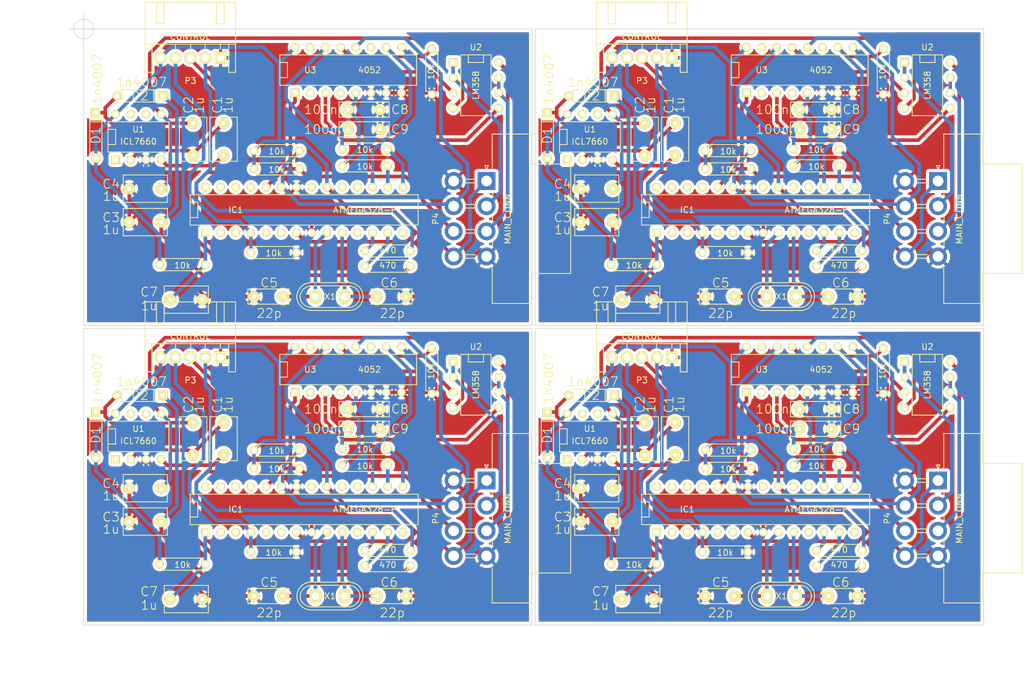
<source format=kicad_pcb>
(kicad_pcb (version 4) (host pcbnew 4.0.2+e4-6225~38~ubuntu14.04.1-stable)
  (layers (0 F.Cu power) (31 B.Cu signal) (34 B.Paste user) (35 F.Paste user) (36 B.SilkS user) (37 F.SilkS user) (38 B.Mask user) (39 F.Mask user) (44 Edge.Cuts user))
  (net 0 "")
  (net 1 "Net-(C1-Pad1)")
  (net 2 "Net-(C1-Pad2)")
  (net 3 "Net-(C2-Pad1)")
  (net 4 /Doubler_Inverter/+9V)
  (net 5 GNDREF)
  (net 6 /Doubler_Inverter/-5V)
  (net 7 "Net-(C5-Pad2)")
  (net 8 "Net-(C6-Pad2)")
  (net 9 "Net-(C7-Pad1)")
  (net 10 "/Base Arduino/CH1_ARDUINO_SIG")
  (net 11 "/Base Arduino/CH0_ARDUINO_SIG")
  (net 12 +5V)
  (net 13 "Net-(IC1-Pad2)")
  (net 14 "Net-(IC1-Pad3)")
  (net 15 "/Base Arduino/SWITCH")
  (net 16 "Net-(IC1-Pad5)")
  (net 17 "Net-(IC1-Pad6)")
  (net 18 "Net-(IC1-Pad11)")
  (net 19 "Net-(IC1-Pad12)")
  (net 20 "Net-(IC1-Pad13)")
  (net 21 "Net-(IC1-Pad14)")
  (net 22 "Net-(IC1-Pad15)")
  (net 23 "Net-(IC1-Pad16)")
  (net 24 "/Base Arduino/OUTPUT_SELECTION")
  (net 25 "Net-(IC1-Pad18)")
  (net 26 "Net-(IC1-Pad19)")
  (net 27 "Net-(IC1-Pad21)")
  (net 28 "/Base Arduino/CH0_PEDAL_SIG")
  (net 29 "/Base Arduino/CH1_PEDAL_SIG")
  (net 30 "Net-(IC1-Pad25)")
  (net 31 "Net-(IC1-Pad26)")
  (net 32 "Net-(IC1-Pad27)")
  (net 33 "Net-(IC1-Pad28)")
  (net 34 /Connectors/CH0_OUT)
  (net 35 /Connectors/CH1_OUT)
  (net 36 "/Base Arduino/LED1")
  (net 37 "/Base Arduino/LED2")
  (net 38 "Net-(U1-Pad6)")
  (net 39 "Net-(U1-Pad7)")
  (net 40 /Isolator/CH0_MUXDEMUX_OUT)
  (net 41 /Isolator/CH1_MUXDEMUX_OUT)
  (net 42 "Net-(U3-Pad2)")
  (net 43 "Net-(U3-Pad4)")
  (net 44 "Net-(U3-Pad11)")
  (net 45 "Net-(U3-Pad15)")
  (module Connect:Wafer_Horizontal15x5.8x7RM2.5-5 (layer F.Cu) (at 172.212 47.498 180)
    (fp_text reference P3 (at 5.0165 -3.81 180) (layer F.SilkS))
    (fp_text value CONTROL (at 5.08 3.556 180) (layer F.SilkS))
    (pad 1 thru_hole rect (at 0 0 180) (size 2 2) (drill 1.2) (layers *.Cu *.Mask F.SilkS) (net 5 GNDREF))
    (pad 2 thru_hole circle (at 2.5165 0 180) (size 2 2) (drill 1.2) (layers *.Cu *.Mask F.SilkS) (net 36 "/Base Arduino/LED1"))
    (pad 3 thru_hole circle (at 5.0165 0 180) (size 2 2) (drill 1.2) (layers *.Cu *.Mask F.SilkS) (net 37 "/Base Arduino/LED2"))
    (pad 4 thru_hole circle (at 7.5165 0 180) (size 2 2) (drill 1.2) (layers *.Cu *.Mask F.SilkS) (net 15 "/Base Arduino/SWITCH"))
    (pad 5 thru_hole circle (at 10.0165 0 180) (size 2 2) (drill 1.2) (layers *.Cu *.Mask F.SilkS) (net 12 +5V))
  )
  (module Connectors_Molex:Molex_MiniFit-JR-5569-08A1_2x04x4.20mm_Angled (layer F.Cu) (at 216.662 68.072 270)
    (fp_text reference P4 (at 6.3 8.5 270) (layer F.SilkS))
    (fp_text value MAIN_CONN (at 6.35 -3.556 270) (layer F.SilkS))
    (pad 1 thru_hole rect (at 0 0 270) (size 3 3) (drill 1.8) (layers *.Cu *.Mask) (net 12 +5V))
    (pad 2 thru_hole circle (at 4.2 0 270) (size 3 3) (drill 1.8) (layers *.Cu *.Mask) (net 34 /Connectors/CH0_OUT))
    (pad 3 thru_hole circle (at 8.4 0 270) (size 3 3) (drill 1.8) (layers *.Cu *.Mask) (net 35 /Connectors/CH1_OUT))
    (pad 4 thru_hole circle (at 12.6 0 270) (size 3 3) (drill 1.8) (layers *.Cu *.Mask) (net 5 GNDREF))
    (pad 5 thru_hole circle (at 0 5.5 270) (size 3 3) (drill 1.8) (layers *.Cu *.Mask) (net 5 GNDREF))
    (pad 6 thru_hole circle (at 4.2 5.5 270) (size 3 3) (drill 1.8) (layers *.Cu *.Mask) (net 28 "/Base Arduino/CH0_PEDAL_SIG"))
    (pad 7 thru_hole circle (at 8.4 5.5 270) (size 3 3) (drill 1.8) (layers *.Cu *.Mask) (net 29 "/Base Arduino/CH1_PEDAL_SIG"))
    (pad 8 thru_hole circle (at 12.6 5.5 270) (size 3 3) (drill 1.8) (layers *.Cu *.Mask) (net 12 +5V))
  )
  (module Crystals:Crystal_HC50-U_Vertical (layer F.Cu) (at 190.5 87.376 180)
    (fp_text reference X1 (at 0 0 180) (layer F.SilkS))
    (fp_text value CRYSTAL hide)
    (pad 1 thru_hole oval (at -2.44094 0 180) (size 1.99898 2.49936) (drill 1.19888) (layers *.Cu *.Mask F.SilkS) (net 8 "Net-(C6-Pad2)"))
    (pad 2 thru_hole oval (at 2.44094 0 180) (size 1.99898 2.49936) (drill 1.19888) (layers *.Cu *.Mask F.SilkS) (net 7 "Net-(C5-Pad2)"))
  )
  (module Sockets_DIP:DIP-16__300 (layer F.Cu) (at 193.548 49.53)
    (fp_text reference U3 (at -6.35 0) (layer F.SilkS))
    (fp_text value 4052 (at 3.556 0) (layer F.SilkS))
    (pad 1 thru_hole rect (at -8.89 3.81) (size 1.397 1.397) (drill 0.8128) (layers *.Cu *.Mask F.SilkS) (net 29 "/Base Arduino/CH1_PEDAL_SIG"))
    (pad 2 thru_hole circle (at -6.35 3.81) (size 1.397 1.397) (drill 0.8128) (layers *.Cu *.Mask F.SilkS) (net 42 "Net-(U3-Pad2)"))
    (pad 3 thru_hole circle (at -3.81 3.81) (size 1.397 1.397) (drill 0.8128) (layers *.Cu *.Mask F.SilkS) (net 41 /Isolator/CH1_MUXDEMUX_OUT))
    (pad 4 thru_hole circle (at -1.27 3.81) (size 1.397 1.397) (drill 0.8128) (layers *.Cu *.Mask F.SilkS) (net 43 "Net-(U3-Pad4)"))
    (pad 5 thru_hole circle (at 1.27 3.81) (size 1.397 1.397) (drill 0.8128) (layers *.Cu *.Mask F.SilkS) (net 10 "/Base Arduino/CH1_ARDUINO_SIG"))
    (pad 6 thru_hole circle (at 3.81 3.81) (size 1.397 1.397) (drill 0.8128) (layers *.Cu *.Mask F.SilkS) (net 5 GNDREF))
    (pad 7 thru_hole circle (at 6.35 3.81) (size 1.397 1.397) (drill 0.8128) (layers *.Cu *.Mask F.SilkS) (net 5 GNDREF))
    (pad 8 thru_hole circle (at 8.89 3.81) (size 1.397 1.397) (drill 0.8128) (layers *.Cu *.Mask F.SilkS) (net 5 GNDREF))
    (pad 9 thru_hole circle (at 8.89 -3.81) (size 1.397 1.397) (drill 0.8128) (layers *.Cu *.Mask F.SilkS) (net 5 GNDREF))
    (pad 10 thru_hole circle (at 6.35 -3.81) (size 1.397 1.397) (drill 0.8128) (layers *.Cu *.Mask F.SilkS) (net 24 "/Base Arduino/OUTPUT_SELECTION"))
    (pad 11 thru_hole circle (at 3.81 -3.81) (size 1.397 1.397) (drill 0.8128) (layers *.Cu *.Mask F.SilkS) (net 44 "Net-(U3-Pad11)"))
    (pad 12 thru_hole circle (at 1.27 -3.81) (size 1.397 1.397) (drill 0.8128) (layers *.Cu *.Mask F.SilkS) (net 28 "/Base Arduino/CH0_PEDAL_SIG"))
    (pad 13 thru_hole circle (at -1.27 -3.81) (size 1.397 1.397) (drill 0.8128) (layers *.Cu *.Mask F.SilkS) (net 40 /Isolator/CH0_MUXDEMUX_OUT))
    (pad 14 thru_hole circle (at -3.81 -3.81) (size 1.397 1.397) (drill 0.8128) (layers *.Cu *.Mask F.SilkS) (net 11 "/Base Arduino/CH0_ARDUINO_SIG"))
    (pad 15 thru_hole circle (at -6.35 -3.81) (size 1.397 1.397) (drill 0.8128) (layers *.Cu *.Mask F.SilkS) (net 45 "Net-(U3-Pad15)"))
    (pad 16 thru_hole circle (at -8.89 -3.81) (size 1.397 1.397) (drill 0.8128) (layers *.Cu *.Mask F.SilkS) (net 12 +5V))
  )
  (module Sockets_DIP:DIP-8__300 (layer F.Cu) (at 214.884 52.07 270)
    (fp_text reference U2 (at -6.35 0 360) (layer F.SilkS))
    (fp_text value LM358 (at 0 0 270) (layer F.SilkS))
    (pad 1 thru_hole rect (at -3.81 3.81 270) (size 1.397 1.397) (drill 0.8128) (layers *.Cu *.Mask F.SilkS) (net 34 /Connectors/CH0_OUT))
    (pad 2 thru_hole circle (at -1.27 3.81 270) (size 1.397 1.397) (drill 0.8128) (layers *.Cu *.Mask F.SilkS) (net 34 /Connectors/CH0_OUT))
    (pad 3 thru_hole circle (at 1.27 3.81 270) (size 1.397 1.397) (drill 0.8128) (layers *.Cu *.Mask F.SilkS) (net 40 /Isolator/CH0_MUXDEMUX_OUT))
    (pad 4 thru_hole circle (at 3.81 3.81 270) (size 1.397 1.397) (drill 0.8128) (layers *.Cu *.Mask F.SilkS) (net 6 /Doubler_Inverter/-5V))
    (pad 5 thru_hole circle (at 3.81 -3.81 270) (size 1.397 1.397) (drill 0.8128) (layers *.Cu *.Mask F.SilkS) (net 41 /Isolator/CH1_MUXDEMUX_OUT))
    (pad 6 thru_hole circle (at 1.27 -3.81 270) (size 1.397 1.397) (drill 0.8128) (layers *.Cu *.Mask F.SilkS) (net 35 /Connectors/CH1_OUT))
    (pad 7 thru_hole circle (at -1.27 -3.81 270) (size 1.397 1.397) (drill 0.8128) (layers *.Cu *.Mask F.SilkS) (net 35 /Connectors/CH1_OUT))
    (pad 8 thru_hole circle (at -3.81 -3.81 270) (size 1.397 1.397) (drill 0.8128) (layers *.Cu *.Mask F.SilkS) (net 4 /Doubler_Inverter/+9V))
  )
  (module Sockets_DIP:DIP-8__300 (layer F.Cu) (at 158.496 60.706)
    (fp_text reference U1 (at 0 -1.27 180) (layer F.SilkS))
    (fp_text value ICL7660 (at 0 0.762) (layer F.SilkS))
    (pad 1 thru_hole rect (at -3.81 3.81) (size 1.397 1.397) (drill 0.8128) (layers *.Cu *.Mask F.SilkS))
    (pad 2 thru_hole circle (at -1.27 3.81) (size 1.397 1.397) (drill 0.8128) (layers *.Cu *.Mask F.SilkS) (net 1 "Net-(C1-Pad1)"))
    (pad 3 thru_hole circle (at 1.27 3.81) (size 1.397 1.397) (drill 0.8128) (layers *.Cu *.Mask F.SilkS) (net 5 GNDREF))
    (pad 4 thru_hole circle (at 3.81 3.81) (size 1.397 1.397) (drill 0.8128) (layers *.Cu *.Mask F.SilkS) (net 2 "Net-(C1-Pad2)"))
    (pad 5 thru_hole circle (at 3.81 -3.81) (size 1.397 1.397) (drill 0.8128) (layers *.Cu *.Mask F.SilkS) (net 6 /Doubler_Inverter/-5V))
    (pad 6 thru_hole circle (at 1.27 -3.81) (size 1.397 1.397) (drill 0.8128) (layers *.Cu *.Mask F.SilkS) (net 38 "Net-(U1-Pad6)"))
    (pad 7 thru_hole circle (at -1.27 -3.81) (size 1.397 1.397) (drill 0.8128) (layers *.Cu *.Mask F.SilkS) (net 39 "Net-(U1-Pad7)"))
    (pad 8 thru_hole circle (at -3.81 -3.81) (size 1.397 1.397) (drill 0.8128) (layers *.Cu *.Mask F.SilkS) (net 12 +5V))
  )
  (module Discret:R3 (layer F.Cu) (at 196.342 65.532)
    (fp_text reference R9 hide)
    (fp_text value 10k (at 0 0.127) (layer F.SilkS))
    (pad 1 thru_hole circle (at -3.81 0) (size 1.397 1.397) (drill 0.8128) (layers *.Cu *.Mask F.SilkS) (net 10 "/Base Arduino/CH1_ARDUINO_SIG"))
    (pad 2 thru_hole circle (at 3.81 0) (size 1.397 1.397) (drill 0.8128) (layers *.Cu *.Mask F.SilkS) (net 23 "Net-(IC1-Pad16)"))
  )
  (module Discret:R3 (layer F.Cu) (at 196.342 62.738)
    (fp_text reference R8 hide)
    (fp_text value 10k (at 0 0.127) (layer F.SilkS))
    (pad 1 thru_hole circle (at -3.81 0) (size 1.397 1.397) (drill 0.8128) (layers *.Cu *.Mask F.SilkS) (net 11 "/Base Arduino/CH0_ARDUINO_SIG"))
    (pad 2 thru_hole circle (at 3.81 0) (size 1.397 1.397) (drill 0.8128) (layers *.Cu *.Mask F.SilkS) (net 22 "Net-(IC1-Pad15)"))
  )
  (module Discret:R3 (layer F.Cu) (at 181.61 62.992)
    (fp_text reference R7 hide)
    (fp_text value 10k (at 0 0.127) (layer F.SilkS))
    (pad 1 thru_hole circle (at -3.81 0) (size 1.397 1.397) (drill 0.8128) (layers *.Cu *.Mask F.SilkS) (net 12 +5V))
    (pad 2 thru_hole circle (at 3.81 0) (size 1.397 1.397) (drill 0.8128) (layers *.Cu *.Mask F.SilkS) (net 28 "/Base Arduino/CH0_PEDAL_SIG"))
  )
  (module Discret:R3 (layer F.Cu) (at 181.61 66.04)
    (fp_text reference R6 hide)
    (fp_text value 10k (at 0 0.127) (layer F.SilkS))
    (pad 1 thru_hole circle (at -3.81 0) (size 1.397 1.397) (drill 0.8128) (layers *.Cu *.Mask F.SilkS) (net 12 +5V))
    (pad 2 thru_hole circle (at 3.81 0) (size 1.397 1.397) (drill 0.8128) (layers *.Cu *.Mask F.SilkS) (net 29 "/Base Arduino/CH1_PEDAL_SIG"))
  )
  (module Discret:R3 (layer F.Cu) (at 181.102 80.01)
    (fp_text reference R5 hide)
    (fp_text value 10k (at 0 0.127) (layer F.SilkS))
    (pad 1 thru_hole circle (at -3.81 0) (size 1.397 1.397) (drill 0.8128) (layers *.Cu *.Mask F.SilkS) (net 15 "/Base Arduino/SWITCH"))
    (pad 2 thru_hole circle (at 3.81 0) (size 1.397 1.397) (drill 0.8128) (layers *.Cu *.Mask F.SilkS) (net 5 GNDREF))
  )
  (module Discret:R3 (layer F.Cu) (at 165.862 82.042)
    (fp_text reference R4 hide)
    (fp_text value 10k (at 0 0.127) (layer F.SilkS))
    (pad 1 thru_hole circle (at -3.81 0) (size 1.397 1.397) (drill 0.8128) (layers *.Cu *.Mask F.SilkS) (net 12 +5V))
    (pad 2 thru_hole circle (at 3.81 0) (size 1.397 1.397) (drill 0.8128) (layers *.Cu *.Mask F.SilkS) (net 9 "Net-(C7-Pad1)"))
  )
  (module Discret:R3 (layer F.Cu) (at 200.152 82.296 180)
    (fp_text reference R3 hide)
    (fp_text value 470 (at 0 0.127 180) (layer F.SilkS))
    (pad 1 thru_hole circle (at -3.81 0 180) (size 1.397 1.397) (drill 0.8128) (layers *.Cu *.Mask F.SilkS) (net 37 "/Base Arduino/LED2"))
    (pad 2 thru_hole circle (at 3.81 0 180) (size 1.397 1.397) (drill 0.8128) (layers *.Cu *.Mask F.SilkS) (net 20 "Net-(IC1-Pad13)"))
  )
  (module Discret:R3 (layer F.Cu) (at 200.152 79.756 180)
    (fp_text reference R2 hide)
    (fp_text value 470 (at 0 0.127 180) (layer F.SilkS))
    (pad 1 thru_hole circle (at -3.81 0 180) (size 1.397 1.397) (drill 0.8128) (layers *.Cu *.Mask F.SilkS) (net 36 "/Base Arduino/LED1"))
    (pad 2 thru_hole circle (at 3.81 0 180) (size 1.397 1.397) (drill 0.8128) (layers *.Cu *.Mask F.SilkS) (net 19 "Net-(IC1-Pad12)"))
  )
  (module Discret:R3 (layer F.Cu) (at 207.518 49.784 270)
    (fp_text reference R1 hide)
    (fp_text value 10k (at 0 0.127 270) (layer F.SilkS))
    (pad 1 thru_hole circle (at -3.81 0 270) (size 1.397 1.397) (drill 0.8128) (layers *.Cu *.Mask F.SilkS) (net 24 "/Base Arduino/OUTPUT_SELECTION"))
    (pad 2 thru_hole circle (at 3.81 0 270) (size 1.397 1.397) (drill 0.8128) (layers *.Cu *.Mask F.SilkS) (net 5 GNDREF))
  )
  (module Sockets_DIP:DIP-28__300 (layer F.Cu) (at 186.182 72.898)
    (fp_text reference IC1 (at -11.43 0) (layer F.SilkS))
    (fp_text value ATMEGA328-P (at 10.16 0) (layer F.SilkS))
    (pad 2 thru_hole circle (at -13.97 3.81) (size 1.397 1.397) (drill 0.8128) (layers *.Cu *.Mask F.SilkS) (net 13 "Net-(IC1-Pad2)"))
    (pad 3 thru_hole circle (at -11.43 3.81) (size 1.397 1.397) (drill 0.8128) (layers *.Cu *.Mask F.SilkS) (net 14 "Net-(IC1-Pad3)"))
    (pad 4 thru_hole circle (at -8.89 3.81) (size 1.397 1.397) (drill 0.8128) (layers *.Cu *.Mask F.SilkS) (net 15 "/Base Arduino/SWITCH"))
    (pad 5 thru_hole circle (at -6.35 3.81) (size 1.397 1.397) (drill 0.8128) (layers *.Cu *.Mask F.SilkS) (net 16 "Net-(IC1-Pad5)"))
    (pad 6 thru_hole circle (at -3.81 3.81) (size 1.397 1.397) (drill 0.8128) (layers *.Cu *.Mask F.SilkS) (net 17 "Net-(IC1-Pad6)"))
    (pad 7 thru_hole circle (at -1.27 3.81) (size 1.397 1.397) (drill 0.8128) (layers *.Cu *.Mask F.SilkS) (net 12 +5V))
    (pad 8 thru_hole circle (at 1.27 3.81) (size 1.397 1.397) (drill 0.8128) (layers *.Cu *.Mask F.SilkS) (net 5 GNDREF))
    (pad 9 thru_hole circle (at 3.81 3.81) (size 1.397 1.397) (drill 0.8128) (layers *.Cu *.Mask F.SilkS) (net 7 "Net-(C5-Pad2)"))
    (pad 10 thru_hole circle (at 6.35 3.81) (size 1.397 1.397) (drill 0.8128) (layers *.Cu *.Mask F.SilkS) (net 8 "Net-(C6-Pad2)"))
    (pad 11 thru_hole circle (at 8.89 3.81) (size 1.397 1.397) (drill 0.8128) (layers *.Cu *.Mask F.SilkS) (net 18 "Net-(IC1-Pad11)"))
    (pad 12 thru_hole circle (at 11.43 3.81) (size 1.397 1.397) (drill 0.8128) (layers *.Cu *.Mask F.SilkS) (net 19 "Net-(IC1-Pad12)"))
    (pad 13 thru_hole circle (at 13.97 3.81) (size 1.397 1.397) (drill 0.8128) (layers *.Cu *.Mask F.SilkS) (net 20 "Net-(IC1-Pad13)"))
    (pad 14 thru_hole circle (at 16.51 3.81) (size 1.397 1.397) (drill 0.8128) (layers *.Cu *.Mask F.SilkS) (net 21 "Net-(IC1-Pad14)"))
    (pad 1 thru_hole rect (at -16.51 3.81) (size 1.397 1.397) (drill 0.8128) (layers *.Cu *.Mask F.SilkS) (net 9 "Net-(C7-Pad1)"))
    (pad 15 thru_hole circle (at 16.51 -3.81) (size 1.397 1.397) (drill 0.8128) (layers *.Cu *.Mask F.SilkS) (net 22 "Net-(IC1-Pad15)"))
    (pad 16 thru_hole circle (at 13.97 -3.81) (size 1.397 1.397) (drill 0.8128) (layers *.Cu *.Mask F.SilkS) (net 23 "Net-(IC1-Pad16)"))
    (pad 17 thru_hole circle (at 11.43 -3.81) (size 1.397 1.397) (drill 0.8128) (layers *.Cu *.Mask F.SilkS) (net 24 "/Base Arduino/OUTPUT_SELECTION"))
    (pad 18 thru_hole circle (at 8.89 -3.81) (size 1.397 1.397) (drill 0.8128) (layers *.Cu *.Mask F.SilkS) (net 25 "Net-(IC1-Pad18)"))
    (pad 19 thru_hole circle (at 6.35 -3.81) (size 1.397 1.397) (drill 0.8128) (layers *.Cu *.Mask F.SilkS) (net 26 "Net-(IC1-Pad19)"))
    (pad 20 thru_hole circle (at 3.81 -3.81) (size 1.397 1.397) (drill 0.8128) (layers *.Cu *.Mask F.SilkS) (net 12 +5V))
    (pad 21 thru_hole circle (at 1.27 -3.81) (size 1.397 1.397) (drill 0.8128) (layers *.Cu *.Mask F.SilkS) (net 27 "Net-(IC1-Pad21)"))
    (pad 22 thru_hole circle (at -1.27 -3.81) (size 1.397 1.397) (drill 0.8128) (layers *.Cu *.Mask F.SilkS) (net 5 GNDREF))
    (pad 23 thru_hole circle (at -3.81 -3.81) (size 1.397 1.397) (drill 0.8128) (layers *.Cu *.Mask F.SilkS) (net 28 "/Base Arduino/CH0_PEDAL_SIG"))
    (pad 24 thru_hole circle (at -6.35 -3.81) (size 1.397 1.397) (drill 0.8128) (layers *.Cu *.Mask F.SilkS) (net 29 "/Base Arduino/CH1_PEDAL_SIG"))
    (pad 25 thru_hole circle (at -8.89 -3.81) (size 1.397 1.397) (drill 0.8128) (layers *.Cu *.Mask F.SilkS) (net 30 "Net-(IC1-Pad25)"))
    (pad 26 thru_hole circle (at -11.43 -3.81) (size 1.397 1.397) (drill 0.8128) (layers *.Cu *.Mask F.SilkS) (net 31 "Net-(IC1-Pad26)"))
    (pad 27 thru_hole circle (at -13.97 -3.81) (size 1.397 1.397) (drill 0.8128) (layers *.Cu *.Mask F.SilkS) (net 32 "Net-(IC1-Pad27)"))
    (pad 28 thru_hole circle (at -16.51 -3.81) (size 1.397 1.397) (drill 0.8128) (layers *.Cu *.Mask F.SilkS) (net 33 "Net-(IC1-Pad28)"))
  )
  (module ArduBooster_Library:DIODE (layer F.Cu) (at 158.75 55.88)
    (fp_text reference D2 (at 0 -2.032) (layer F.SilkS) (effects (font (size 1.5 1.5))))
    (fp_text value 1n4007 (at 0.254 -4.318) (layer F.SilkS) (effects (font (size 1.5 1.5))))
    (pad 1 thru_hole circle (at -3.81 -2.032) (size 1.524 1.524) (drill 0.762) (layers *.Cu *.Mask F.SilkS) (net 3 "Net-(C2-Pad1)"))
    (pad 2 thru_hole rect (at 3.81 -2.032) (size 1.524 1.524) (drill 0.762) (layers *.Cu *.Mask F.SilkS) (net 4 /Doubler_Inverter/+9V))
  )
  (module ArduBooster_Library:DIODE (layer F.Cu) (at 153.416 60.452 90)
    (fp_text reference D1 (at 0 -2.032 90) (layer F.SilkS) (effects (font (size 1.5 1.5))))
    (fp_text value 1n4007 (at 9.398 -1.778 90) (layer F.SilkS) (effects (font (size 1.5 1.5))))
    (pad 1 thru_hole circle (at -3.81 -2.032 90) (size 1.524 1.524) (drill 0.762) (layers *.Cu *.Mask F.SilkS) (net 12 +5V))
    (pad 2 thru_hole rect (at 3.81 -2.032 90) (size 1.524 1.524) (drill 0.762) (layers *.Cu *.Mask F.SilkS) (net 3 "Net-(C2-Pad1)"))
  )
  (module ArduBooster_Library:CAP_MID (layer F.Cu) (at 196.342 61.468)
    (fp_text reference C9 (at 5.842 -2.032) (layer F.SilkS) (effects (font (size 1.5 1.5))))
    (fp_text value 100n (at -7.366 -2.032) (layer F.SilkS) (effects (font (size 1.5 1.5))))
    (pad 1 thru_hole circle (at -2.794 -2.032) (size 1.9 1.9) (drill 0.7) (layers *.Cu *.Mask F.SilkS) (net 11 "/Base Arduino/CH0_ARDUINO_SIG"))
    (pad 2 thru_hole circle (at 2.54 -2.032) (size 1.9 1.9) (drill 0.7) (layers *.Cu *.Mask F.SilkS) (net 5 GNDREF))
  )
  (module ArduBooster_Library:CAP_MID (layer F.Cu) (at 196.342 58.166)
    (fp_text reference C8 (at 5.842 -2.032) (layer F.SilkS) (effects (font (size 1.5 1.5))))
    (fp_text value 100n (at -7.366 -2.032) (layer F.SilkS) (effects (font (size 1.5 1.5))))
    (pad 1 thru_hole circle (at -2.794 -2.032) (size 1.9 1.9) (drill 0.7) (layers *.Cu *.Mask F.SilkS) (net 10 "/Base Arduino/CH1_ARDUINO_SIG"))
    (pad 2 thru_hole circle (at 2.54 -2.032) (size 1.9 1.9) (drill 0.7) (layers *.Cu *.Mask F.SilkS) (net 5 GNDREF))
  )
  (module ArduBooster_Library:CAP_BIG (layer F.Cu) (at 166.624 90.932)
    (fp_text reference C7 (at -6.35 -4.318) (layer F.SilkS) (effects (font (size 1.5 1.5))))
    (fp_text value 1u (at -6.35 -2.032) (layer F.SilkS) (effects (font (size 1.5 1.5))))
    (pad 1 thru_hole circle (at -2.794 -3.048) (size 1.9 1.9) (drill 0.7) (layers *.Cu *.Mask F.SilkS) (net 9 "Net-(C7-Pad1)"))
    (pad 2 thru_hole circle (at 2.54 -3.048) (size 1.9 1.9) (drill 0.7) (layers *.Cu *.Mask F.SilkS) (net 5 GNDREF))
  )
  (module ArduBooster_Library:CAP_SMALL (layer F.Cu) (at 200.914 85.344 180)
    (fp_text reference C6 (at 0.508 0.254 180) (layer F.SilkS) (effects (font (size 1.5 1.5))))
    (fp_text value 22p (at 0 -4.826 180) (layer F.SilkS) (effects (font (size 1.5 1.5))))
    (pad 1 thru_hole circle (at -2.286 -2.032 180) (size 1.9 1.9) (drill 0.7) (layers *.Cu *.Mask F.SilkS) (net 5 GNDREF))
    (pad 2 thru_hole circle (at 2.54 -2.032 180) (size 1.9 1.9) (drill 0.7) (layers *.Cu *.Mask F.SilkS) (net 8 "Net-(C6-Pad2)"))
  )
  (module ArduBooster_Library:CAP_SMALL (layer F.Cu) (at 180.086 89.408)
    (fp_text reference C5 (at 0.254 -4.318) (layer F.SilkS) (effects (font (size 1.5 1.5))))
    (fp_text value 22p (at 0.254 0.762) (layer F.SilkS) (effects (font (size 1.5 1.5))))
    (pad 1 thru_hole circle (at -2.286 -2.032) (size 1.9 1.9) (drill 0.7) (layers *.Cu *.Mask F.SilkS) (net 5 GNDREF))
    (pad 2 thru_hole circle (at 2.54 -2.032) (size 1.9 1.9) (drill 0.7) (layers *.Cu *.Mask F.SilkS) (net 7 "Net-(C5-Pad2)"))
  )
  (module ArduBooster_Library:CAP_BIG (layer F.Cu) (at 159.512 66.294 180)
    (fp_text reference C4 (at 5.588 -2.286 180) (layer F.SilkS) (effects (font (size 1.5 1.5))))
    (fp_text value 1u (at 5.588 -4.318 180) (layer F.SilkS) (effects (font (size 1.5 1.5))))
    (pad 1 thru_hole circle (at -2.794 -3.048 180) (size 1.9 1.9) (drill 0.7) (layers *.Cu *.Mask F.SilkS) (net 6 /Doubler_Inverter/-5V))
    (pad 2 thru_hole circle (at 2.54 -3.048 180) (size 1.9 1.9) (drill 0.7) (layers *.Cu *.Mask F.SilkS) (net 5 GNDREF))
  )
  (module ArduBooster_Library:CAP_BIG (layer F.Cu) (at 159.512 71.882 180)
    (fp_text reference C3 (at 5.588 -2.286 180) (layer F.SilkS) (effects (font (size 1.5 1.5))))
    (fp_text value 1u (at 5.588 -4.318 180) (layer F.SilkS) (effects (font (size 1.5 1.5))))
    (pad 1 thru_hole circle (at -2.794 -3.048 180) (size 1.9 1.9) (drill 0.7) (layers *.Cu *.Mask F.SilkS) (net 4 /Doubler_Inverter/+9V))
    (pad 2 thru_hole circle (at 2.54 -3.048 180) (size 1.9 1.9) (drill 0.7) (layers *.Cu *.Mask F.SilkS) (net 5 GNDREF))
  )
  (module ArduBooster_Library:CAP_BIG (layer F.Cu) (at 164.592 61.214 270)
    (fp_text reference C2 (at -5.842 -2.286 270) (layer F.SilkS) (effects (font (size 1.5 1.5))))
    (fp_text value 1u (at -5.842 -4.064 270) (layer F.SilkS) (effects (font (size 1.5 1.5))))
    (pad 1 thru_hole circle (at -2.794 -3.048 270) (size 1.9 1.9) (drill 0.7) (layers *.Cu *.Mask F.SilkS) (net 3 "Net-(C2-Pad1)"))
    (pad 2 thru_hole circle (at 2.54 -3.048 270) (size 1.9 1.9) (drill 0.7) (layers *.Cu *.Mask F.SilkS) (net 1 "Net-(C1-Pad1)"))
  )
  (module ArduBooster_Library:CAP_BIG (layer F.Cu) (at 169.672 61.214 270)
    (fp_text reference C1 (at -5.842 -2.032 270) (layer F.SilkS) (effects (font (size 1.5 1.5))))
    (fp_text value 1u (at -5.842 -3.81 270) (layer F.SilkS) (effects (font (size 1.5 1.5))))
    (pad 1 thru_hole circle (at -2.794 -3.048 270) (size 1.9 1.9) (drill 0.7) (layers *.Cu *.Mask F.SilkS) (net 1 "Net-(C1-Pad1)"))
    (pad 2 thru_hole circle (at 2.54 -3.048 270) (size 1.9 1.9) (drill 0.7) (layers *.Cu *.Mask F.SilkS) (net 2 "Net-(C1-Pad2)"))
  )
  (module Connect:Wafer_Horizontal15x5.8x7RM2.5-5 (layer F.Cu) (at 96.774 47.498 180)
    (fp_text reference P3 (at 5.0165 -3.81 180) (layer F.SilkS))
    (fp_text value CONTROL (at 5.08 3.556 180) (layer F.SilkS))
    (pad 1 thru_hole rect (at 0 0 180) (size 2 2) (drill 1.2) (layers *.Cu *.Mask F.SilkS) (net 5 GNDREF))
    (pad 2 thru_hole circle (at 2.5165 0 180) (size 2 2) (drill 1.2) (layers *.Cu *.Mask F.SilkS) (net 36 "/Base Arduino/LED1"))
    (pad 3 thru_hole circle (at 5.0165 0 180) (size 2 2) (drill 1.2) (layers *.Cu *.Mask F.SilkS) (net 37 "/Base Arduino/LED2"))
    (pad 4 thru_hole circle (at 7.5165 0 180) (size 2 2) (drill 1.2) (layers *.Cu *.Mask F.SilkS) (net 15 "/Base Arduino/SWITCH"))
    (pad 5 thru_hole circle (at 10.0165 0 180) (size 2 2) (drill 1.2) (layers *.Cu *.Mask F.SilkS) (net 12 +5V))
  )
  (module Connectors_Molex:Molex_MiniFit-JR-5569-08A1_2x04x4.20mm_Angled (layer F.Cu) (at 141.224 68.072 270)
    (fp_text reference P4 (at 6.3 8.5 270) (layer F.SilkS))
    (fp_text value MAIN_CONN (at 6.35 -3.556 270) (layer F.SilkS))
    (pad 1 thru_hole rect (at 0 0 270) (size 3 3) (drill 1.8) (layers *.Cu *.Mask) (net 12 +5V))
    (pad 2 thru_hole circle (at 4.2 0 270) (size 3 3) (drill 1.8) (layers *.Cu *.Mask) (net 34 /Connectors/CH0_OUT))
    (pad 3 thru_hole circle (at 8.4 0 270) (size 3 3) (drill 1.8) (layers *.Cu *.Mask) (net 35 /Connectors/CH1_OUT))
    (pad 4 thru_hole circle (at 12.6 0 270) (size 3 3) (drill 1.8) (layers *.Cu *.Mask) (net 5 GNDREF))
    (pad 5 thru_hole circle (at 0 5.5 270) (size 3 3) (drill 1.8) (layers *.Cu *.Mask) (net 5 GNDREF))
    (pad 6 thru_hole circle (at 4.2 5.5 270) (size 3 3) (drill 1.8) (layers *.Cu *.Mask) (net 28 "/Base Arduino/CH0_PEDAL_SIG"))
    (pad 7 thru_hole circle (at 8.4 5.5 270) (size 3 3) (drill 1.8) (layers *.Cu *.Mask) (net 29 "/Base Arduino/CH1_PEDAL_SIG"))
    (pad 8 thru_hole circle (at 12.6 5.5 270) (size 3 3) (drill 1.8) (layers *.Cu *.Mask) (net 12 +5V))
  )
  (module Crystals:Crystal_HC50-U_Vertical (layer F.Cu) (at 115.062 87.376 180)
    (fp_text reference X1 (at 0 0 180) (layer F.SilkS))
    (fp_text value CRYSTAL hide)
    (pad 1 thru_hole oval (at -2.44094 0 180) (size 1.99898 2.49936) (drill 1.19888) (layers *.Cu *.Mask F.SilkS) (net 8 "Net-(C6-Pad2)"))
    (pad 2 thru_hole oval (at 2.44094 0 180) (size 1.99898 2.49936) (drill 1.19888) (layers *.Cu *.Mask F.SilkS) (net 7 "Net-(C5-Pad2)"))
  )
  (module Sockets_DIP:DIP-16__300 (layer F.Cu) (at 118.11 49.53)
    (fp_text reference U3 (at -6.35 0) (layer F.SilkS))
    (fp_text value 4052 (at 3.556 0) (layer F.SilkS))
    (pad 1 thru_hole rect (at -8.89 3.81) (size 1.397 1.397) (drill 0.8128) (layers *.Cu *.Mask F.SilkS) (net 29 "/Base Arduino/CH1_PEDAL_SIG"))
    (pad 2 thru_hole circle (at -6.35 3.81) (size 1.397 1.397) (drill 0.8128) (layers *.Cu *.Mask F.SilkS) (net 42 "Net-(U3-Pad2)"))
    (pad 3 thru_hole circle (at -3.81 3.81) (size 1.397 1.397) (drill 0.8128) (layers *.Cu *.Mask F.SilkS) (net 41 /Isolator/CH1_MUXDEMUX_OUT))
    (pad 4 thru_hole circle (at -1.27 3.81) (size 1.397 1.397) (drill 0.8128) (layers *.Cu *.Mask F.SilkS) (net 43 "Net-(U3-Pad4)"))
    (pad 5 thru_hole circle (at 1.27 3.81) (size 1.397 1.397) (drill 0.8128) (layers *.Cu *.Mask F.SilkS) (net 10 "/Base Arduino/CH1_ARDUINO_SIG"))
    (pad 6 thru_hole circle (at 3.81 3.81) (size 1.397 1.397) (drill 0.8128) (layers *.Cu *.Mask F.SilkS) (net 5 GNDREF))
    (pad 7 thru_hole circle (at 6.35 3.81) (size 1.397 1.397) (drill 0.8128) (layers *.Cu *.Mask F.SilkS) (net 5 GNDREF))
    (pad 8 thru_hole circle (at 8.89 3.81) (size 1.397 1.397) (drill 0.8128) (layers *.Cu *.Mask F.SilkS) (net 5 GNDREF))
    (pad 9 thru_hole circle (at 8.89 -3.81) (size 1.397 1.397) (drill 0.8128) (layers *.Cu *.Mask F.SilkS) (net 5 GNDREF))
    (pad 10 thru_hole circle (at 6.35 -3.81) (size 1.397 1.397) (drill 0.8128) (layers *.Cu *.Mask F.SilkS) (net 24 "/Base Arduino/OUTPUT_SELECTION"))
    (pad 11 thru_hole circle (at 3.81 -3.81) (size 1.397 1.397) (drill 0.8128) (layers *.Cu *.Mask F.SilkS) (net 44 "Net-(U3-Pad11)"))
    (pad 12 thru_hole circle (at 1.27 -3.81) (size 1.397 1.397) (drill 0.8128) (layers *.Cu *.Mask F.SilkS) (net 28 "/Base Arduino/CH0_PEDAL_SIG"))
    (pad 13 thru_hole circle (at -1.27 -3.81) (size 1.397 1.397) (drill 0.8128) (layers *.Cu *.Mask F.SilkS) (net 40 /Isolator/CH0_MUXDEMUX_OUT))
    (pad 14 thru_hole circle (at -3.81 -3.81) (size 1.397 1.397) (drill 0.8128) (layers *.Cu *.Mask F.SilkS) (net 11 "/Base Arduino/CH0_ARDUINO_SIG"))
    (pad 15 thru_hole circle (at -6.35 -3.81) (size 1.397 1.397) (drill 0.8128) (layers *.Cu *.Mask F.SilkS) (net 45 "Net-(U3-Pad15)"))
    (pad 16 thru_hole circle (at -8.89 -3.81) (size 1.397 1.397) (drill 0.8128) (layers *.Cu *.Mask F.SilkS) (net 12 +5V))
  )
  (module Sockets_DIP:DIP-8__300 (layer F.Cu) (at 139.446 52.07 270)
    (fp_text reference U2 (at -6.35 0 360) (layer F.SilkS))
    (fp_text value LM358 (at 0 0 270) (layer F.SilkS))
    (pad 1 thru_hole rect (at -3.81 3.81 270) (size 1.397 1.397) (drill 0.8128) (layers *.Cu *.Mask F.SilkS) (net 34 /Connectors/CH0_OUT))
    (pad 2 thru_hole circle (at -1.27 3.81 270) (size 1.397 1.397) (drill 0.8128) (layers *.Cu *.Mask F.SilkS) (net 34 /Connectors/CH0_OUT))
    (pad 3 thru_hole circle (at 1.27 3.81 270) (size 1.397 1.397) (drill 0.8128) (layers *.Cu *.Mask F.SilkS) (net 40 /Isolator/CH0_MUXDEMUX_OUT))
    (pad 4 thru_hole circle (at 3.81 3.81 270) (size 1.397 1.397) (drill 0.8128) (layers *.Cu *.Mask F.SilkS) (net 6 /Doubler_Inverter/-5V))
    (pad 5 thru_hole circle (at 3.81 -3.81 270) (size 1.397 1.397) (drill 0.8128) (layers *.Cu *.Mask F.SilkS) (net 41 /Isolator/CH1_MUXDEMUX_OUT))
    (pad 6 thru_hole circle (at 1.27 -3.81 270) (size 1.397 1.397) (drill 0.8128) (layers *.Cu *.Mask F.SilkS) (net 35 /Connectors/CH1_OUT))
    (pad 7 thru_hole circle (at -1.27 -3.81 270) (size 1.397 1.397) (drill 0.8128) (layers *.Cu *.Mask F.SilkS) (net 35 /Connectors/CH1_OUT))
    (pad 8 thru_hole circle (at -3.81 -3.81 270) (size 1.397 1.397) (drill 0.8128) (layers *.Cu *.Mask F.SilkS) (net 4 /Doubler_Inverter/+9V))
  )
  (module Sockets_DIP:DIP-8__300 (layer F.Cu) (at 83.058 60.706)
    (fp_text reference U1 (at 0 -1.27 180) (layer F.SilkS))
    (fp_text value ICL7660 (at 0 0.762) (layer F.SilkS))
    (pad 1 thru_hole rect (at -3.81 3.81) (size 1.397 1.397) (drill 0.8128) (layers *.Cu *.Mask F.SilkS))
    (pad 2 thru_hole circle (at -1.27 3.81) (size 1.397 1.397) (drill 0.8128) (layers *.Cu *.Mask F.SilkS) (net 1 "Net-(C1-Pad1)"))
    (pad 3 thru_hole circle (at 1.27 3.81) (size 1.397 1.397) (drill 0.8128) (layers *.Cu *.Mask F.SilkS) (net 5 GNDREF))
    (pad 4 thru_hole circle (at 3.81 3.81) (size 1.397 1.397) (drill 0.8128) (layers *.Cu *.Mask F.SilkS) (net 2 "Net-(C1-Pad2)"))
    (pad 5 thru_hole circle (at 3.81 -3.81) (size 1.397 1.397) (drill 0.8128) (layers *.Cu *.Mask F.SilkS) (net 6 /Doubler_Inverter/-5V))
    (pad 6 thru_hole circle (at 1.27 -3.81) (size 1.397 1.397) (drill 0.8128) (layers *.Cu *.Mask F.SilkS) (net 38 "Net-(U1-Pad6)"))
    (pad 7 thru_hole circle (at -1.27 -3.81) (size 1.397 1.397) (drill 0.8128) (layers *.Cu *.Mask F.SilkS) (net 39 "Net-(U1-Pad7)"))
    (pad 8 thru_hole circle (at -3.81 -3.81) (size 1.397 1.397) (drill 0.8128) (layers *.Cu *.Mask F.SilkS) (net 12 +5V))
  )
  (module Discret:R3 (layer F.Cu) (at 120.904 65.532)
    (fp_text reference R9 hide)
    (fp_text value 10k (at 0 0.127) (layer F.SilkS))
    (pad 1 thru_hole circle (at -3.81 0) (size 1.397 1.397) (drill 0.8128) (layers *.Cu *.Mask F.SilkS) (net 10 "/Base Arduino/CH1_ARDUINO_SIG"))
    (pad 2 thru_hole circle (at 3.81 0) (size 1.397 1.397) (drill 0.8128) (layers *.Cu *.Mask F.SilkS) (net 23 "Net-(IC1-Pad16)"))
  )
  (module Discret:R3 (layer F.Cu) (at 120.904 62.738)
    (fp_text reference R8 hide)
    (fp_text value 10k (at 0 0.127) (layer F.SilkS))
    (pad 1 thru_hole circle (at -3.81 0) (size 1.397 1.397) (drill 0.8128) (layers *.Cu *.Mask F.SilkS) (net 11 "/Base Arduino/CH0_ARDUINO_SIG"))
    (pad 2 thru_hole circle (at 3.81 0) (size 1.397 1.397) (drill 0.8128) (layers *.Cu *.Mask F.SilkS) (net 22 "Net-(IC1-Pad15)"))
  )
  (module Discret:R3 (layer F.Cu) (at 106.172 62.992)
    (fp_text reference R7 hide)
    (fp_text value 10k (at 0 0.127) (layer F.SilkS))
    (pad 1 thru_hole circle (at -3.81 0) (size 1.397 1.397) (drill 0.8128) (layers *.Cu *.Mask F.SilkS) (net 12 +5V))
    (pad 2 thru_hole circle (at 3.81 0) (size 1.397 1.397) (drill 0.8128) (layers *.Cu *.Mask F.SilkS) (net 28 "/Base Arduino/CH0_PEDAL_SIG"))
  )
  (module Discret:R3 (layer F.Cu) (at 106.172 66.04)
    (fp_text reference R6 hide)
    (fp_text value 10k (at 0 0.127) (layer F.SilkS))
    (pad 1 thru_hole circle (at -3.81 0) (size 1.397 1.397) (drill 0.8128) (layers *.Cu *.Mask F.SilkS) (net 12 +5V))
    (pad 2 thru_hole circle (at 3.81 0) (size 1.397 1.397) (drill 0.8128) (layers *.Cu *.Mask F.SilkS) (net 29 "/Base Arduino/CH1_PEDAL_SIG"))
  )
  (module Discret:R3 (layer F.Cu) (at 105.664 80.01)
    (fp_text reference R5 hide)
    (fp_text value 10k (at 0 0.127) (layer F.SilkS))
    (pad 1 thru_hole circle (at -3.81 0) (size 1.397 1.397) (drill 0.8128) (layers *.Cu *.Mask F.SilkS) (net 15 "/Base Arduino/SWITCH"))
    (pad 2 thru_hole circle (at 3.81 0) (size 1.397 1.397) (drill 0.8128) (layers *.Cu *.Mask F.SilkS) (net 5 GNDREF))
  )
  (module Discret:R3 (layer F.Cu) (at 90.424 82.042)
    (fp_text reference R4 hide)
    (fp_text value 10k (at 0 0.127) (layer F.SilkS))
    (pad 1 thru_hole circle (at -3.81 0) (size 1.397 1.397) (drill 0.8128) (layers *.Cu *.Mask F.SilkS) (net 12 +5V))
    (pad 2 thru_hole circle (at 3.81 0) (size 1.397 1.397) (drill 0.8128) (layers *.Cu *.Mask F.SilkS) (net 9 "Net-(C7-Pad1)"))
  )
  (module Discret:R3 (layer F.Cu) (at 124.714 82.296 180)
    (fp_text reference R3 hide)
    (fp_text value 470 (at 0 0.127 180) (layer F.SilkS))
    (pad 1 thru_hole circle (at -3.81 0 180) (size 1.397 1.397) (drill 0.8128) (layers *.Cu *.Mask F.SilkS) (net 37 "/Base Arduino/LED2"))
    (pad 2 thru_hole circle (at 3.81 0 180) (size 1.397 1.397) (drill 0.8128) (layers *.Cu *.Mask F.SilkS) (net 20 "Net-(IC1-Pad13)"))
  )
  (module Discret:R3 (layer F.Cu) (at 124.714 79.756 180)
    (fp_text reference R2 hide)
    (fp_text value 470 (at 0 0.127 180) (layer F.SilkS))
    (pad 1 thru_hole circle (at -3.81 0 180) (size 1.397 1.397) (drill 0.8128) (layers *.Cu *.Mask F.SilkS) (net 36 "/Base Arduino/LED1"))
    (pad 2 thru_hole circle (at 3.81 0 180) (size 1.397 1.397) (drill 0.8128) (layers *.Cu *.Mask F.SilkS) (net 19 "Net-(IC1-Pad12)"))
  )
  (module Discret:R3 (layer F.Cu) (at 132.08 49.784 270)
    (fp_text reference R1 hide)
    (fp_text value 10k (at 0 0.127 270) (layer F.SilkS))
    (pad 1 thru_hole circle (at -3.81 0 270) (size 1.397 1.397) (drill 0.8128) (layers *.Cu *.Mask F.SilkS) (net 24 "/Base Arduino/OUTPUT_SELECTION"))
    (pad 2 thru_hole circle (at 3.81 0 270) (size 1.397 1.397) (drill 0.8128) (layers *.Cu *.Mask F.SilkS) (net 5 GNDREF))
  )
  (module Sockets_DIP:DIP-28__300 (layer F.Cu) (at 110.744 72.898)
    (fp_text reference IC1 (at -11.43 0) (layer F.SilkS))
    (fp_text value ATMEGA328-P (at 10.16 0) (layer F.SilkS))
    (pad 2 thru_hole circle (at -13.97 3.81) (size 1.397 1.397) (drill 0.8128) (layers *.Cu *.Mask F.SilkS) (net 13 "Net-(IC1-Pad2)"))
    (pad 3 thru_hole circle (at -11.43 3.81) (size 1.397 1.397) (drill 0.8128) (layers *.Cu *.Mask F.SilkS) (net 14 "Net-(IC1-Pad3)"))
    (pad 4 thru_hole circle (at -8.89 3.81) (size 1.397 1.397) (drill 0.8128) (layers *.Cu *.Mask F.SilkS) (net 15 "/Base Arduino/SWITCH"))
    (pad 5 thru_hole circle (at -6.35 3.81) (size 1.397 1.397) (drill 0.8128) (layers *.Cu *.Mask F.SilkS) (net 16 "Net-(IC1-Pad5)"))
    (pad 6 thru_hole circle (at -3.81 3.81) (size 1.397 1.397) (drill 0.8128) (layers *.Cu *.Mask F.SilkS) (net 17 "Net-(IC1-Pad6)"))
    (pad 7 thru_hole circle (at -1.27 3.81) (size 1.397 1.397) (drill 0.8128) (layers *.Cu *.Mask F.SilkS) (net 12 +5V))
    (pad 8 thru_hole circle (at 1.27 3.81) (size 1.397 1.397) (drill 0.8128) (layers *.Cu *.Mask F.SilkS) (net 5 GNDREF))
    (pad 9 thru_hole circle (at 3.81 3.81) (size 1.397 1.397) (drill 0.8128) (layers *.Cu *.Mask F.SilkS) (net 7 "Net-(C5-Pad2)"))
    (pad 10 thru_hole circle (at 6.35 3.81) (size 1.397 1.397) (drill 0.8128) (layers *.Cu *.Mask F.SilkS) (net 8 "Net-(C6-Pad2)"))
    (pad 11 thru_hole circle (at 8.89 3.81) (size 1.397 1.397) (drill 0.8128) (layers *.Cu *.Mask F.SilkS) (net 18 "Net-(IC1-Pad11)"))
    (pad 12 thru_hole circle (at 11.43 3.81) (size 1.397 1.397) (drill 0.8128) (layers *.Cu *.Mask F.SilkS) (net 19 "Net-(IC1-Pad12)"))
    (pad 13 thru_hole circle (at 13.97 3.81) (size 1.397 1.397) (drill 0.8128) (layers *.Cu *.Mask F.SilkS) (net 20 "Net-(IC1-Pad13)"))
    (pad 14 thru_hole circle (at 16.51 3.81) (size 1.397 1.397) (drill 0.8128) (layers *.Cu *.Mask F.SilkS) (net 21 "Net-(IC1-Pad14)"))
    (pad 1 thru_hole rect (at -16.51 3.81) (size 1.397 1.397) (drill 0.8128) (layers *.Cu *.Mask F.SilkS) (net 9 "Net-(C7-Pad1)"))
    (pad 15 thru_hole circle (at 16.51 -3.81) (size 1.397 1.397) (drill 0.8128) (layers *.Cu *.Mask F.SilkS) (net 22 "Net-(IC1-Pad15)"))
    (pad 16 thru_hole circle (at 13.97 -3.81) (size 1.397 1.397) (drill 0.8128) (layers *.Cu *.Mask F.SilkS) (net 23 "Net-(IC1-Pad16)"))
    (pad 17 thru_hole circle (at 11.43 -3.81) (size 1.397 1.397) (drill 0.8128) (layers *.Cu *.Mask F.SilkS) (net 24 "/Base Arduino/OUTPUT_SELECTION"))
    (pad 18 thru_hole circle (at 8.89 -3.81) (size 1.397 1.397) (drill 0.8128) (layers *.Cu *.Mask F.SilkS) (net 25 "Net-(IC1-Pad18)"))
    (pad 19 thru_hole circle (at 6.35 -3.81) (size 1.397 1.397) (drill 0.8128) (layers *.Cu *.Mask F.SilkS) (net 26 "Net-(IC1-Pad19)"))
    (pad 20 thru_hole circle (at 3.81 -3.81) (size 1.397 1.397) (drill 0.8128) (layers *.Cu *.Mask F.SilkS) (net 12 +5V))
    (pad 21 thru_hole circle (at 1.27 -3.81) (size 1.397 1.397) (drill 0.8128) (layers *.Cu *.Mask F.SilkS) (net 27 "Net-(IC1-Pad21)"))
    (pad 22 thru_hole circle (at -1.27 -3.81) (size 1.397 1.397) (drill 0.8128) (layers *.Cu *.Mask F.SilkS) (net 5 GNDREF))
    (pad 23 thru_hole circle (at -3.81 -3.81) (size 1.397 1.397) (drill 0.8128) (layers *.Cu *.Mask F.SilkS) (net 28 "/Base Arduino/CH0_PEDAL_SIG"))
    (pad 24 thru_hole circle (at -6.35 -3.81) (size 1.397 1.397) (drill 0.8128) (layers *.Cu *.Mask F.SilkS) (net 29 "/Base Arduino/CH1_PEDAL_SIG"))
    (pad 25 thru_hole circle (at -8.89 -3.81) (size 1.397 1.397) (drill 0.8128) (layers *.Cu *.Mask F.SilkS) (net 30 "Net-(IC1-Pad25)"))
    (pad 26 thru_hole circle (at -11.43 -3.81) (size 1.397 1.397) (drill 0.8128) (layers *.Cu *.Mask F.SilkS) (net 31 "Net-(IC1-Pad26)"))
    (pad 27 thru_hole circle (at -13.97 -3.81) (size 1.397 1.397) (drill 0.8128) (layers *.Cu *.Mask F.SilkS) (net 32 "Net-(IC1-Pad27)"))
    (pad 28 thru_hole circle (at -16.51 -3.81) (size 1.397 1.397) (drill 0.8128) (layers *.Cu *.Mask F.SilkS) (net 33 "Net-(IC1-Pad28)"))
  )
  (module ArduBooster_Library:DIODE (layer F.Cu) (at 83.312 55.88)
    (fp_text reference D2 (at 0 -2.032) (layer F.SilkS) (effects (font (size 1.5 1.5))))
    (fp_text value 1n4007 (at 0.254 -4.318) (layer F.SilkS) (effects (font (size 1.5 1.5))))
    (pad 1 thru_hole circle (at -3.81 -2.032) (size 1.524 1.524) (drill 0.762) (layers *.Cu *.Mask F.SilkS) (net 3 "Net-(C2-Pad1)"))
    (pad 2 thru_hole rect (at 3.81 -2.032) (size 1.524 1.524) (drill 0.762) (layers *.Cu *.Mask F.SilkS) (net 4 /Doubler_Inverter/+9V))
  )
  (module ArduBooster_Library:DIODE (layer F.Cu) (at 77.978 60.452 90)
    (fp_text reference D1 (at 0 -2.032 90) (layer F.SilkS) (effects (font (size 1.5 1.5))))
    (fp_text value 1n4007 (at 9.398 -1.778 90) (layer F.SilkS) (effects (font (size 1.5 1.5))))
    (pad 1 thru_hole circle (at -3.81 -2.032 90) (size 1.524 1.524) (drill 0.762) (layers *.Cu *.Mask F.SilkS) (net 12 +5V))
    (pad 2 thru_hole rect (at 3.81 -2.032 90) (size 1.524 1.524) (drill 0.762) (layers *.Cu *.Mask F.SilkS) (net 3 "Net-(C2-Pad1)"))
  )
  (module ArduBooster_Library:CAP_MID (layer F.Cu) (at 120.904 61.468)
    (fp_text reference C9 (at 5.842 -2.032) (layer F.SilkS) (effects (font (size 1.5 1.5))))
    (fp_text value 100n (at -7.366 -2.032) (layer F.SilkS) (effects (font (size 1.5 1.5))))
    (pad 1 thru_hole circle (at -2.794 -2.032) (size 1.9 1.9) (drill 0.7) (layers *.Cu *.Mask F.SilkS) (net 11 "/Base Arduino/CH0_ARDUINO_SIG"))
    (pad 2 thru_hole circle (at 2.54 -2.032) (size 1.9 1.9) (drill 0.7) (layers *.Cu *.Mask F.SilkS) (net 5 GNDREF))
  )
  (module ArduBooster_Library:CAP_MID (layer F.Cu) (at 120.904 58.166)
    (fp_text reference C8 (at 5.842 -2.032) (layer F.SilkS) (effects (font (size 1.5 1.5))))
    (fp_text value 100n (at -7.366 -2.032) (layer F.SilkS) (effects (font (size 1.5 1.5))))
    (pad 1 thru_hole circle (at -2.794 -2.032) (size 1.9 1.9) (drill 0.7) (layers *.Cu *.Mask F.SilkS) (net 10 "/Base Arduino/CH1_ARDUINO_SIG"))
    (pad 2 thru_hole circle (at 2.54 -2.032) (size 1.9 1.9) (drill 0.7) (layers *.Cu *.Mask F.SilkS) (net 5 GNDREF))
  )
  (module ArduBooster_Library:CAP_BIG (layer F.Cu) (at 91.186 90.932)
    (fp_text reference C7 (at -6.35 -4.318) (layer F.SilkS) (effects (font (size 1.5 1.5))))
    (fp_text value 1u (at -6.35 -2.032) (layer F.SilkS) (effects (font (size 1.5 1.5))))
    (pad 1 thru_hole circle (at -2.794 -3.048) (size 1.9 1.9) (drill 0.7) (layers *.Cu *.Mask F.SilkS) (net 9 "Net-(C7-Pad1)"))
    (pad 2 thru_hole circle (at 2.54 -3.048) (size 1.9 1.9) (drill 0.7) (layers *.Cu *.Mask F.SilkS) (net 5 GNDREF))
  )
  (module ArduBooster_Library:CAP_SMALL (layer F.Cu) (at 125.476 85.344 180)
    (fp_text reference C6 (at 0.508 0.254 180) (layer F.SilkS) (effects (font (size 1.5 1.5))))
    (fp_text value 22p (at 0 -4.826 180) (layer F.SilkS) (effects (font (size 1.5 1.5))))
    (pad 1 thru_hole circle (at -2.286 -2.032 180) (size 1.9 1.9) (drill 0.7) (layers *.Cu *.Mask F.SilkS) (net 5 GNDREF))
    (pad 2 thru_hole circle (at 2.54 -2.032 180) (size 1.9 1.9) (drill 0.7) (layers *.Cu *.Mask F.SilkS) (net 8 "Net-(C6-Pad2)"))
  )
  (module ArduBooster_Library:CAP_SMALL (layer F.Cu) (at 104.648 89.408)
    (fp_text reference C5 (at 0.254 -4.318) (layer F.SilkS) (effects (font (size 1.5 1.5))))
    (fp_text value 22p (at 0.254 0.762) (layer F.SilkS) (effects (font (size 1.5 1.5))))
    (pad 1 thru_hole circle (at -2.286 -2.032) (size 1.9 1.9) (drill 0.7) (layers *.Cu *.Mask F.SilkS) (net 5 GNDREF))
    (pad 2 thru_hole circle (at 2.54 -2.032) (size 1.9 1.9) (drill 0.7) (layers *.Cu *.Mask F.SilkS) (net 7 "Net-(C5-Pad2)"))
  )
  (module ArduBooster_Library:CAP_BIG (layer F.Cu) (at 84.074 66.294 180)
    (fp_text reference C4 (at 5.588 -2.286 180) (layer F.SilkS) (effects (font (size 1.5 1.5))))
    (fp_text value 1u (at 5.588 -4.318 180) (layer F.SilkS) (effects (font (size 1.5 1.5))))
    (pad 1 thru_hole circle (at -2.794 -3.048 180) (size 1.9 1.9) (drill 0.7) (layers *.Cu *.Mask F.SilkS) (net 6 /Doubler_Inverter/-5V))
    (pad 2 thru_hole circle (at 2.54 -3.048 180) (size 1.9 1.9) (drill 0.7) (layers *.Cu *.Mask F.SilkS) (net 5 GNDREF))
  )
  (module ArduBooster_Library:CAP_BIG (layer F.Cu) (at 84.074 71.882 180)
    (fp_text reference C3 (at 5.588 -2.286 180) (layer F.SilkS) (effects (font (size 1.5 1.5))))
    (fp_text value 1u (at 5.588 -4.318 180) (layer F.SilkS) (effects (font (size 1.5 1.5))))
    (pad 1 thru_hole circle (at -2.794 -3.048 180) (size 1.9 1.9) (drill 0.7) (layers *.Cu *.Mask F.SilkS) (net 4 /Doubler_Inverter/+9V))
    (pad 2 thru_hole circle (at 2.54 -3.048 180) (size 1.9 1.9) (drill 0.7) (layers *.Cu *.Mask F.SilkS) (net 5 GNDREF))
  )
  (module ArduBooster_Library:CAP_BIG (layer F.Cu) (at 89.154 61.214 270)
    (fp_text reference C2 (at -5.842 -2.286 270) (layer F.SilkS) (effects (font (size 1.5 1.5))))
    (fp_text value 1u (at -5.842 -4.064 270) (layer F.SilkS) (effects (font (size 1.5 1.5))))
    (pad 1 thru_hole circle (at -2.794 -3.048 270) (size 1.9 1.9) (drill 0.7) (layers *.Cu *.Mask F.SilkS) (net 3 "Net-(C2-Pad1)"))
    (pad 2 thru_hole circle (at 2.54 -3.048 270) (size 1.9 1.9) (drill 0.7) (layers *.Cu *.Mask F.SilkS) (net 1 "Net-(C1-Pad1)"))
  )
  (module ArduBooster_Library:CAP_BIG (layer F.Cu) (at 94.234 61.214 270)
    (fp_text reference C1 (at -5.842 -2.032 270) (layer F.SilkS) (effects (font (size 1.5 1.5))))
    (fp_text value 1u (at -5.842 -3.81 270) (layer F.SilkS) (effects (font (size 1.5 1.5))))
    (pad 1 thru_hole circle (at -2.794 -3.048 270) (size 1.9 1.9) (drill 0.7) (layers *.Cu *.Mask F.SilkS) (net 1 "Net-(C1-Pad1)"))
    (pad 2 thru_hole circle (at 2.54 -3.048 270) (size 1.9 1.9) (drill 0.7) (layers *.Cu *.Mask F.SilkS) (net 2 "Net-(C1-Pad2)"))
  )
  (module Connect:Wafer_Horizontal15x5.8x7RM2.5-5 (layer F.Cu) (at 172.212 97.536 180)
    (fp_text reference P3 (at 5.0165 -3.81 180) (layer F.SilkS))
    (fp_text value CONTROL (at 5.08 3.556 180) (layer F.SilkS))
    (pad 1 thru_hole rect (at 0 0 180) (size 2 2) (drill 1.2) (layers *.Cu *.Mask F.SilkS) (net 5 GNDREF))
    (pad 2 thru_hole circle (at 2.5165 0 180) (size 2 2) (drill 1.2) (layers *.Cu *.Mask F.SilkS) (net 36 "/Base Arduino/LED1"))
    (pad 3 thru_hole circle (at 5.0165 0 180) (size 2 2) (drill 1.2) (layers *.Cu *.Mask F.SilkS) (net 37 "/Base Arduino/LED2"))
    (pad 4 thru_hole circle (at 7.5165 0 180) (size 2 2) (drill 1.2) (layers *.Cu *.Mask F.SilkS) (net 15 "/Base Arduino/SWITCH"))
    (pad 5 thru_hole circle (at 10.0165 0 180) (size 2 2) (drill 1.2) (layers *.Cu *.Mask F.SilkS) (net 12 +5V))
  )
  (module Connectors_Molex:Molex_MiniFit-JR-5569-08A1_2x04x4.20mm_Angled (layer F.Cu) (at 216.662 118.11 270)
    (fp_text reference P4 (at 6.3 8.5 270) (layer F.SilkS))
    (fp_text value MAIN_CONN (at 6.35 -3.556 270) (layer F.SilkS))
    (pad 1 thru_hole rect (at 0 0 270) (size 3 3) (drill 1.8) (layers *.Cu *.Mask) (net 12 +5V))
    (pad 2 thru_hole circle (at 4.2 0 270) (size 3 3) (drill 1.8) (layers *.Cu *.Mask) (net 34 /Connectors/CH0_OUT))
    (pad 3 thru_hole circle (at 8.4 0 270) (size 3 3) (drill 1.8) (layers *.Cu *.Mask) (net 35 /Connectors/CH1_OUT))
    (pad 4 thru_hole circle (at 12.6 0 270) (size 3 3) (drill 1.8) (layers *.Cu *.Mask) (net 5 GNDREF))
    (pad 5 thru_hole circle (at 0 5.5 270) (size 3 3) (drill 1.8) (layers *.Cu *.Mask) (net 5 GNDREF))
    (pad 6 thru_hole circle (at 4.2 5.5 270) (size 3 3) (drill 1.8) (layers *.Cu *.Mask) (net 28 "/Base Arduino/CH0_PEDAL_SIG"))
    (pad 7 thru_hole circle (at 8.4 5.5 270) (size 3 3) (drill 1.8) (layers *.Cu *.Mask) (net 29 "/Base Arduino/CH1_PEDAL_SIG"))
    (pad 8 thru_hole circle (at 12.6 5.5 270) (size 3 3) (drill 1.8) (layers *.Cu *.Mask) (net 12 +5V))
  )
  (module Crystals:Crystal_HC50-U_Vertical (layer F.Cu) (at 190.5 137.414 180)
    (fp_text reference X1 (at 0 0 180) (layer F.SilkS))
    (fp_text value CRYSTAL hide)
    (pad 1 thru_hole oval (at -2.44094 0 180) (size 1.99898 2.49936) (drill 1.19888) (layers *.Cu *.Mask F.SilkS) (net 8 "Net-(C6-Pad2)"))
    (pad 2 thru_hole oval (at 2.44094 0 180) (size 1.99898 2.49936) (drill 1.19888) (layers *.Cu *.Mask F.SilkS) (net 7 "Net-(C5-Pad2)"))
  )
  (module Sockets_DIP:DIP-16__300 (layer F.Cu) (at 193.548 99.568)
    (fp_text reference U3 (at -6.35 0) (layer F.SilkS))
    (fp_text value 4052 (at 3.556 0) (layer F.SilkS))
    (pad 1 thru_hole rect (at -8.89 3.81) (size 1.397 1.397) (drill 0.8128) (layers *.Cu *.Mask F.SilkS) (net 29 "/Base Arduino/CH1_PEDAL_SIG"))
    (pad 2 thru_hole circle (at -6.35 3.81) (size 1.397 1.397) (drill 0.8128) (layers *.Cu *.Mask F.SilkS) (net 42 "Net-(U3-Pad2)"))
    (pad 3 thru_hole circle (at -3.81 3.81) (size 1.397 1.397) (drill 0.8128) (layers *.Cu *.Mask F.SilkS) (net 41 /Isolator/CH1_MUXDEMUX_OUT))
    (pad 4 thru_hole circle (at -1.27 3.81) (size 1.397 1.397) (drill 0.8128) (layers *.Cu *.Mask F.SilkS) (net 43 "Net-(U3-Pad4)"))
    (pad 5 thru_hole circle (at 1.27 3.81) (size 1.397 1.397) (drill 0.8128) (layers *.Cu *.Mask F.SilkS) (net 10 "/Base Arduino/CH1_ARDUINO_SIG"))
    (pad 6 thru_hole circle (at 3.81 3.81) (size 1.397 1.397) (drill 0.8128) (layers *.Cu *.Mask F.SilkS) (net 5 GNDREF))
    (pad 7 thru_hole circle (at 6.35 3.81) (size 1.397 1.397) (drill 0.8128) (layers *.Cu *.Mask F.SilkS) (net 5 GNDREF))
    (pad 8 thru_hole circle (at 8.89 3.81) (size 1.397 1.397) (drill 0.8128) (layers *.Cu *.Mask F.SilkS) (net 5 GNDREF))
    (pad 9 thru_hole circle (at 8.89 -3.81) (size 1.397 1.397) (drill 0.8128) (layers *.Cu *.Mask F.SilkS) (net 5 GNDREF))
    (pad 10 thru_hole circle (at 6.35 -3.81) (size 1.397 1.397) (drill 0.8128) (layers *.Cu *.Mask F.SilkS) (net 24 "/Base Arduino/OUTPUT_SELECTION"))
    (pad 11 thru_hole circle (at 3.81 -3.81) (size 1.397 1.397) (drill 0.8128) (layers *.Cu *.Mask F.SilkS) (net 44 "Net-(U3-Pad11)"))
    (pad 12 thru_hole circle (at 1.27 -3.81) (size 1.397 1.397) (drill 0.8128) (layers *.Cu *.Mask F.SilkS) (net 28 "/Base Arduino/CH0_PEDAL_SIG"))
    (pad 13 thru_hole circle (at -1.27 -3.81) (size 1.397 1.397) (drill 0.8128) (layers *.Cu *.Mask F.SilkS) (net 40 /Isolator/CH0_MUXDEMUX_OUT))
    (pad 14 thru_hole circle (at -3.81 -3.81) (size 1.397 1.397) (drill 0.8128) (layers *.Cu *.Mask F.SilkS) (net 11 "/Base Arduino/CH0_ARDUINO_SIG"))
    (pad 15 thru_hole circle (at -6.35 -3.81) (size 1.397 1.397) (drill 0.8128) (layers *.Cu *.Mask F.SilkS) (net 45 "Net-(U3-Pad15)"))
    (pad 16 thru_hole circle (at -8.89 -3.81) (size 1.397 1.397) (drill 0.8128) (layers *.Cu *.Mask F.SilkS) (net 12 +5V))
  )
  (module Sockets_DIP:DIP-8__300 (layer F.Cu) (at 214.884 102.108 270)
    (fp_text reference U2 (at -6.35 0 360) (layer F.SilkS))
    (fp_text value LM358 (at 0 0 270) (layer F.SilkS))
    (pad 1 thru_hole rect (at -3.81 3.81 270) (size 1.397 1.397) (drill 0.8128) (layers *.Cu *.Mask F.SilkS) (net 34 /Connectors/CH0_OUT))
    (pad 2 thru_hole circle (at -1.27 3.81 270) (size 1.397 1.397) (drill 0.8128) (layers *.Cu *.Mask F.SilkS) (net 34 /Connectors/CH0_OUT))
    (pad 3 thru_hole circle (at 1.27 3.81 270) (size 1.397 1.397) (drill 0.8128) (layers *.Cu *.Mask F.SilkS) (net 40 /Isolator/CH0_MUXDEMUX_OUT))
    (pad 4 thru_hole circle (at 3.81 3.81 270) (size 1.397 1.397) (drill 0.8128) (layers *.Cu *.Mask F.SilkS) (net 6 /Doubler_Inverter/-5V))
    (pad 5 thru_hole circle (at 3.81 -3.81 270) (size 1.397 1.397) (drill 0.8128) (layers *.Cu *.Mask F.SilkS) (net 41 /Isolator/CH1_MUXDEMUX_OUT))
    (pad 6 thru_hole circle (at 1.27 -3.81 270) (size 1.397 1.397) (drill 0.8128) (layers *.Cu *.Mask F.SilkS) (net 35 /Connectors/CH1_OUT))
    (pad 7 thru_hole circle (at -1.27 -3.81 270) (size 1.397 1.397) (drill 0.8128) (layers *.Cu *.Mask F.SilkS) (net 35 /Connectors/CH1_OUT))
    (pad 8 thru_hole circle (at -3.81 -3.81 270) (size 1.397 1.397) (drill 0.8128) (layers *.Cu *.Mask F.SilkS) (net 4 /Doubler_Inverter/+9V))
  )
  (module Sockets_DIP:DIP-8__300 (layer F.Cu) (at 158.496 110.744)
    (fp_text reference U1 (at 0 -1.27 180) (layer F.SilkS))
    (fp_text value ICL7660 (at 0 0.762) (layer F.SilkS))
    (pad 1 thru_hole rect (at -3.81 3.81) (size 1.397 1.397) (drill 0.8128) (layers *.Cu *.Mask F.SilkS))
    (pad 2 thru_hole circle (at -1.27 3.81) (size 1.397 1.397) (drill 0.8128) (layers *.Cu *.Mask F.SilkS) (net 1 "Net-(C1-Pad1)"))
    (pad 3 thru_hole circle (at 1.27 3.81) (size 1.397 1.397) (drill 0.8128) (layers *.Cu *.Mask F.SilkS) (net 5 GNDREF))
    (pad 4 thru_hole circle (at 3.81 3.81) (size 1.397 1.397) (drill 0.8128) (layers *.Cu *.Mask F.SilkS) (net 2 "Net-(C1-Pad2)"))
    (pad 5 thru_hole circle (at 3.81 -3.81) (size 1.397 1.397) (drill 0.8128) (layers *.Cu *.Mask F.SilkS) (net 6 /Doubler_Inverter/-5V))
    (pad 6 thru_hole circle (at 1.27 -3.81) (size 1.397 1.397) (drill 0.8128) (layers *.Cu *.Mask F.SilkS) (net 38 "Net-(U1-Pad6)"))
    (pad 7 thru_hole circle (at -1.27 -3.81) (size 1.397 1.397) (drill 0.8128) (layers *.Cu *.Mask F.SilkS) (net 39 "Net-(U1-Pad7)"))
    (pad 8 thru_hole circle (at -3.81 -3.81) (size 1.397 1.397) (drill 0.8128) (layers *.Cu *.Mask F.SilkS) (net 12 +5V))
  )
  (module Discret:R3 (layer F.Cu) (at 196.342 115.57)
    (fp_text reference R9 hide)
    (fp_text value 10k (at 0 0.127) (layer F.SilkS))
    (pad 1 thru_hole circle (at -3.81 0) (size 1.397 1.397) (drill 0.8128) (layers *.Cu *.Mask F.SilkS) (net 10 "/Base Arduino/CH1_ARDUINO_SIG"))
    (pad 2 thru_hole circle (at 3.81 0) (size 1.397 1.397) (drill 0.8128) (layers *.Cu *.Mask F.SilkS) (net 23 "Net-(IC1-Pad16)"))
  )
  (module Discret:R3 (layer F.Cu) (at 196.342 112.776)
    (fp_text reference R8 hide)
    (fp_text value 10k (at 0 0.127) (layer F.SilkS))
    (pad 1 thru_hole circle (at -3.81 0) (size 1.397 1.397) (drill 0.8128) (layers *.Cu *.Mask F.SilkS) (net 11 "/Base Arduino/CH0_ARDUINO_SIG"))
    (pad 2 thru_hole circle (at 3.81 0) (size 1.397 1.397) (drill 0.8128) (layers *.Cu *.Mask F.SilkS) (net 22 "Net-(IC1-Pad15)"))
  )
  (module Discret:R3 (layer F.Cu) (at 181.61 113.03)
    (fp_text reference R7 hide)
    (fp_text value 10k (at 0 0.127) (layer F.SilkS))
    (pad 1 thru_hole circle (at -3.81 0) (size 1.397 1.397) (drill 0.8128) (layers *.Cu *.Mask F.SilkS) (net 12 +5V))
    (pad 2 thru_hole circle (at 3.81 0) (size 1.397 1.397) (drill 0.8128) (layers *.Cu *.Mask F.SilkS) (net 28 "/Base Arduino/CH0_PEDAL_SIG"))
  )
  (module Discret:R3 (layer F.Cu) (at 181.61 116.078)
    (fp_text reference R6 hide)
    (fp_text value 10k (at 0 0.127) (layer F.SilkS))
    (pad 1 thru_hole circle (at -3.81 0) (size 1.397 1.397) (drill 0.8128) (layers *.Cu *.Mask F.SilkS) (net 12 +5V))
    (pad 2 thru_hole circle (at 3.81 0) (size 1.397 1.397) (drill 0.8128) (layers *.Cu *.Mask F.SilkS) (net 29 "/Base Arduino/CH1_PEDAL_SIG"))
  )
  (module Discret:R3 (layer F.Cu) (at 181.102 130.048)
    (fp_text reference R5 hide)
    (fp_text value 10k (at 0 0.127) (layer F.SilkS))
    (pad 1 thru_hole circle (at -3.81 0) (size 1.397 1.397) (drill 0.8128) (layers *.Cu *.Mask F.SilkS) (net 15 "/Base Arduino/SWITCH"))
    (pad 2 thru_hole circle (at 3.81 0) (size 1.397 1.397) (drill 0.8128) (layers *.Cu *.Mask F.SilkS) (net 5 GNDREF))
  )
  (module Discret:R3 (layer F.Cu) (at 165.862 132.08)
    (fp_text reference R4 hide)
    (fp_text value 10k (at 0 0.127) (layer F.SilkS))
    (pad 1 thru_hole circle (at -3.81 0) (size 1.397 1.397) (drill 0.8128) (layers *.Cu *.Mask F.SilkS) (net 12 +5V))
    (pad 2 thru_hole circle (at 3.81 0) (size 1.397 1.397) (drill 0.8128) (layers *.Cu *.Mask F.SilkS) (net 9 "Net-(C7-Pad1)"))
  )
  (module Discret:R3 (layer F.Cu) (at 200.152 132.334 180)
    (fp_text reference R3 hide)
    (fp_text value 470 (at 0 0.127 180) (layer F.SilkS))
    (pad 1 thru_hole circle (at -3.81 0 180) (size 1.397 1.397) (drill 0.8128) (layers *.Cu *.Mask F.SilkS) (net 37 "/Base Arduino/LED2"))
    (pad 2 thru_hole circle (at 3.81 0 180) (size 1.397 1.397) (drill 0.8128) (layers *.Cu *.Mask F.SilkS) (net 20 "Net-(IC1-Pad13)"))
  )
  (module Discret:R3 (layer F.Cu) (at 200.152 129.794 180)
    (fp_text reference R2 hide)
    (fp_text value 470 (at 0 0.127 180) (layer F.SilkS))
    (pad 1 thru_hole circle (at -3.81 0 180) (size 1.397 1.397) (drill 0.8128) (layers *.Cu *.Mask F.SilkS) (net 36 "/Base Arduino/LED1"))
    (pad 2 thru_hole circle (at 3.81 0 180) (size 1.397 1.397) (drill 0.8128) (layers *.Cu *.Mask F.SilkS) (net 19 "Net-(IC1-Pad12)"))
  )
  (module Discret:R3 (layer F.Cu) (at 207.518 99.822 270)
    (fp_text reference R1 hide)
    (fp_text value 10k (at 0 0.127 270) (layer F.SilkS))
    (pad 1 thru_hole circle (at -3.81 0 270) (size 1.397 1.397) (drill 0.8128) (layers *.Cu *.Mask F.SilkS) (net 24 "/Base Arduino/OUTPUT_SELECTION"))
    (pad 2 thru_hole circle (at 3.81 0 270) (size 1.397 1.397) (drill 0.8128) (layers *.Cu *.Mask F.SilkS) (net 5 GNDREF))
  )
  (module Sockets_DIP:DIP-28__300 (layer F.Cu) (at 186.182 122.936)
    (fp_text reference IC1 (at -11.43 0) (layer F.SilkS))
    (fp_text value ATMEGA328-P (at 10.16 0) (layer F.SilkS))
    (pad 2 thru_hole circle (at -13.97 3.81) (size 1.397 1.397) (drill 0.8128) (layers *.Cu *.Mask F.SilkS) (net 13 "Net-(IC1-Pad2)"))
    (pad 3 thru_hole circle (at -11.43 3.81) (size 1.397 1.397) (drill 0.8128) (layers *.Cu *.Mask F.SilkS) (net 14 "Net-(IC1-Pad3)"))
    (pad 4 thru_hole circle (at -8.89 3.81) (size 1.397 1.397) (drill 0.8128) (layers *.Cu *.Mask F.SilkS) (net 15 "/Base Arduino/SWITCH"))
    (pad 5 thru_hole circle (at -6.35 3.81) (size 1.397 1.397) (drill 0.8128) (layers *.Cu *.Mask F.SilkS) (net 16 "Net-(IC1-Pad5)"))
    (pad 6 thru_hole circle (at -3.81 3.81) (size 1.397 1.397) (drill 0.8128) (layers *.Cu *.Mask F.SilkS) (net 17 "Net-(IC1-Pad6)"))
    (pad 7 thru_hole circle (at -1.27 3.81) (size 1.397 1.397) (drill 0.8128) (layers *.Cu *.Mask F.SilkS) (net 12 +5V))
    (pad 8 thru_hole circle (at 1.27 3.81) (size 1.397 1.397) (drill 0.8128) (layers *.Cu *.Mask F.SilkS) (net 5 GNDREF))
    (pad 9 thru_hole circle (at 3.81 3.81) (size 1.397 1.397) (drill 0.8128) (layers *.Cu *.Mask F.SilkS) (net 7 "Net-(C5-Pad2)"))
    (pad 10 thru_hole circle (at 6.35 3.81) (size 1.397 1.397) (drill 0.8128) (layers *.Cu *.Mask F.SilkS) (net 8 "Net-(C6-Pad2)"))
    (pad 11 thru_hole circle (at 8.89 3.81) (size 1.397 1.397) (drill 0.8128) (layers *.Cu *.Mask F.SilkS) (net 18 "Net-(IC1-Pad11)"))
    (pad 12 thru_hole circle (at 11.43 3.81) (size 1.397 1.397) (drill 0.8128) (layers *.Cu *.Mask F.SilkS) (net 19 "Net-(IC1-Pad12)"))
    (pad 13 thru_hole circle (at 13.97 3.81) (size 1.397 1.397) (drill 0.8128) (layers *.Cu *.Mask F.SilkS) (net 20 "Net-(IC1-Pad13)"))
    (pad 14 thru_hole circle (at 16.51 3.81) (size 1.397 1.397) (drill 0.8128) (layers *.Cu *.Mask F.SilkS) (net 21 "Net-(IC1-Pad14)"))
    (pad 1 thru_hole rect (at -16.51 3.81) (size 1.397 1.397) (drill 0.8128) (layers *.Cu *.Mask F.SilkS) (net 9 "Net-(C7-Pad1)"))
    (pad 15 thru_hole circle (at 16.51 -3.81) (size 1.397 1.397) (drill 0.8128) (layers *.Cu *.Mask F.SilkS) (net 22 "Net-(IC1-Pad15)"))
    (pad 16 thru_hole circle (at 13.97 -3.81) (size 1.397 1.397) (drill 0.8128) (layers *.Cu *.Mask F.SilkS) (net 23 "Net-(IC1-Pad16)"))
    (pad 17 thru_hole circle (at 11.43 -3.81) (size 1.397 1.397) (drill 0.8128) (layers *.Cu *.Mask F.SilkS) (net 24 "/Base Arduino/OUTPUT_SELECTION"))
    (pad 18 thru_hole circle (at 8.89 -3.81) (size 1.397 1.397) (drill 0.8128) (layers *.Cu *.Mask F.SilkS) (net 25 "Net-(IC1-Pad18)"))
    (pad 19 thru_hole circle (at 6.35 -3.81) (size 1.397 1.397) (drill 0.8128) (layers *.Cu *.Mask F.SilkS) (net 26 "Net-(IC1-Pad19)"))
    (pad 20 thru_hole circle (at 3.81 -3.81) (size 1.397 1.397) (drill 0.8128) (layers *.Cu *.Mask F.SilkS) (net 12 +5V))
    (pad 21 thru_hole circle (at 1.27 -3.81) (size 1.397 1.397) (drill 0.8128) (layers *.Cu *.Mask F.SilkS) (net 27 "Net-(IC1-Pad21)"))
    (pad 22 thru_hole circle (at -1.27 -3.81) (size 1.397 1.397) (drill 0.8128) (layers *.Cu *.Mask F.SilkS) (net 5 GNDREF))
    (pad 23 thru_hole circle (at -3.81 -3.81) (size 1.397 1.397) (drill 0.8128) (layers *.Cu *.Mask F.SilkS) (net 28 "/Base Arduino/CH0_PEDAL_SIG"))
    (pad 24 thru_hole circle (at -6.35 -3.81) (size 1.397 1.397) (drill 0.8128) (layers *.Cu *.Mask F.SilkS) (net 29 "/Base Arduino/CH1_PEDAL_SIG"))
    (pad 25 thru_hole circle (at -8.89 -3.81) (size 1.397 1.397) (drill 0.8128) (layers *.Cu *.Mask F.SilkS) (net 30 "Net-(IC1-Pad25)"))
    (pad 26 thru_hole circle (at -11.43 -3.81) (size 1.397 1.397) (drill 0.8128) (layers *.Cu *.Mask F.SilkS) (net 31 "Net-(IC1-Pad26)"))
    (pad 27 thru_hole circle (at -13.97 -3.81) (size 1.397 1.397) (drill 0.8128) (layers *.Cu *.Mask F.SilkS) (net 32 "Net-(IC1-Pad27)"))
    (pad 28 thru_hole circle (at -16.51 -3.81) (size 1.397 1.397) (drill 0.8128) (layers *.Cu *.Mask F.SilkS) (net 33 "Net-(IC1-Pad28)"))
  )
  (module ArduBooster_Library:DIODE (layer F.Cu) (at 158.75 105.918)
    (fp_text reference D2 (at 0 -2.032) (layer F.SilkS) (effects (font (size 1.5 1.5))))
    (fp_text value 1n4007 (at 0.254 -4.318) (layer F.SilkS) (effects (font (size 1.5 1.5))))
    (pad 1 thru_hole circle (at -3.81 -2.032) (size 1.524 1.524) (drill 0.762) (layers *.Cu *.Mask F.SilkS) (net 3 "Net-(C2-Pad1)"))
    (pad 2 thru_hole rect (at 3.81 -2.032) (size 1.524 1.524) (drill 0.762) (layers *.Cu *.Mask F.SilkS) (net 4 /Doubler_Inverter/+9V))
  )
  (module ArduBooster_Library:DIODE (layer F.Cu) (at 153.416 110.49 90)
    (fp_text reference D1 (at 0 -2.032 90) (layer F.SilkS) (effects (font (size 1.5 1.5))))
    (fp_text value 1n4007 (at 9.398 -1.778 90) (layer F.SilkS) (effects (font (size 1.5 1.5))))
    (pad 1 thru_hole circle (at -3.81 -2.032 90) (size 1.524 1.524) (drill 0.762) (layers *.Cu *.Mask F.SilkS) (net 12 +5V))
    (pad 2 thru_hole rect (at 3.81 -2.032 90) (size 1.524 1.524) (drill 0.762) (layers *.Cu *.Mask F.SilkS) (net 3 "Net-(C2-Pad1)"))
  )
  (module ArduBooster_Library:CAP_MID (layer F.Cu) (at 196.342 111.506)
    (fp_text reference C9 (at 5.842 -2.032) (layer F.SilkS) (effects (font (size 1.5 1.5))))
    (fp_text value 100n (at -7.366 -2.032) (layer F.SilkS) (effects (font (size 1.5 1.5))))
    (pad 1 thru_hole circle (at -2.794 -2.032) (size 1.9 1.9) (drill 0.7) (layers *.Cu *.Mask F.SilkS) (net 11 "/Base Arduino/CH0_ARDUINO_SIG"))
    (pad 2 thru_hole circle (at 2.54 -2.032) (size 1.9 1.9) (drill 0.7) (layers *.Cu *.Mask F.SilkS) (net 5 GNDREF))
  )
  (module ArduBooster_Library:CAP_MID (layer F.Cu) (at 196.342 108.204)
    (fp_text reference C8 (at 5.842 -2.032) (layer F.SilkS) (effects (font (size 1.5 1.5))))
    (fp_text value 100n (at -7.366 -2.032) (layer F.SilkS) (effects (font (size 1.5 1.5))))
    (pad 1 thru_hole circle (at -2.794 -2.032) (size 1.9 1.9) (drill 0.7) (layers *.Cu *.Mask F.SilkS) (net 10 "/Base Arduino/CH1_ARDUINO_SIG"))
    (pad 2 thru_hole circle (at 2.54 -2.032) (size 1.9 1.9) (drill 0.7) (layers *.Cu *.Mask F.SilkS) (net 5 GNDREF))
  )
  (module ArduBooster_Library:CAP_BIG (layer F.Cu) (at 166.624 140.97)
    (fp_text reference C7 (at -6.35 -4.318) (layer F.SilkS) (effects (font (size 1.5 1.5))))
    (fp_text value 1u (at -6.35 -2.032) (layer F.SilkS) (effects (font (size 1.5 1.5))))
    (pad 1 thru_hole circle (at -2.794 -3.048) (size 1.9 1.9) (drill 0.7) (layers *.Cu *.Mask F.SilkS) (net 9 "Net-(C7-Pad1)"))
    (pad 2 thru_hole circle (at 2.54 -3.048) (size 1.9 1.9) (drill 0.7) (layers *.Cu *.Mask F.SilkS) (net 5 GNDREF))
  )
  (module ArduBooster_Library:CAP_SMALL (layer F.Cu) (at 200.914 135.382 180)
    (fp_text reference C6 (at 0.508 0.254 180) (layer F.SilkS) (effects (font (size 1.5 1.5))))
    (fp_text value 22p (at 0 -4.826 180) (layer F.SilkS) (effects (font (size 1.5 1.5))))
    (pad 1 thru_hole circle (at -2.286 -2.032 180) (size 1.9 1.9) (drill 0.7) (layers *.Cu *.Mask F.SilkS) (net 5 GNDREF))
    (pad 2 thru_hole circle (at 2.54 -2.032 180) (size 1.9 1.9) (drill 0.7) (layers *.Cu *.Mask F.SilkS) (net 8 "Net-(C6-Pad2)"))
  )
  (module ArduBooster_Library:CAP_SMALL (layer F.Cu) (at 180.086 139.446)
    (fp_text reference C5 (at 0.254 -4.318) (layer F.SilkS) (effects (font (size 1.5 1.5))))
    (fp_text value 22p (at 0.254 0.762) (layer F.SilkS) (effects (font (size 1.5 1.5))))
    (pad 1 thru_hole circle (at -2.286 -2.032) (size 1.9 1.9) (drill 0.7) (layers *.Cu *.Mask F.SilkS) (net 5 GNDREF))
    (pad 2 thru_hole circle (at 2.54 -2.032) (size 1.9 1.9) (drill 0.7) (layers *.Cu *.Mask F.SilkS) (net 7 "Net-(C5-Pad2)"))
  )
  (module ArduBooster_Library:CAP_BIG (layer F.Cu) (at 159.512 116.332 180)
    (fp_text reference C4 (at 5.588 -2.286 180) (layer F.SilkS) (effects (font (size 1.5 1.5))))
    (fp_text value 1u (at 5.588 -4.318 180) (layer F.SilkS) (effects (font (size 1.5 1.5))))
    (pad 1 thru_hole circle (at -2.794 -3.048 180) (size 1.9 1.9) (drill 0.7) (layers *.Cu *.Mask F.SilkS) (net 6 /Doubler_Inverter/-5V))
    (pad 2 thru_hole circle (at 2.54 -3.048 180) (size 1.9 1.9) (drill 0.7) (layers *.Cu *.Mask F.SilkS) (net 5 GNDREF))
  )
  (module ArduBooster_Library:CAP_BIG (layer F.Cu) (at 159.512 121.92 180)
    (fp_text reference C3 (at 5.588 -2.286 180) (layer F.SilkS) (effects (font (size 1.5 1.5))))
    (fp_text value 1u (at 5.588 -4.318 180) (layer F.SilkS) (effects (font (size 1.5 1.5))))
    (pad 1 thru_hole circle (at -2.794 -3.048 180) (size 1.9 1.9) (drill 0.7) (layers *.Cu *.Mask F.SilkS) (net 4 /Doubler_Inverter/+9V))
    (pad 2 thru_hole circle (at 2.54 -3.048 180) (size 1.9 1.9) (drill 0.7) (layers *.Cu *.Mask F.SilkS) (net 5 GNDREF))
  )
  (module ArduBooster_Library:CAP_BIG (layer F.Cu) (at 164.592 111.252 270)
    (fp_text reference C2 (at -5.842 -2.286 270) (layer F.SilkS) (effects (font (size 1.5 1.5))))
    (fp_text value 1u (at -5.842 -4.064 270) (layer F.SilkS) (effects (font (size 1.5 1.5))))
    (pad 1 thru_hole circle (at -2.794 -3.048 270) (size 1.9 1.9) (drill 0.7) (layers *.Cu *.Mask F.SilkS) (net 3 "Net-(C2-Pad1)"))
    (pad 2 thru_hole circle (at 2.54 -3.048 270) (size 1.9 1.9) (drill 0.7) (layers *.Cu *.Mask F.SilkS) (net 1 "Net-(C1-Pad1)"))
  )
  (module ArduBooster_Library:CAP_BIG (layer F.Cu) (at 169.672 111.252 270)
    (fp_text reference C1 (at -5.842 -2.032 270) (layer F.SilkS) (effects (font (size 1.5 1.5))))
    (fp_text value 1u (at -5.842 -3.81 270) (layer F.SilkS) (effects (font (size 1.5 1.5))))
    (pad 1 thru_hole circle (at -2.794 -3.048 270) (size 1.9 1.9) (drill 0.7) (layers *.Cu *.Mask F.SilkS) (net 1 "Net-(C1-Pad1)"))
    (pad 2 thru_hole circle (at 2.54 -3.048 270) (size 1.9 1.9) (drill 0.7) (layers *.Cu *.Mask F.SilkS) (net 2 "Net-(C1-Pad2)"))
  )
  (module ArduBooster_Library:CAP_BIG (layer F.Cu) (at 94.234 111.252 270)
    (fp_text reference C1 (at -5.842 -2.032 270) (layer F.SilkS) (effects (font (size 1.5 1.5))))
    (fp_text value 1u (at -5.842 -3.81 270) (layer F.SilkS) (effects (font (size 1.5 1.5))))
    (pad 1 thru_hole circle (at -2.794 -3.048 270) (size 1.9 1.9) (drill 0.7) (layers *.Cu *.Mask F.SilkS) (net 1 "Net-(C1-Pad1)"))
    (pad 2 thru_hole circle (at 2.54 -3.048 270) (size 1.9 1.9) (drill 0.7) (layers *.Cu *.Mask F.SilkS) (net 2 "Net-(C1-Pad2)"))
  )
  (module ArduBooster_Library:CAP_BIG (layer F.Cu) (at 89.154 111.252 270)
    (fp_text reference C2 (at -5.842 -2.286 270) (layer F.SilkS) (effects (font (size 1.5 1.5))))
    (fp_text value 1u (at -5.842 -4.064 270) (layer F.SilkS) (effects (font (size 1.5 1.5))))
    (pad 1 thru_hole circle (at -2.794 -3.048 270) (size 1.9 1.9) (drill 0.7) (layers *.Cu *.Mask F.SilkS) (net 3 "Net-(C2-Pad1)"))
    (pad 2 thru_hole circle (at 2.54 -3.048 270) (size 1.9 1.9) (drill 0.7) (layers *.Cu *.Mask F.SilkS) (net 1 "Net-(C1-Pad1)"))
  )
  (module ArduBooster_Library:CAP_BIG (layer F.Cu) (at 84.074 121.92 180)
    (fp_text reference C3 (at 5.588 -2.286 180) (layer F.SilkS) (effects (font (size 1.5 1.5))))
    (fp_text value 1u (at 5.588 -4.318 180) (layer F.SilkS) (effects (font (size 1.5 1.5))))
    (pad 1 thru_hole circle (at -2.794 -3.048 180) (size 1.9 1.9) (drill 0.7) (layers *.Cu *.Mask F.SilkS) (net 4 /Doubler_Inverter/+9V))
    (pad 2 thru_hole circle (at 2.54 -3.048 180) (size 1.9 1.9) (drill 0.7) (layers *.Cu *.Mask F.SilkS) (net 5 GNDREF))
  )
  (module ArduBooster_Library:CAP_BIG (layer F.Cu) (at 84.074 116.332 180)
    (fp_text reference C4 (at 5.588 -2.286 180) (layer F.SilkS) (effects (font (size 1.5 1.5))))
    (fp_text value 1u (at 5.588 -4.318 180) (layer F.SilkS) (effects (font (size 1.5 1.5))))
    (pad 1 thru_hole circle (at -2.794 -3.048 180) (size 1.9 1.9) (drill 0.7) (layers *.Cu *.Mask F.SilkS) (net 6 /Doubler_Inverter/-5V))
    (pad 2 thru_hole circle (at 2.54 -3.048 180) (size 1.9 1.9) (drill 0.7) (layers *.Cu *.Mask F.SilkS) (net 5 GNDREF))
  )
  (module ArduBooster_Library:CAP_SMALL (layer F.Cu) (at 104.648 139.446)
    (fp_text reference C5 (at 0.254 -4.318) (layer F.SilkS) (effects (font (size 1.5 1.5))))
    (fp_text value 22p (at 0.254 0.762) (layer F.SilkS) (effects (font (size 1.5 1.5))))
    (pad 1 thru_hole circle (at -2.286 -2.032) (size 1.9 1.9) (drill 0.7) (layers *.Cu *.Mask F.SilkS) (net 5 GNDREF))
    (pad 2 thru_hole circle (at 2.54 -2.032) (size 1.9 1.9) (drill 0.7) (layers *.Cu *.Mask F.SilkS) (net 7 "Net-(C5-Pad2)"))
  )
  (module ArduBooster_Library:CAP_SMALL (layer F.Cu) (at 125.476 135.382 180)
    (fp_text reference C6 (at 0.508 0.254 180) (layer F.SilkS) (effects (font (size 1.5 1.5))))
    (fp_text value 22p (at 0 -4.826 180) (layer F.SilkS) (effects (font (size 1.5 1.5))))
    (pad 1 thru_hole circle (at -2.286 -2.032 180) (size 1.9 1.9) (drill 0.7) (layers *.Cu *.Mask F.SilkS) (net 5 GNDREF))
    (pad 2 thru_hole circle (at 2.54 -2.032 180) (size 1.9 1.9) (drill 0.7) (layers *.Cu *.Mask F.SilkS) (net 8 "Net-(C6-Pad2)"))
  )
  (module ArduBooster_Library:CAP_BIG (layer F.Cu) (at 91.186 140.97)
    (fp_text reference C7 (at -6.35 -4.318) (layer F.SilkS) (effects (font (size 1.5 1.5))))
    (fp_text value 1u (at -6.35 -2.032) (layer F.SilkS) (effects (font (size 1.5 1.5))))
    (pad 1 thru_hole circle (at -2.794 -3.048) (size 1.9 1.9) (drill 0.7) (layers *.Cu *.Mask F.SilkS) (net 9 "Net-(C7-Pad1)"))
    (pad 2 thru_hole circle (at 2.54 -3.048) (size 1.9 1.9) (drill 0.7) (layers *.Cu *.Mask F.SilkS) (net 5 GNDREF))
  )
  (module ArduBooster_Library:CAP_MID (layer F.Cu) (at 120.904 108.204)
    (fp_text reference C8 (at 5.842 -2.032) (layer F.SilkS) (effects (font (size 1.5 1.5))))
    (fp_text value 100n (at -7.366 -2.032) (layer F.SilkS) (effects (font (size 1.5 1.5))))
    (pad 1 thru_hole circle (at -2.794 -2.032) (size 1.9 1.9) (drill 0.7) (layers *.Cu *.Mask F.SilkS) (net 10 "/Base Arduino/CH1_ARDUINO_SIG"))
    (pad 2 thru_hole circle (at 2.54 -2.032) (size 1.9 1.9) (drill 0.7) (layers *.Cu *.Mask F.SilkS) (net 5 GNDREF))
  )
  (module ArduBooster_Library:CAP_MID (layer F.Cu) (at 120.904 111.506)
    (fp_text reference C9 (at 5.842 -2.032) (layer F.SilkS) (effects (font (size 1.5 1.5))))
    (fp_text value 100n (at -7.366 -2.032) (layer F.SilkS) (effects (font (size 1.5 1.5))))
    (pad 1 thru_hole circle (at -2.794 -2.032) (size 1.9 1.9) (drill 0.7) (layers *.Cu *.Mask F.SilkS) (net 11 "/Base Arduino/CH0_ARDUINO_SIG"))
    (pad 2 thru_hole circle (at 2.54 -2.032) (size 1.9 1.9) (drill 0.7) (layers *.Cu *.Mask F.SilkS) (net 5 GNDREF))
  )
  (module ArduBooster_Library:DIODE (layer F.Cu) (at 77.978 110.49 90)
    (fp_text reference D1 (at 0 -2.032 90) (layer F.SilkS) (effects (font (size 1.5 1.5))))
    (fp_text value 1n4007 (at 9.398 -1.778 90) (layer F.SilkS) (effects (font (size 1.5 1.5))))
    (pad 1 thru_hole circle (at -3.81 -2.032 90) (size 1.524 1.524) (drill 0.762) (layers *.Cu *.Mask F.SilkS) (net 12 +5V))
    (pad 2 thru_hole rect (at 3.81 -2.032 90) (size 1.524 1.524) (drill 0.762) (layers *.Cu *.Mask F.SilkS) (net 3 "Net-(C2-Pad1)"))
  )
  (module ArduBooster_Library:DIODE (layer F.Cu) (at 83.312 105.918)
    (fp_text reference D2 (at 0 -2.032) (layer F.SilkS) (effects (font (size 1.5 1.5))))
    (fp_text value 1n4007 (at 0.254 -4.318) (layer F.SilkS) (effects (font (size 1.5 1.5))))
    (pad 1 thru_hole circle (at -3.81 -2.032) (size 1.524 1.524) (drill 0.762) (layers *.Cu *.Mask F.SilkS) (net 3 "Net-(C2-Pad1)"))
    (pad 2 thru_hole rect (at 3.81 -2.032) (size 1.524 1.524) (drill 0.762) (layers *.Cu *.Mask F.SilkS) (net 4 /Doubler_Inverter/+9V))
  )
  (module Sockets_DIP:DIP-28__300 (layer F.Cu) (at 110.744 122.936)
    (fp_text reference IC1 (at -11.43 0) (layer F.SilkS))
    (fp_text value ATMEGA328-P (at 10.16 0) (layer F.SilkS))
    (pad 2 thru_hole circle (at -13.97 3.81) (size 1.397 1.397) (drill 0.8128) (layers *.Cu *.Mask F.SilkS) (net 13 "Net-(IC1-Pad2)"))
    (pad 3 thru_hole circle (at -11.43 3.81) (size 1.397 1.397) (drill 0.8128) (layers *.Cu *.Mask F.SilkS) (net 14 "Net-(IC1-Pad3)"))
    (pad 4 thru_hole circle (at -8.89 3.81) (size 1.397 1.397) (drill 0.8128) (layers *.Cu *.Mask F.SilkS) (net 15 "/Base Arduino/SWITCH"))
    (pad 5 thru_hole circle (at -6.35 3.81) (size 1.397 1.397) (drill 0.8128) (layers *.Cu *.Mask F.SilkS) (net 16 "Net-(IC1-Pad5)"))
    (pad 6 thru_hole circle (at -3.81 3.81) (size 1.397 1.397) (drill 0.8128) (layers *.Cu *.Mask F.SilkS) (net 17 "Net-(IC1-Pad6)"))
    (pad 7 thru_hole circle (at -1.27 3.81) (size 1.397 1.397) (drill 0.8128) (layers *.Cu *.Mask F.SilkS) (net 12 +5V))
    (pad 8 thru_hole circle (at 1.27 3.81) (size 1.397 1.397) (drill 0.8128) (layers *.Cu *.Mask F.SilkS) (net 5 GNDREF))
    (pad 9 thru_hole circle (at 3.81 3.81) (size 1.397 1.397) (drill 0.8128) (layers *.Cu *.Mask F.SilkS) (net 7 "Net-(C5-Pad2)"))
    (pad 10 thru_hole circle (at 6.35 3.81) (size 1.397 1.397) (drill 0.8128) (layers *.Cu *.Mask F.SilkS) (net 8 "Net-(C6-Pad2)"))
    (pad 11 thru_hole circle (at 8.89 3.81) (size 1.397 1.397) (drill 0.8128) (layers *.Cu *.Mask F.SilkS) (net 18 "Net-(IC1-Pad11)"))
    (pad 12 thru_hole circle (at 11.43 3.81) (size 1.397 1.397) (drill 0.8128) (layers *.Cu *.Mask F.SilkS) (net 19 "Net-(IC1-Pad12)"))
    (pad 13 thru_hole circle (at 13.97 3.81) (size 1.397 1.397) (drill 0.8128) (layers *.Cu *.Mask F.SilkS) (net 20 "Net-(IC1-Pad13)"))
    (pad 14 thru_hole circle (at 16.51 3.81) (size 1.397 1.397) (drill 0.8128) (layers *.Cu *.Mask F.SilkS) (net 21 "Net-(IC1-Pad14)"))
    (pad 1 thru_hole rect (at -16.51 3.81) (size 1.397 1.397) (drill 0.8128) (layers *.Cu *.Mask F.SilkS) (net 9 "Net-(C7-Pad1)"))
    (pad 15 thru_hole circle (at 16.51 -3.81) (size 1.397 1.397) (drill 0.8128) (layers *.Cu *.Mask F.SilkS) (net 22 "Net-(IC1-Pad15)"))
    (pad 16 thru_hole circle (at 13.97 -3.81) (size 1.397 1.397) (drill 0.8128) (layers *.Cu *.Mask F.SilkS) (net 23 "Net-(IC1-Pad16)"))
    (pad 17 thru_hole circle (at 11.43 -3.81) (size 1.397 1.397) (drill 0.8128) (layers *.Cu *.Mask F.SilkS) (net 24 "/Base Arduino/OUTPUT_SELECTION"))
    (pad 18 thru_hole circle (at 8.89 -3.81) (size 1.397 1.397) (drill 0.8128) (layers *.Cu *.Mask F.SilkS) (net 25 "Net-(IC1-Pad18)"))
    (pad 19 thru_hole circle (at 6.35 -3.81) (size 1.397 1.397) (drill 0.8128) (layers *.Cu *.Mask F.SilkS) (net 26 "Net-(IC1-Pad19)"))
    (pad 20 thru_hole circle (at 3.81 -3.81) (size 1.397 1.397) (drill 0.8128) (layers *.Cu *.Mask F.SilkS) (net 12 +5V))
    (pad 21 thru_hole circle (at 1.27 -3.81) (size 1.397 1.397) (drill 0.8128) (layers *.Cu *.Mask F.SilkS) (net 27 "Net-(IC1-Pad21)"))
    (pad 22 thru_hole circle (at -1.27 -3.81) (size 1.397 1.397) (drill 0.8128) (layers *.Cu *.Mask F.SilkS) (net 5 GNDREF))
    (pad 23 thru_hole circle (at -3.81 -3.81) (size 1.397 1.397) (drill 0.8128) (layers *.Cu *.Mask F.SilkS) (net 28 "/Base Arduino/CH0_PEDAL_SIG"))
    (pad 24 thru_hole circle (at -6.35 -3.81) (size 1.397 1.397) (drill 0.8128) (layers *.Cu *.Mask F.SilkS) (net 29 "/Base Arduino/CH1_PEDAL_SIG"))
    (pad 25 thru_hole circle (at -8.89 -3.81) (size 1.397 1.397) (drill 0.8128) (layers *.Cu *.Mask F.SilkS) (net 30 "Net-(IC1-Pad25)"))
    (pad 26 thru_hole circle (at -11.43 -3.81) (size 1.397 1.397) (drill 0.8128) (layers *.Cu *.Mask F.SilkS) (net 31 "Net-(IC1-Pad26)"))
    (pad 27 thru_hole circle (at -13.97 -3.81) (size 1.397 1.397) (drill 0.8128) (layers *.Cu *.Mask F.SilkS) (net 32 "Net-(IC1-Pad27)"))
    (pad 28 thru_hole circle (at -16.51 -3.81) (size 1.397 1.397) (drill 0.8128) (layers *.Cu *.Mask F.SilkS) (net 33 "Net-(IC1-Pad28)"))
  )
  (module Discret:R3 (layer F.Cu) (at 132.08 99.822 270)
    (fp_text reference R1 hide)
    (fp_text value 10k (at 0 0.127 270) (layer F.SilkS))
    (pad 1 thru_hole circle (at -3.81 0 270) (size 1.397 1.397) (drill 0.8128) (layers *.Cu *.Mask F.SilkS) (net 24 "/Base Arduino/OUTPUT_SELECTION"))
    (pad 2 thru_hole circle (at 3.81 0 270) (size 1.397 1.397) (drill 0.8128) (layers *.Cu *.Mask F.SilkS) (net 5 GNDREF))
  )
  (module Discret:R3 (layer F.Cu) (at 124.714 129.794 180)
    (fp_text reference R2 hide)
    (fp_text value 470 (at 0 0.127 180) (layer F.SilkS))
    (pad 1 thru_hole circle (at -3.81 0 180) (size 1.397 1.397) (drill 0.8128) (layers *.Cu *.Mask F.SilkS) (net 36 "/Base Arduino/LED1"))
    (pad 2 thru_hole circle (at 3.81 0 180) (size 1.397 1.397) (drill 0.8128) (layers *.Cu *.Mask F.SilkS) (net 19 "Net-(IC1-Pad12)"))
  )
  (module Discret:R3 (layer F.Cu) (at 124.714 132.334 180)
    (fp_text reference R3 hide)
    (fp_text value 470 (at 0 0.127 180) (layer F.SilkS))
    (pad 1 thru_hole circle (at -3.81 0 180) (size 1.397 1.397) (drill 0.8128) (layers *.Cu *.Mask F.SilkS) (net 37 "/Base Arduino/LED2"))
    (pad 2 thru_hole circle (at 3.81 0 180) (size 1.397 1.397) (drill 0.8128) (layers *.Cu *.Mask F.SilkS) (net 20 "Net-(IC1-Pad13)"))
  )
  (module Discret:R3 (layer F.Cu) (at 90.424 132.08)
    (fp_text reference R4 hide)
    (fp_text value 10k (at 0 0.127) (layer F.SilkS))
    (pad 1 thru_hole circle (at -3.81 0) (size 1.397 1.397) (drill 0.8128) (layers *.Cu *.Mask F.SilkS) (net 12 +5V))
    (pad 2 thru_hole circle (at 3.81 0) (size 1.397 1.397) (drill 0.8128) (layers *.Cu *.Mask F.SilkS) (net 9 "Net-(C7-Pad1)"))
  )
  (module Discret:R3 (layer F.Cu) (at 105.664 130.048)
    (fp_text reference R5 hide)
    (fp_text value 10k (at 0 0.127) (layer F.SilkS))
    (pad 1 thru_hole circle (at -3.81 0) (size 1.397 1.397) (drill 0.8128) (layers *.Cu *.Mask F.SilkS) (net 15 "/Base Arduino/SWITCH"))
    (pad 2 thru_hole circle (at 3.81 0) (size 1.397 1.397) (drill 0.8128) (layers *.Cu *.Mask F.SilkS) (net 5 GNDREF))
  )
  (module Discret:R3 (layer F.Cu) (at 106.172 116.078)
    (fp_text reference R6 hide)
    (fp_text value 10k (at 0 0.127) (layer F.SilkS))
    (pad 1 thru_hole circle (at -3.81 0) (size 1.397 1.397) (drill 0.8128) (layers *.Cu *.Mask F.SilkS) (net 12 +5V))
    (pad 2 thru_hole circle (at 3.81 0) (size 1.397 1.397) (drill 0.8128) (layers *.Cu *.Mask F.SilkS) (net 29 "/Base Arduino/CH1_PEDAL_SIG"))
  )
  (module Discret:R3 (layer F.Cu) (at 106.172 113.03)
    (fp_text reference R7 hide)
    (fp_text value 10k (at 0 0.127) (layer F.SilkS))
    (pad 1 thru_hole circle (at -3.81 0) (size 1.397 1.397) (drill 0.8128) (layers *.Cu *.Mask F.SilkS) (net 12 +5V))
    (pad 2 thru_hole circle (at 3.81 0) (size 1.397 1.397) (drill 0.8128) (layers *.Cu *.Mask F.SilkS) (net 28 "/Base Arduino/CH0_PEDAL_SIG"))
  )
  (module Discret:R3 (layer F.Cu) (at 120.904 112.776)
    (fp_text reference R8 hide)
    (fp_text value 10k (at 0 0.127) (layer F.SilkS))
    (pad 1 thru_hole circle (at -3.81 0) (size 1.397 1.397) (drill 0.8128) (layers *.Cu *.Mask F.SilkS) (net 11 "/Base Arduino/CH0_ARDUINO_SIG"))
    (pad 2 thru_hole circle (at 3.81 0) (size 1.397 1.397) (drill 0.8128) (layers *.Cu *.Mask F.SilkS) (net 22 "Net-(IC1-Pad15)"))
  )
  (module Discret:R3 (layer F.Cu) (at 120.904 115.57)
    (fp_text reference R9 hide)
    (fp_text value 10k (at 0 0.127) (layer F.SilkS))
    (pad 1 thru_hole circle (at -3.81 0) (size 1.397 1.397) (drill 0.8128) (layers *.Cu *.Mask F.SilkS) (net 10 "/Base Arduino/CH1_ARDUINO_SIG"))
    (pad 2 thru_hole circle (at 3.81 0) (size 1.397 1.397) (drill 0.8128) (layers *.Cu *.Mask F.SilkS) (net 23 "Net-(IC1-Pad16)"))
  )
  (module Sockets_DIP:DIP-8__300 (layer F.Cu) (at 83.058 110.744)
    (fp_text reference U1 (at 0 -1.27 180) (layer F.SilkS))
    (fp_text value ICL7660 (at 0 0.762) (layer F.SilkS))
    (pad 1 thru_hole rect (at -3.81 3.81) (size 1.397 1.397) (drill 0.8128) (layers *.Cu *.Mask F.SilkS))
    (pad 2 thru_hole circle (at -1.27 3.81) (size 1.397 1.397) (drill 0.8128) (layers *.Cu *.Mask F.SilkS) (net 1 "Net-(C1-Pad1)"))
    (pad 3 thru_hole circle (at 1.27 3.81) (size 1.397 1.397) (drill 0.8128) (layers *.Cu *.Mask F.SilkS) (net 5 GNDREF))
    (pad 4 thru_hole circle (at 3.81 3.81) (size 1.397 1.397) (drill 0.8128) (layers *.Cu *.Mask F.SilkS) (net 2 "Net-(C1-Pad2)"))
    (pad 5 thru_hole circle (at 3.81 -3.81) (size 1.397 1.397) (drill 0.8128) (layers *.Cu *.Mask F.SilkS) (net 6 /Doubler_Inverter/-5V))
    (pad 6 thru_hole circle (at 1.27 -3.81) (size 1.397 1.397) (drill 0.8128) (layers *.Cu *.Mask F.SilkS) (net 38 "Net-(U1-Pad6)"))
    (pad 7 thru_hole circle (at -1.27 -3.81) (size 1.397 1.397) (drill 0.8128) (layers *.Cu *.Mask F.SilkS) (net 39 "Net-(U1-Pad7)"))
    (pad 8 thru_hole circle (at -3.81 -3.81) (size 1.397 1.397) (drill 0.8128) (layers *.Cu *.Mask F.SilkS) (net 12 +5V))
  )
  (module Sockets_DIP:DIP-8__300 (layer F.Cu) (at 139.446 102.108 270)
    (fp_text reference U2 (at -6.35 0 360) (layer F.SilkS))
    (fp_text value LM358 (at 0 0 270) (layer F.SilkS))
    (pad 1 thru_hole rect (at -3.81 3.81 270) (size 1.397 1.397) (drill 0.8128) (layers *.Cu *.Mask F.SilkS) (net 34 /Connectors/CH0_OUT))
    (pad 2 thru_hole circle (at -1.27 3.81 270) (size 1.397 1.397) (drill 0.8128) (layers *.Cu *.Mask F.SilkS) (net 34 /Connectors/CH0_OUT))
    (pad 3 thru_hole circle (at 1.27 3.81 270) (size 1.397 1.397) (drill 0.8128) (layers *.Cu *.Mask F.SilkS) (net 40 /Isolator/CH0_MUXDEMUX_OUT))
    (pad 4 thru_hole circle (at 3.81 3.81 270) (size 1.397 1.397) (drill 0.8128) (layers *.Cu *.Mask F.SilkS) (net 6 /Doubler_Inverter/-5V))
    (pad 5 thru_hole circle (at 3.81 -3.81 270) (size 1.397 1.397) (drill 0.8128) (layers *.Cu *.Mask F.SilkS) (net 41 /Isolator/CH1_MUXDEMUX_OUT))
    (pad 6 thru_hole circle (at 1.27 -3.81 270) (size 1.397 1.397) (drill 0.8128) (layers *.Cu *.Mask F.SilkS) (net 35 /Connectors/CH1_OUT))
    (pad 7 thru_hole circle (at -1.27 -3.81 270) (size 1.397 1.397) (drill 0.8128) (layers *.Cu *.Mask F.SilkS) (net 35 /Connectors/CH1_OUT))
    (pad 8 thru_hole circle (at -3.81 -3.81 270) (size 1.397 1.397) (drill 0.8128) (layers *.Cu *.Mask F.SilkS) (net 4 /Doubler_Inverter/+9V))
  )
  (module Sockets_DIP:DIP-16__300 (layer F.Cu) (at 118.11 99.568)
    (fp_text reference U3 (at -6.35 0) (layer F.SilkS))
    (fp_text value 4052 (at 3.556 0) (layer F.SilkS))
    (pad 1 thru_hole rect (at -8.89 3.81) (size 1.397 1.397) (drill 0.8128) (layers *.Cu *.Mask F.SilkS) (net 29 "/Base Arduino/CH1_PEDAL_SIG"))
    (pad 2 thru_hole circle (at -6.35 3.81) (size 1.397 1.397) (drill 0.8128) (layers *.Cu *.Mask F.SilkS) (net 42 "Net-(U3-Pad2)"))
    (pad 3 thru_hole circle (at -3.81 3.81) (size 1.397 1.397) (drill 0.8128) (layers *.Cu *.Mask F.SilkS) (net 41 /Isolator/CH1_MUXDEMUX_OUT))
    (pad 4 thru_hole circle (at -1.27 3.81) (size 1.397 1.397) (drill 0.8128) (layers *.Cu *.Mask F.SilkS) (net 43 "Net-(U3-Pad4)"))
    (pad 5 thru_hole circle (at 1.27 3.81) (size 1.397 1.397) (drill 0.8128) (layers *.Cu *.Mask F.SilkS) (net 10 "/Base Arduino/CH1_ARDUINO_SIG"))
    (pad 6 thru_hole circle (at 3.81 3.81) (size 1.397 1.397) (drill 0.8128) (layers *.Cu *.Mask F.SilkS) (net 5 GNDREF))
    (pad 7 thru_hole circle (at 6.35 3.81) (size 1.397 1.397) (drill 0.8128) (layers *.Cu *.Mask F.SilkS) (net 5 GNDREF))
    (pad 8 thru_hole circle (at 8.89 3.81) (size 1.397 1.397) (drill 0.8128) (layers *.Cu *.Mask F.SilkS) (net 5 GNDREF))
    (pad 9 thru_hole circle (at 8.89 -3.81) (size 1.397 1.397) (drill 0.8128) (layers *.Cu *.Mask F.SilkS) (net 5 GNDREF))
    (pad 10 thru_hole circle (at 6.35 -3.81) (size 1.397 1.397) (drill 0.8128) (layers *.Cu *.Mask F.SilkS) (net 24 "/Base Arduino/OUTPUT_SELECTION"))
    (pad 11 thru_hole circle (at 3.81 -3.81) (size 1.397 1.397) (drill 0.8128) (layers *.Cu *.Mask F.SilkS) (net 44 "Net-(U3-Pad11)"))
    (pad 12 thru_hole circle (at 1.27 -3.81) (size 1.397 1.397) (drill 0.8128) (layers *.Cu *.Mask F.SilkS) (net 28 "/Base Arduino/CH0_PEDAL_SIG"))
    (pad 13 thru_hole circle (at -1.27 -3.81) (size 1.397 1.397) (drill 0.8128) (layers *.Cu *.Mask F.SilkS) (net 40 /Isolator/CH0_MUXDEMUX_OUT))
    (pad 14 thru_hole circle (at -3.81 -3.81) (size 1.397 1.397) (drill 0.8128) (layers *.Cu *.Mask F.SilkS) (net 11 "/Base Arduino/CH0_ARDUINO_SIG"))
    (pad 15 thru_hole circle (at -6.35 -3.81) (size 1.397 1.397) (drill 0.8128) (layers *.Cu *.Mask F.SilkS) (net 45 "Net-(U3-Pad15)"))
    (pad 16 thru_hole circle (at -8.89 -3.81) (size 1.397 1.397) (drill 0.8128) (layers *.Cu *.Mask F.SilkS) (net 12 +5V))
  )
  (module Crystals:Crystal_HC50-U_Vertical (layer F.Cu) (at 115.062 137.414 180)
    (fp_text reference X1 (at 0 0 180) (layer F.SilkS))
    (fp_text value CRYSTAL hide)
    (pad 1 thru_hole oval (at -2.44094 0 180) (size 1.99898 2.49936) (drill 1.19888) (layers *.Cu *.Mask F.SilkS) (net 8 "Net-(C6-Pad2)"))
    (pad 2 thru_hole oval (at 2.44094 0 180) (size 1.99898 2.49936) (drill 1.19888) (layers *.Cu *.Mask F.SilkS) (net 7 "Net-(C5-Pad2)"))
  )
  (module Connectors_Molex:Molex_MiniFit-JR-5569-08A1_2x04x4.20mm_Angled (layer F.Cu) (at 141.224 118.11 270)
    (fp_text reference P4 (at 6.3 8.5 270) (layer F.SilkS))
    (fp_text value MAIN_CONN (at 6.35 -3.556 270) (layer F.SilkS))
    (pad 1 thru_hole rect (at 0 0 270) (size 3 3) (drill 1.8) (layers *.Cu *.Mask) (net 12 +5V))
    (pad 2 thru_hole circle (at 4.2 0 270) (size 3 3) (drill 1.8) (layers *.Cu *.Mask) (net 34 /Connectors/CH0_OUT))
    (pad 3 thru_hole circle (at 8.4 0 270) (size 3 3) (drill 1.8) (layers *.Cu *.Mask) (net 35 /Connectors/CH1_OUT))
    (pad 4 thru_hole circle (at 12.6 0 270) (size 3 3) (drill 1.8) (layers *.Cu *.Mask) (net 5 GNDREF))
    (pad 5 thru_hole circle (at 0 5.5 270) (size 3 3) (drill 1.8) (layers *.Cu *.Mask) (net 5 GNDREF))
    (pad 6 thru_hole circle (at 4.2 5.5 270) (size 3 3) (drill 1.8) (layers *.Cu *.Mask) (net 28 "/Base Arduino/CH0_PEDAL_SIG"))
    (pad 7 thru_hole circle (at 8.4 5.5 270) (size 3 3) (drill 1.8) (layers *.Cu *.Mask) (net 29 "/Base Arduino/CH1_PEDAL_SIG"))
    (pad 8 thru_hole circle (at 12.6 5.5 270) (size 3 3) (drill 1.8) (layers *.Cu *.Mask) (net 12 +5V))
  )
  (module Connect:Wafer_Horizontal15x5.8x7RM2.5-5 (layer F.Cu) (at 96.774 97.536 180)
    (fp_text reference P3 (at 5.0165 -3.81 180) (layer F.SilkS))
    (fp_text value CONTROL (at 5.08 3.556 180) (layer F.SilkS))
    (pad 1 thru_hole rect (at 0 0 180) (size 2 2) (drill 1.2) (layers *.Cu *.Mask F.SilkS) (net 5 GNDREF))
    (pad 2 thru_hole circle (at 2.5165 0 180) (size 2 2) (drill 1.2) (layers *.Cu *.Mask F.SilkS) (net 36 "/Base Arduino/LED1"))
    (pad 3 thru_hole circle (at 5.0165 0 180) (size 2 2) (drill 1.2) (layers *.Cu *.Mask F.SilkS) (net 37 "/Base Arduino/LED2"))
    (pad 4 thru_hole circle (at 7.5165 0 180) (size 2 2) (drill 1.2) (layers *.Cu *.Mask F.SilkS) (net 15 "/Base Arduino/SWITCH"))
    (pad 5 thru_hole circle (at 10.0165 0 180) (size 2 2) (drill 1.2) (layers *.Cu *.Mask F.SilkS) (net 12 +5V))
  )
  (target plus (at 73.914 42.672) (size 5) (width 0.1) (layer Edge.Cuts))
  (gr_line (start 149.352 92.202) (end 149.352 42.672) (angle 90) (layer Edge.Cuts) (width 0.1))
  (gr_line (start 149.352 42.672) (end 224.282 42.672) (angle 90) (layer Edge.Cuts) (width 0.1))
  (gr_line (start 224.282 42.672) (end 224.282 92.202) (angle 90) (layer Edge.Cuts) (width 0.1))
  (gr_line (start 224.282 92.202) (end 149.352 92.202) (angle 90) (layer Edge.Cuts) (width 0.1))
  (gr_text "ArduBooster v1.0\nby DDO" (at 153.924 80.772 90) (layer F.Cu) (effects (font (size 1.5 1.5) (thickness 0.375)) (justify mirror)))
  (gr_line (start 73.914 92.202) (end 73.914 42.672) (angle 90) (layer Edge.Cuts) (width 0.1))
  (gr_line (start 73.914 42.672) (end 148.844 42.672) (angle 90) (layer Edge.Cuts) (width 0.1))
  (gr_line (start 148.844 42.672) (end 148.844 92.202) (angle 90) (layer Edge.Cuts) (width 0.1))
  (gr_line (start 148.844 92.202) (end 73.914 92.202) (angle 90) (layer Edge.Cuts) (width 0.1))
  (gr_text "ArduBooster v1.0\nby DDO" (at 78.486 80.772 90) (layer F.Cu) (effects (font (size 1.5 1.5) (thickness 0.375)) (justify mirror)))
  (gr_line (start 149.352 142.24) (end 149.352 92.71) (angle 90) (layer Edge.Cuts) (width 0.1))
  (gr_line (start 149.352 92.71) (end 224.282 92.71) (angle 90) (layer Edge.Cuts) (width 0.1))
  (gr_line (start 224.282 92.71) (end 224.282 142.24) (angle 90) (layer Edge.Cuts) (width 0.1))
  (gr_line (start 224.282 142.24) (end 149.352 142.24) (angle 90) (layer Edge.Cuts) (width 0.1))
  (gr_text "ArduBooster v1.0\nby DDO" (at 153.924 130.81 90) (layer F.Cu) (effects (font (size 1.5 1.5) (thickness 0.375)) (justify mirror)))
  (gr_text "ArduBooster v1.0\nby DDO" (at 78.486 130.81 90) (layer F.Cu) (effects (font (size 1.5 1.5) (thickness 0.375)) (justify mirror)))
  (gr_line (start 148.844 142.24) (end 73.914 142.24) (angle 90) (layer Edge.Cuts) (width 0.1))
  (gr_line (start 148.844 92.71) (end 148.844 142.24) (angle 90) (layer Edge.Cuts) (width 0.1))
  (gr_line (start 73.914 92.71) (end 148.844 92.71) (angle 90) (layer Edge.Cuts) (width 0.1))
  (gr_line (start 73.914 142.24) (end 73.914 92.71) (angle 90) (layer Edge.Cuts) (width 0.1))
  (segment (start 167.513 63.627) (end 167.64 63.754) (width 0.6) (layer F.Cu) (net 1))
  (segment (start 157.226 64.516) (end 158.7399 63.0021) (width 0.6) (layer F.Cu) (net 1))
  (segment (start 158.7399 63.0021) (end 166.8881 63.0021) (width 0.6) (layer F.Cu) (net 1))
  (segment (start 166.8881 63.0021) (end 167.513 63.627) (width 0.6) (layer F.Cu) (net 1))
  (segment (start 167.513 63.627) (end 172.72 58.42) (width 0.6) (layer F.Cu) (net 1))
  (segment (start 92.075 63.627) (end 92.202 63.754) (width 0.6) (layer F.Cu) (net 1))
  (segment (start 81.788 64.516) (end 83.3019 63.0021) (width 0.6) (layer F.Cu) (net 1))
  (segment (start 83.3019 63.0021) (end 91.4501 63.0021) (width 0.6) (layer F.Cu) (net 1))
  (segment (start 91.4501 63.0021) (end 92.075 63.627) (width 0.6) (layer F.Cu) (net 1))
  (segment (start 92.075 63.627) (end 97.282 58.42) (width 0.6) (layer F.Cu) (net 1))
  (segment (start 167.513 113.665) (end 167.64 113.792) (width 0.6) (layer F.Cu) (net 1))
  (segment (start 157.226 114.554) (end 158.7399 113.0401) (width 0.6) (layer F.Cu) (net 1))
  (segment (start 158.7399 113.0401) (end 166.8881 113.0401) (width 0.6) (layer F.Cu) (net 1))
  (segment (start 166.8881 113.0401) (end 167.513 113.665) (width 0.6) (layer F.Cu) (net 1))
  (segment (start 167.513 113.665) (end 172.72 108.458) (width 0.6) (layer F.Cu) (net 1))
  (segment (start 92.075 113.665) (end 97.282 108.458) (width 0.6) (layer F.Cu) (net 1))
  (segment (start 91.4501 113.0401) (end 92.075 113.665) (width 0.6) (layer F.Cu) (net 1))
  (segment (start 83.3019 113.0401) (end 91.4501 113.0401) (width 0.6) (layer F.Cu) (net 1))
  (segment (start 81.788 114.554) (end 83.3019 113.0401) (width 0.6) (layer F.Cu) (net 1))
  (segment (start 92.075 113.665) (end 92.202 113.792) (width 0.6) (layer F.Cu) (net 1))
  (segment (start 172.72 63.754) (end 170.9679 65.5061) (width 0.6) (layer F.Cu) (net 2))
  (segment (start 170.9679 65.5061) (end 163.2961 65.5061) (width 0.6) (layer F.Cu) (net 2))
  (segment (start 163.2961 65.5061) (end 162.306 64.516) (width 0.6) (layer F.Cu) (net 2))
  (segment (start 97.282 63.754) (end 95.5299 65.5061) (width 0.6) (layer F.Cu) (net 2))
  (segment (start 95.5299 65.5061) (end 87.8581 65.5061) (width 0.6) (layer F.Cu) (net 2))
  (segment (start 87.8581 65.5061) (end 86.868 64.516) (width 0.6) (layer F.Cu) (net 2))
  (segment (start 172.72 113.792) (end 170.9679 115.5441) (width 0.6) (layer F.Cu) (net 2))
  (segment (start 170.9679 115.5441) (end 163.2961 115.5441) (width 0.6) (layer F.Cu) (net 2))
  (segment (start 163.2961 115.5441) (end 162.306 114.554) (width 0.6) (layer F.Cu) (net 2))
  (segment (start 87.8581 115.5441) (end 86.868 114.554) (width 0.6) (layer F.Cu) (net 2))
  (segment (start 95.5299 115.5441) (end 87.8581 115.5441) (width 0.6) (layer F.Cu) (net 2))
  (segment (start 97.282 113.792) (end 95.5299 115.5441) (width 0.6) (layer F.Cu) (net 2))
  (segment (start 154.94 53.848) (end 152.9463 55.8417) (width 0.6) (layer F.Cu) (net 3))
  (segment (start 152.9463 55.8417) (end 152.9463 56.642) (width 0.6) (layer F.Cu) (net 3))
  (segment (start 151.384 56.642) (end 152.9463 56.642) (width 0.6) (layer F.Cu) (net 3))
  (segment (start 152.9463 56.642) (end 152.9463 57.3255) (width 0.6) (layer F.Cu) (net 3))
  (segment (start 152.9463 57.3255) (end 154.0408 58.42) (width 0.6) (layer F.Cu) (net 3))
  (segment (start 154.0408 58.42) (end 167.64 58.42) (width 0.6) (layer F.Cu) (net 3))
  (segment (start 79.502 53.848) (end 77.5083 55.8417) (width 0.6) (layer F.Cu) (net 3))
  (segment (start 77.5083 55.8417) (end 77.5083 56.642) (width 0.6) (layer F.Cu) (net 3))
  (segment (start 75.946 56.642) (end 77.5083 56.642) (width 0.6) (layer F.Cu) (net 3))
  (segment (start 77.5083 56.642) (end 77.5083 57.3255) (width 0.6) (layer F.Cu) (net 3))
  (segment (start 77.5083 57.3255) (end 78.6028 58.42) (width 0.6) (layer F.Cu) (net 3))
  (segment (start 78.6028 58.42) (end 92.202 58.42) (width 0.6) (layer F.Cu) (net 3))
  (segment (start 154.94 103.886) (end 152.9463 105.8797) (width 0.6) (layer F.Cu) (net 3))
  (segment (start 152.9463 105.8797) (end 152.9463 106.68) (width 0.6) (layer F.Cu) (net 3))
  (segment (start 151.384 106.68) (end 152.9463 106.68) (width 0.6) (layer F.Cu) (net 3))
  (segment (start 152.9463 106.68) (end 152.9463 107.3635) (width 0.6) (layer F.Cu) (net 3))
  (segment (start 152.9463 107.3635) (end 154.0408 108.458) (width 0.6) (layer F.Cu) (net 3))
  (segment (start 154.0408 108.458) (end 167.64 108.458) (width 0.6) (layer F.Cu) (net 3))
  (segment (start 78.6028 108.458) (end 92.202 108.458) (width 0.6) (layer F.Cu) (net 3))
  (segment (start 77.5083 107.3635) (end 78.6028 108.458) (width 0.6) (layer F.Cu) (net 3))
  (segment (start 77.5083 106.68) (end 77.5083 107.3635) (width 0.6) (layer F.Cu) (net 3))
  (segment (start 75.946 106.68) (end 77.5083 106.68) (width 0.6) (layer F.Cu) (net 3))
  (segment (start 77.5083 105.8797) (end 77.5083 106.68) (width 0.6) (layer F.Cu) (net 3))
  (segment (start 79.502 103.886) (end 77.5083 105.8797) (width 0.6) (layer F.Cu) (net 3))
  (segment (start 218.694 48.26) (end 220.2019 49.7679) (width 0.6) (layer F.Cu) (net 4))
  (segment (start 220.2019 49.7679) (end 220.2019 80.3978) (width 0.6) (layer F.Cu) (net 4))
  (segment (start 220.2019 80.3978) (end 211.4568 89.1429) (width 0.6) (layer F.Cu) (net 4))
  (segment (start 211.4568 89.1429) (end 202.4616 89.1429) (width 0.6) (layer F.Cu) (net 4))
  (segment (start 202.4616 89.1429) (end 200.7871 87.4684) (width 0.6) (layer F.Cu) (net 4))
  (segment (start 200.7871 87.4684) (end 200.7871 87.2005) (width 0.6) (layer F.Cu) (net 4))
  (segment (start 200.7871 87.2005) (end 198.8397 85.2531) (width 0.6) (layer F.Cu) (net 4))
  (segment (start 198.8397 85.2531) (end 170.6739 85.2531) (width 0.6) (layer F.Cu) (net 4))
  (segment (start 170.6739 85.2531) (end 162.306 76.8852) (width 0.6) (layer F.Cu) (net 4))
  (segment (start 162.306 76.8852) (end 162.306 74.93) (width 0.6) (layer F.Cu) (net 4))
  (segment (start 162.56 53.848) (end 164.9187 56.2067) (width 0.6) (layer B.Cu) (net 4))
  (segment (start 164.9187 56.2067) (end 164.9187 72.3173) (width 0.6) (layer B.Cu) (net 4))
  (segment (start 164.9187 72.3173) (end 162.306 74.93) (width 0.6) (layer B.Cu) (net 4))
  (segment (start 143.256 48.26) (end 144.7639 49.7679) (width 0.6) (layer F.Cu) (net 4))
  (segment (start 144.7639 49.7679) (end 144.7639 80.3978) (width 0.6) (layer F.Cu) (net 4))
  (segment (start 144.7639 80.3978) (end 136.0188 89.1429) (width 0.6) (layer F.Cu) (net 4))
  (segment (start 136.0188 89.1429) (end 127.0236 89.1429) (width 0.6) (layer F.Cu) (net 4))
  (segment (start 127.0236 89.1429) (end 125.3491 87.4684) (width 0.6) (layer F.Cu) (net 4))
  (segment (start 125.3491 87.4684) (end 125.3491 87.2005) (width 0.6) (layer F.Cu) (net 4))
  (segment (start 125.3491 87.2005) (end 123.4017 85.2531) (width 0.6) (layer F.Cu) (net 4))
  (segment (start 123.4017 85.2531) (end 95.2359 85.2531) (width 0.6) (layer F.Cu) (net 4))
  (segment (start 95.2359 85.2531) (end 86.868 76.8852) (width 0.6) (layer F.Cu) (net 4))
  (segment (start 86.868 76.8852) (end 86.868 74.93) (width 0.6) (layer F.Cu) (net 4))
  (segment (start 87.122 53.848) (end 89.4807 56.2067) (width 0.6) (layer B.Cu) (net 4))
  (segment (start 89.4807 56.2067) (end 89.4807 72.3173) (width 0.6) (layer B.Cu) (net 4))
  (segment (start 89.4807 72.3173) (end 86.868 74.93) (width 0.6) (layer B.Cu) (net 4))
  (segment (start 218.694 98.298) (end 220.2019 99.8059) (width 0.6) (layer F.Cu) (net 4))
  (segment (start 220.2019 99.8059) (end 220.2019 130.4358) (width 0.6) (layer F.Cu) (net 4))
  (segment (start 220.2019 130.4358) (end 211.4568 139.1809) (width 0.6) (layer F.Cu) (net 4))
  (segment (start 211.4568 139.1809) (end 202.4616 139.1809) (width 0.6) (layer F.Cu) (net 4))
  (segment (start 202.4616 139.1809) (end 200.7871 137.5064) (width 0.6) (layer F.Cu) (net 4))
  (segment (start 200.7871 137.5064) (end 200.7871 137.2385) (width 0.6) (layer F.Cu) (net 4))
  (segment (start 200.7871 137.2385) (end 198.8397 135.2911) (width 0.6) (layer F.Cu) (net 4))
  (segment (start 198.8397 135.2911) (end 170.6739 135.2911) (width 0.6) (layer F.Cu) (net 4))
  (segment (start 170.6739 135.2911) (end 162.306 126.9232) (width 0.6) (layer F.Cu) (net 4))
  (segment (start 162.306 126.9232) (end 162.306 124.968) (width 0.6) (layer F.Cu) (net 4))
  (segment (start 162.56 103.886) (end 164.9187 106.2447) (width 0.6) (layer B.Cu) (net 4))
  (segment (start 164.9187 106.2447) (end 164.9187 122.3553) (width 0.6) (layer B.Cu) (net 4))
  (segment (start 164.9187 122.3553) (end 162.306 124.968) (width 0.6) (layer B.Cu) (net 4))
  (segment (start 89.4807 122.3553) (end 86.868 124.968) (width 0.6) (layer B.Cu) (net 4))
  (segment (start 89.4807 106.2447) (end 89.4807 122.3553) (width 0.6) (layer B.Cu) (net 4))
  (segment (start 87.122 103.886) (end 89.4807 106.2447) (width 0.6) (layer B.Cu) (net 4))
  (segment (start 86.868 126.9232) (end 86.868 124.968) (width 0.6) (layer F.Cu) (net 4))
  (segment (start 95.2359 135.2911) (end 86.868 126.9232) (width 0.6) (layer F.Cu) (net 4))
  (segment (start 123.4017 135.2911) (end 95.2359 135.2911) (width 0.6) (layer F.Cu) (net 4))
  (segment (start 125.3491 137.2385) (end 123.4017 135.2911) (width 0.6) (layer F.Cu) (net 4))
  (segment (start 125.3491 137.5064) (end 125.3491 137.2385) (width 0.6) (layer F.Cu) (net 4))
  (segment (start 127.0236 139.1809) (end 125.3491 137.5064) (width 0.6) (layer F.Cu) (net 4))
  (segment (start 136.0188 139.1809) (end 127.0236 139.1809) (width 0.6) (layer F.Cu) (net 4))
  (segment (start 144.7639 130.4358) (end 136.0188 139.1809) (width 0.6) (layer F.Cu) (net 4))
  (segment (start 144.7639 99.8059) (end 144.7639 130.4358) (width 0.6) (layer F.Cu) (net 4))
  (segment (start 143.256 98.298) (end 144.7639 99.8059) (width 0.6) (layer F.Cu) (net 4))
  (segment (start 213.912 77.922) (end 215.5417 79.5517) (width 0.6) (layer F.Cu) (net 5))
  (segment (start 211.162 68.072) (end 213.912 70.822) (width 0.6) (layer F.Cu) (net 5))
  (segment (start 213.912 70.822) (end 213.912 77.922) (width 0.6) (layer F.Cu) (net 5))
  (segment (start 215.5417 79.5517) (end 216.662 80.672) (width 0.6) (layer F.Cu) (net 5))
  (segment (start 215.5417 79.5517) (end 207.7174 87.376) (width 0.6) (layer F.Cu) (net 5))
  (segment (start 172.212 47.498) (end 191.516 47.498) (width 0.6) (layer F.Cu) (net 5))
  (segment (start 191.516 47.498) (end 197.358 53.34) (width 0.6) (layer F.Cu) (net 5))
  (segment (start 156.972 74.93) (end 156.972 69.342) (width 0.6) (layer F.Cu) (net 5))
  (segment (start 169.6085 87.376) (end 157.1625 74.93) (width 0.6) (layer F.Cu) (net 5))
  (segment (start 157.1625 74.93) (end 156.972 74.93) (width 0.6) (layer F.Cu) (net 5))
  (segment (start 184.912 80.01) (end 177.8 87.122) (width 0.6) (layer B.Cu) (net 5))
  (segment (start 177.8 87.122) (end 177.8 87.376) (width 0.6) (layer B.Cu) (net 5))
  (segment (start 187.452 76.708) (end 187.452 77.47) (width 0.6) (layer B.Cu) (net 5))
  (segment (start 187.452 77.47) (end 184.912 80.01) (width 0.6) (layer B.Cu) (net 5))
  (segment (start 207.518 66.4088) (end 203.3345 70.5923) (width 0.6) (layer B.Cu) (net 5))
  (segment (start 203.3345 70.5923) (end 186.4163 70.5923) (width 0.6) (layer B.Cu) (net 5))
  (segment (start 186.4163 70.5923) (end 184.912 69.088) (width 0.6) (layer B.Cu) (net 5))
  (segment (start 207.518 53.594) (end 207.518 66.4088) (width 0.6) (layer B.Cu) (net 5))
  (segment (start 207.518 66.4088) (end 209.4988 66.4088) (width 0.6) (layer B.Cu) (net 5))
  (segment (start 209.4988 66.4088) (end 211.162 68.072) (width 0.6) (layer B.Cu) (net 5))
  (segment (start 202.438 45.72) (end 207.518 50.8) (width 0.6) (layer B.Cu) (net 5))
  (segment (start 207.518 50.8) (end 207.518 53.594) (width 0.6) (layer B.Cu) (net 5))
  (segment (start 207.7174 87.376) (end 203.2 87.376) (width 0.6) (layer F.Cu) (net 5))
  (segment (start 169.164 87.884) (end 169.6085 87.4395) (width 0.6) (layer F.Cu) (net 5))
  (segment (start 169.6085 87.4395) (end 169.6085 87.376) (width 0.6) (layer F.Cu) (net 5))
  (segment (start 177.8 87.376) (end 169.6085 87.376) (width 0.6) (layer F.Cu) (net 5))
  (segment (start 187.452 76.708) (end 187.452 71.628) (width 0.6) (layer F.Cu) (net 5))
  (segment (start 187.452 71.628) (end 184.912 69.088) (width 0.6) (layer F.Cu) (net 5))
  (segment (start 198.882 54.356) (end 198.882 56.134) (width 0.6) (layer B.Cu) (net 5))
  (segment (start 199.898 53.34) (end 198.882 54.356) (width 0.6) (layer B.Cu) (net 5))
  (segment (start 197.358 53.34) (end 197.866 53.34) (width 0.6) (layer B.Cu) (net 5))
  (segment (start 197.866 53.34) (end 198.882 54.356) (width 0.6) (layer B.Cu) (net 5))
  (segment (start 159.766 64.516) (end 159.766 66.548) (width 0.6) (layer B.Cu) (net 5))
  (segment (start 159.766 66.548) (end 156.972 69.342) (width 0.6) (layer B.Cu) (net 5))
  (segment (start 198.882 59.436) (end 198.882 56.134) (width 0.6) (layer B.Cu) (net 5))
  (segment (start 202.438 53.34) (end 207.264 53.34) (width 0.6) (layer F.Cu) (net 5))
  (segment (start 207.264 53.34) (end 207.518 53.594) (width 0.6) (layer F.Cu) (net 5))
  (segment (start 199.898 53.34) (end 202.438 53.34) (width 0.6) (layer F.Cu) (net 5))
  (segment (start 138.474 77.922) (end 140.1037 79.5517) (width 0.6) (layer F.Cu) (net 5))
  (segment (start 135.724 68.072) (end 138.474 70.822) (width 0.6) (layer F.Cu) (net 5))
  (segment (start 138.474 70.822) (end 138.474 77.922) (width 0.6) (layer F.Cu) (net 5))
  (segment (start 140.1037 79.5517) (end 141.224 80.672) (width 0.6) (layer F.Cu) (net 5))
  (segment (start 140.1037 79.5517) (end 132.2794 87.376) (width 0.6) (layer F.Cu) (net 5))
  (segment (start 96.774 47.498) (end 116.078 47.498) (width 0.6) (layer F.Cu) (net 5))
  (segment (start 116.078 47.498) (end 121.92 53.34) (width 0.6) (layer F.Cu) (net 5))
  (segment (start 81.534 74.93) (end 81.534 69.342) (width 0.6) (layer F.Cu) (net 5))
  (segment (start 94.1705 87.376) (end 81.7245 74.93) (width 0.6) (layer F.Cu) (net 5))
  (segment (start 81.7245 74.93) (end 81.534 74.93) (width 0.6) (layer F.Cu) (net 5))
  (segment (start 109.474 80.01) (end 102.362 87.122) (width 0.6) (layer B.Cu) (net 5))
  (segment (start 102.362 87.122) (end 102.362 87.376) (width 0.6) (layer B.Cu) (net 5))
  (segment (start 112.014 76.708) (end 112.014 77.47) (width 0.6) (layer B.Cu) (net 5))
  (segment (start 112.014 77.47) (end 109.474 80.01) (width 0.6) (layer B.Cu) (net 5))
  (segment (start 132.08 66.4088) (end 127.8965 70.5923) (width 0.6) (layer B.Cu) (net 5))
  (segment (start 127.8965 70.5923) (end 110.9783 70.5923) (width 0.6) (layer B.Cu) (net 5))
  (segment (start 110.9783 70.5923) (end 109.474 69.088) (width 0.6) (layer B.Cu) (net 5))
  (segment (start 132.08 53.594) (end 132.08 66.4088) (width 0.6) (layer B.Cu) (net 5))
  (segment (start 132.08 66.4088) (end 134.0608 66.4088) (width 0.6) (layer B.Cu) (net 5))
  (segment (start 134.0608 66.4088) (end 135.724 68.072) (width 0.6) (layer B.Cu) (net 5))
  (segment (start 127 45.72) (end 132.08 50.8) (width 0.6) (layer B.Cu) (net 5))
  (segment (start 132.08 50.8) (end 132.08 53.594) (width 0.6) (layer B.Cu) (net 5))
  (segment (start 132.2794 87.376) (end 127.762 87.376) (width 0.6) (layer F.Cu) (net 5))
  (segment (start 93.726 87.884) (end 94.1705 87.4395) (width 0.6) (layer F.Cu) (net 5))
  (segment (start 94.1705 87.4395) (end 94.1705 87.376) (width 0.6) (layer F.Cu) (net 5))
  (segment (start 102.362 87.376) (end 94.1705 87.376) (width 0.6) (layer F.Cu) (net 5))
  (segment (start 112.014 76.708) (end 112.014 71.628) (width 0.6) (layer F.Cu) (net 5))
  (segment (start 112.014 71.628) (end 109.474 69.088) (width 0.6) (layer F.Cu) (net 5))
  (segment (start 123.444 54.356) (end 123.444 56.134) (width 0.6) (layer B.Cu) (net 5))
  (segment (start 124.46 53.34) (end 123.444 54.356) (width 0.6) (layer B.Cu) (net 5))
  (segment (start 121.92 53.34) (end 122.428 53.34) (width 0.6) (layer B.Cu) (net 5))
  (segment (start 122.428 53.34) (end 123.444 54.356) (width 0.6) (layer B.Cu) (net 5))
  (segment (start 84.328 64.516) (end 84.328 66.548) (width 0.6) (layer B.Cu) (net 5))
  (segment (start 84.328 66.548) (end 81.534 69.342) (width 0.6) (layer B.Cu) (net 5))
  (segment (start 123.444 59.436) (end 123.444 56.134) (width 0.6) (layer B.Cu) (net 5))
  (segment (start 127 53.34) (end 131.826 53.34) (width 0.6) (layer F.Cu) (net 5))
  (segment (start 131.826 53.34) (end 132.08 53.594) (width 0.6) (layer F.Cu) (net 5))
  (segment (start 124.46 53.34) (end 127 53.34) (width 0.6) (layer F.Cu) (net 5))
  (segment (start 213.912 127.96) (end 215.5417 129.5897) (width 0.6) (layer F.Cu) (net 5))
  (segment (start 211.162 118.11) (end 213.912 120.86) (width 0.6) (layer F.Cu) (net 5))
  (segment (start 213.912 120.86) (end 213.912 127.96) (width 0.6) (layer F.Cu) (net 5))
  (segment (start 215.5417 129.5897) (end 216.662 130.71) (width 0.6) (layer F.Cu) (net 5))
  (segment (start 215.5417 129.5897) (end 207.7174 137.414) (width 0.6) (layer F.Cu) (net 5))
  (segment (start 172.212 97.536) (end 191.516 97.536) (width 0.6) (layer F.Cu) (net 5))
  (segment (start 191.516 97.536) (end 197.358 103.378) (width 0.6) (layer F.Cu) (net 5))
  (segment (start 156.972 124.968) (end 156.972 119.38) (width 0.6) (layer F.Cu) (net 5))
  (segment (start 169.6085 137.414) (end 157.1625 124.968) (width 0.6) (layer F.Cu) (net 5))
  (segment (start 157.1625 124.968) (end 156.972 124.968) (width 0.6) (layer F.Cu) (net 5))
  (segment (start 184.912 130.048) (end 177.8 137.16) (width 0.6) (layer B.Cu) (net 5))
  (segment (start 177.8 137.16) (end 177.8 137.414) (width 0.6) (layer B.Cu) (net 5))
  (segment (start 187.452 126.746) (end 187.452 127.508) (width 0.6) (layer B.Cu) (net 5))
  (segment (start 187.452 127.508) (end 184.912 130.048) (width 0.6) (layer B.Cu) (net 5))
  (segment (start 207.518 116.4468) (end 203.3345 120.6303) (width 0.6) (layer B.Cu) (net 5))
  (segment (start 203.3345 120.6303) (end 186.4163 120.6303) (width 0.6) (layer B.Cu) (net 5))
  (segment (start 186.4163 120.6303) (end 184.912 119.126) (width 0.6) (layer B.Cu) (net 5))
  (segment (start 207.518 103.632) (end 207.518 116.4468) (width 0.6) (layer B.Cu) (net 5))
  (segment (start 207.518 116.4468) (end 209.4988 116.4468) (width 0.6) (layer B.Cu) (net 5))
  (segment (start 209.4988 116.4468) (end 211.162 118.11) (width 0.6) (layer B.Cu) (net 5))
  (segment (start 202.438 95.758) (end 207.518 100.838) (width 0.6) (layer B.Cu) (net 5))
  (segment (start 207.518 100.838) (end 207.518 103.632) (width 0.6) (layer B.Cu) (net 5))
  (segment (start 207.7174 137.414) (end 203.2 137.414) (width 0.6) (layer F.Cu) (net 5))
  (segment (start 169.164 137.922) (end 169.6085 137.4775) (width 0.6) (layer F.Cu) (net 5))
  (segment (start 169.6085 137.4775) (end 169.6085 137.414) (width 0.6) (layer F.Cu) (net 5))
  (segment (start 177.8 137.414) (end 169.6085 137.414) (width 0.6) (layer F.Cu) (net 5))
  (segment (start 187.452 126.746) (end 187.452 121.666) (width 0.6) (layer F.Cu) (net 5))
  (segment (start 187.452 121.666) (end 184.912 119.126) (width 0.6) (layer F.Cu) (net 5))
  (segment (start 198.882 104.394) (end 198.882 106.172) (width 0.6) (layer B.Cu) (net 5))
  (segment (start 199.898 103.378) (end 198.882 104.394) (width 0.6) (layer B.Cu) (net 5))
  (segment (start 197.358 103.378) (end 197.866 103.378) (width 0.6) (layer B.Cu) (net 5))
  (segment (start 197.866 103.378) (end 198.882 104.394) (width 0.6) (layer B.Cu) (net 5))
  (segment (start 159.766 114.554) (end 159.766 116.586) (width 0.6) (layer B.Cu) (net 5))
  (segment (start 159.766 116.586) (end 156.972 119.38) (width 0.6) (layer B.Cu) (net 5))
  (segment (start 198.882 109.474) (end 198.882 106.172) (width 0.6) (layer B.Cu) (net 5))
  (segment (start 202.438 103.378) (end 207.264 103.378) (width 0.6) (layer F.Cu) (net 5))
  (segment (start 207.264 103.378) (end 207.518 103.632) (width 0.6) (layer F.Cu) (net 5))
  (segment (start 199.898 103.378) (end 202.438 103.378) (width 0.6) (layer F.Cu) (net 5))
  (segment (start 124.46 103.378) (end 127 103.378) (width 0.6) (layer F.Cu) (net 5))
  (segment (start 131.826 103.378) (end 132.08 103.632) (width 0.6) (layer F.Cu) (net 5))
  (segment (start 127 103.378) (end 131.826 103.378) (width 0.6) (layer F.Cu) (net 5))
  (segment (start 123.444 109.474) (end 123.444 106.172) (width 0.6) (layer B.Cu) (net 5))
  (segment (start 84.328 116.586) (end 81.534 119.38) (width 0.6) (layer B.Cu) (net 5))
  (segment (start 84.328 114.554) (end 84.328 116.586) (width 0.6) (layer B.Cu) (net 5))
  (segment (start 122.428 103.378) (end 123.444 104.394) (width 0.6) (layer B.Cu) (net 5))
  (segment (start 121.92 103.378) (end 122.428 103.378) (width 0.6) (layer B.Cu) (net 5))
  (segment (start 124.46 103.378) (end 123.444 104.394) (width 0.6) (layer B.Cu) (net 5))
  (segment (start 123.444 104.394) (end 123.444 106.172) (width 0.6) (layer B.Cu) (net 5))
  (segment (start 112.014 121.666) (end 109.474 119.126) (width 0.6) (layer F.Cu) (net 5))
  (segment (start 112.014 126.746) (end 112.014 121.666) (width 0.6) (layer F.Cu) (net 5))
  (segment (start 102.362 137.414) (end 94.1705 137.414) (width 0.6) (layer F.Cu) (net 5))
  (segment (start 94.1705 137.4775) (end 94.1705 137.414) (width 0.6) (layer F.Cu) (net 5))
  (segment (start 93.726 137.922) (end 94.1705 137.4775) (width 0.6) (layer F.Cu) (net 5))
  (segment (start 132.2794 137.414) (end 127.762 137.414) (width 0.6) (layer F.Cu) (net 5))
  (segment (start 132.08 100.838) (end 132.08 103.632) (width 0.6) (layer B.Cu) (net 5))
  (segment (start 127 95.758) (end 132.08 100.838) (width 0.6) (layer B.Cu) (net 5))
  (segment (start 134.0608 116.4468) (end 135.724 118.11) (width 0.6) (layer B.Cu) (net 5))
  (segment (start 132.08 116.4468) (end 134.0608 116.4468) (width 0.6) (layer B.Cu) (net 5))
  (segment (start 132.08 103.632) (end 132.08 116.4468) (width 0.6) (layer B.Cu) (net 5))
  (segment (start 110.9783 120.6303) (end 109.474 119.126) (width 0.6) (layer B.Cu) (net 5))
  (segment (start 127.8965 120.6303) (end 110.9783 120.6303) (width 0.6) (layer B.Cu) (net 5))
  (segment (start 132.08 116.4468) (end 127.8965 120.6303) (width 0.6) (layer B.Cu) (net 5))
  (segment (start 112.014 127.508) (end 109.474 130.048) (width 0.6) (layer B.Cu) (net 5))
  (segment (start 112.014 126.746) (end 112.014 127.508) (width 0.6) (layer B.Cu) (net 5))
  (segment (start 102.362 137.16) (end 102.362 137.414) (width 0.6) (layer B.Cu) (net 5))
  (segment (start 109.474 130.048) (end 102.362 137.16) (width 0.6) (layer B.Cu) (net 5))
  (segment (start 81.7245 124.968) (end 81.534 124.968) (width 0.6) (layer F.Cu) (net 5))
  (segment (start 94.1705 137.414) (end 81.7245 124.968) (width 0.6) (layer F.Cu) (net 5))
  (segment (start 81.534 124.968) (end 81.534 119.38) (width 0.6) (layer F.Cu) (net 5))
  (segment (start 116.078 97.536) (end 121.92 103.378) (width 0.6) (layer F.Cu) (net 5))
  (segment (start 96.774 97.536) (end 116.078 97.536) (width 0.6) (layer F.Cu) (net 5))
  (segment (start 140.1037 129.5897) (end 132.2794 137.414) (width 0.6) (layer F.Cu) (net 5))
  (segment (start 140.1037 129.5897) (end 141.224 130.71) (width 0.6) (layer F.Cu) (net 5))
  (segment (start 138.474 120.86) (end 138.474 127.96) (width 0.6) (layer F.Cu) (net 5))
  (segment (start 135.724 118.11) (end 138.474 120.86) (width 0.6) (layer F.Cu) (net 5))
  (segment (start 138.474 127.96) (end 140.1037 129.5897) (width 0.6) (layer F.Cu) (net 5))
  (segment (start 211.074 55.88) (end 212.6307 54.3233) (width 0.6) (layer F.Cu) (net 6))
  (segment (start 212.6307 54.3233) (end 212.6307 47.2713) (width 0.6) (layer F.Cu) (net 6))
  (segment (start 212.6307 47.2713) (end 209.5573 44.1979) (width 0.6) (layer F.Cu) (net 6))
  (segment (start 209.5573 44.1979) (end 162.9381 44.1979) (width 0.6) (layer F.Cu) (net 6))
  (segment (start 162.9381 44.1979) (end 160.3774 46.7586) (width 0.6) (layer F.Cu) (net 6))
  (segment (start 160.3774 46.7586) (end 160.3774 54.9674) (width 0.6) (layer F.Cu) (net 6))
  (segment (start 160.3774 54.9674) (end 162.306 56.896) (width 0.6) (layer F.Cu) (net 6))
  (segment (start 162.306 56.896) (end 163.8116 58.4016) (width 0.6) (layer B.Cu) (net 6))
  (segment (start 163.8116 58.4016) (end 163.8116 67.8364) (width 0.6) (layer B.Cu) (net 6))
  (segment (start 163.8116 67.8364) (end 162.306 69.342) (width 0.6) (layer B.Cu) (net 6))
  (segment (start 135.636 55.88) (end 137.1927 54.3233) (width 0.6) (layer F.Cu) (net 6))
  (segment (start 137.1927 54.3233) (end 137.1927 47.2713) (width 0.6) (layer F.Cu) (net 6))
  (segment (start 137.1927 47.2713) (end 134.1193 44.1979) (width 0.6) (layer F.Cu) (net 6))
  (segment (start 134.1193 44.1979) (end 87.5001 44.1979) (width 0.6) (layer F.Cu) (net 6))
  (segment (start 87.5001 44.1979) (end 84.9394 46.7586) (width 0.6) (layer F.Cu) (net 6))
  (segment (start 84.9394 46.7586) (end 84.9394 54.9674) (width 0.6) (layer F.Cu) (net 6))
  (segment (start 84.9394 54.9674) (end 86.868 56.896) (width 0.6) (layer F.Cu) (net 6))
  (segment (start 86.868 56.896) (end 88.3736 58.4016) (width 0.6) (layer B.Cu) (net 6))
  (segment (start 88.3736 58.4016) (end 88.3736 67.8364) (width 0.6) (layer B.Cu) (net 6))
  (segment (start 88.3736 67.8364) (end 86.868 69.342) (width 0.6) (layer B.Cu) (net 6))
  (segment (start 211.074 105.918) (end 212.6307 104.3613) (width 0.6) (layer F.Cu) (net 6))
  (segment (start 212.6307 104.3613) (end 212.6307 97.3093) (width 0.6) (layer F.Cu) (net 6))
  (segment (start 212.6307 97.3093) (end 209.5573 94.2359) (width 0.6) (layer F.Cu) (net 6))
  (segment (start 209.5573 94.2359) (end 162.9381 94.2359) (width 0.6) (layer F.Cu) (net 6))
  (segment (start 162.9381 94.2359) (end 160.3774 96.7966) (width 0.6) (layer F.Cu) (net 6))
  (segment (start 160.3774 96.7966) (end 160.3774 105.0054) (width 0.6) (layer F.Cu) (net 6))
  (segment (start 160.3774 105.0054) (end 162.306 106.934) (width 0.6) (layer F.Cu) (net 6))
  (segment (start 162.306 106.934) (end 163.8116 108.4396) (width 0.6) (layer B.Cu) (net 6))
  (segment (start 163.8116 108.4396) (end 163.8116 117.8744) (width 0.6) (layer B.Cu) (net 6))
  (segment (start 163.8116 117.8744) (end 162.306 119.38) (width 0.6) (layer B.Cu) (net 6))
  (segment (start 88.3736 117.8744) (end 86.868 119.38) (width 0.6) (layer B.Cu) (net 6))
  (segment (start 88.3736 108.4396) (end 88.3736 117.8744) (width 0.6) (layer B.Cu) (net 6))
  (segment (start 86.868 106.934) (end 88.3736 108.4396) (width 0.6) (layer B.Cu) (net 6))
  (segment (start 84.9394 105.0054) (end 86.868 106.934) (width 0.6) (layer F.Cu) (net 6))
  (segment (start 84.9394 96.7966) (end 84.9394 105.0054) (width 0.6) (layer F.Cu) (net 6))
  (segment (start 87.5001 94.2359) (end 84.9394 96.7966) (width 0.6) (layer F.Cu) (net 6))
  (segment (start 134.1193 94.2359) (end 87.5001 94.2359) (width 0.6) (layer F.Cu) (net 6))
  (segment (start 137.1927 97.3093) (end 134.1193 94.2359) (width 0.6) (layer F.Cu) (net 6))
  (segment (start 137.1927 104.3613) (end 137.1927 97.3093) (width 0.6) (layer F.Cu) (net 6))
  (segment (start 135.636 105.918) (end 137.1927 104.3613) (width 0.6) (layer F.Cu) (net 6))
  (segment (start 188.0591 87.376) (end 188.0591 78.6409) (width 0.6) (layer B.Cu) (net 7))
  (segment (start 188.0591 78.6409) (end 189.992 76.708) (width 0.6) (layer B.Cu) (net 7))
  (segment (start 188.0591 87.376) (end 182.626 87.376) (width 0.6) (layer F.Cu) (net 7))
  (segment (start 112.6211 87.376) (end 112.6211 78.6409) (width 0.6) (layer B.Cu) (net 7))
  (segment (start 112.6211 78.6409) (end 114.554 76.708) (width 0.6) (layer B.Cu) (net 7))
  (segment (start 112.6211 87.376) (end 107.188 87.376) (width 0.6) (layer F.Cu) (net 7))
  (segment (start 188.0591 137.414) (end 188.0591 128.6789) (width 0.6) (layer B.Cu) (net 7))
  (segment (start 188.0591 128.6789) (end 189.992 126.746) (width 0.6) (layer B.Cu) (net 7))
  (segment (start 188.0591 137.414) (end 182.626 137.414) (width 0.6) (layer F.Cu) (net 7))
  (segment (start 112.6211 137.414) (end 107.188 137.414) (width 0.6) (layer F.Cu) (net 7))
  (segment (start 112.6211 128.6789) (end 114.554 126.746) (width 0.6) (layer B.Cu) (net 7))
  (segment (start 112.6211 137.414) (end 112.6211 128.6789) (width 0.6) (layer B.Cu) (net 7))
  (segment (start 192.9409 87.376) (end 192.9409 85.326) (width 0.6) (layer B.Cu) (net 8))
  (segment (start 192.532 76.708) (end 192.532 84.9171) (width 0.6) (layer B.Cu) (net 8))
  (segment (start 192.532 84.9171) (end 192.9409 85.326) (width 0.6) (layer B.Cu) (net 8))
  (segment (start 192.9409 87.376) (end 198.374 87.376) (width 0.6) (layer B.Cu) (net 8))
  (segment (start 117.5029 87.376) (end 117.5029 85.326) (width 0.6) (layer B.Cu) (net 8))
  (segment (start 117.094 76.708) (end 117.094 84.9171) (width 0.6) (layer B.Cu) (net 8))
  (segment (start 117.094 84.9171) (end 117.5029 85.326) (width 0.6) (layer B.Cu) (net 8))
  (segment (start 117.5029 87.376) (end 122.936 87.376) (width 0.6) (layer B.Cu) (net 8))
  (segment (start 192.9409 137.414) (end 192.9409 135.364) (width 0.6) (layer B.Cu) (net 8))
  (segment (start 192.532 126.746) (end 192.532 134.9551) (width 0.6) (layer B.Cu) (net 8))
  (segment (start 192.532 134.9551) (end 192.9409 135.364) (width 0.6) (layer B.Cu) (net 8))
  (segment (start 192.9409 137.414) (end 198.374 137.414) (width 0.6) (layer B.Cu) (net 8))
  (segment (start 117.5029 137.414) (end 122.936 137.414) (width 0.6) (layer B.Cu) (net 8))
  (segment (start 117.094 134.9551) (end 117.5029 135.364) (width 0.6) (layer B.Cu) (net 8))
  (segment (start 117.094 126.746) (end 117.094 134.9551) (width 0.6) (layer B.Cu) (net 8))
  (segment (start 117.5029 137.414) (end 117.5029 135.364) (width 0.6) (layer B.Cu) (net 8))
  (segment (start 169.672 82.042) (end 163.83 87.884) (width 0.6) (layer B.Cu) (net 9))
  (segment (start 169.672 82.042) (end 169.672 76.708) (width 0.6) (layer B.Cu) (net 9))
  (segment (start 94.234 82.042) (end 88.392 87.884) (width 0.6) (layer B.Cu) (net 9))
  (segment (start 94.234 82.042) (end 94.234 76.708) (width 0.6) (layer B.Cu) (net 9))
  (segment (start 169.672 132.08) (end 163.83 137.922) (width 0.6) (layer B.Cu) (net 9))
  (segment (start 169.672 132.08) (end 169.672 126.746) (width 0.6) (layer B.Cu) (net 9))
  (segment (start 94.234 132.08) (end 94.234 126.746) (width 0.6) (layer B.Cu) (net 9))
  (segment (start 94.234 132.08) (end 88.392 137.922) (width 0.6) (layer B.Cu) (net 9))
  (segment (start 193.548 56.134) (end 195.3233 57.9093) (width 0.6) (layer B.Cu) (net 10))
  (segment (start 195.3233 57.9093) (end 195.3233 62.7407) (width 0.6) (layer B.Cu) (net 10))
  (segment (start 195.3233 62.7407) (end 192.532 65.532) (width 0.6) (layer B.Cu) (net 10))
  (segment (start 194.818 53.34) (end 194.818 54.864) (width 0.6) (layer B.Cu) (net 10))
  (segment (start 194.818 54.864) (end 193.548 56.134) (width 0.6) (layer B.Cu) (net 10))
  (segment (start 118.11 56.134) (end 119.8853 57.9093) (width 0.6) (layer B.Cu) (net 10))
  (segment (start 119.8853 57.9093) (end 119.8853 62.7407) (width 0.6) (layer B.Cu) (net 10))
  (segment (start 119.8853 62.7407) (end 117.094 65.532) (width 0.6) (layer B.Cu) (net 10))
  (segment (start 119.38 53.34) (end 119.38 54.864) (width 0.6) (layer B.Cu) (net 10))
  (segment (start 119.38 54.864) (end 118.11 56.134) (width 0.6) (layer B.Cu) (net 10))
  (segment (start 193.548 106.172) (end 195.3233 107.9473) (width 0.6) (layer B.Cu) (net 10))
  (segment (start 195.3233 107.9473) (end 195.3233 112.7787) (width 0.6) (layer B.Cu) (net 10))
  (segment (start 195.3233 112.7787) (end 192.532 115.57) (width 0.6) (layer B.Cu) (net 10))
  (segment (start 194.818 103.378) (end 194.818 104.902) (width 0.6) (layer B.Cu) (net 10))
  (segment (start 194.818 104.902) (end 193.548 106.172) (width 0.6) (layer B.Cu) (net 10))
  (segment (start 119.38 104.902) (end 118.11 106.172) (width 0.6) (layer B.Cu) (net 10))
  (segment (start 119.38 103.378) (end 119.38 104.902) (width 0.6) (layer B.Cu) (net 10))
  (segment (start 119.8853 112.7787) (end 117.094 115.57) (width 0.6) (layer B.Cu) (net 10))
  (segment (start 119.8853 107.9473) (end 119.8853 112.7787) (width 0.6) (layer B.Cu) (net 10))
  (segment (start 118.11 106.172) (end 119.8853 107.9473) (width 0.6) (layer B.Cu) (net 10))
  (segment (start 192.532 59.436) (end 193.548 59.436) (width 0.6) (layer B.Cu) (net 11))
  (segment (start 189.738 45.72) (end 183.1591 52.2989) (width 0.6) (layer B.Cu) (net 11))
  (segment (start 183.1591 52.2989) (end 183.1591 54.4381) (width 0.6) (layer B.Cu) (net 11))
  (segment (start 183.1591 54.4381) (end 188.157 59.436) (width 0.6) (layer B.Cu) (net 11))
  (segment (start 188.157 59.436) (end 192.532 59.436) (width 0.6) (layer B.Cu) (net 11))
  (segment (start 192.532 62.738) (end 192.532 59.436) (width 0.6) (layer B.Cu) (net 11))
  (segment (start 117.094 59.436) (end 118.11 59.436) (width 0.6) (layer B.Cu) (net 11))
  (segment (start 114.3 45.72) (end 107.7211 52.2989) (width 0.6) (layer B.Cu) (net 11))
  (segment (start 107.7211 52.2989) (end 107.7211 54.4381) (width 0.6) (layer B.Cu) (net 11))
  (segment (start 107.7211 54.4381) (end 112.719 59.436) (width 0.6) (layer B.Cu) (net 11))
  (segment (start 112.719 59.436) (end 117.094 59.436) (width 0.6) (layer B.Cu) (net 11))
  (segment (start 117.094 62.738) (end 117.094 59.436) (width 0.6) (layer B.Cu) (net 11))
  (segment (start 192.532 109.474) (end 193.548 109.474) (width 0.6) (layer B.Cu) (net 11))
  (segment (start 189.738 95.758) (end 183.1591 102.3369) (width 0.6) (layer B.Cu) (net 11))
  (segment (start 183.1591 102.3369) (end 183.1591 104.4761) (width 0.6) (layer B.Cu) (net 11))
  (segment (start 183.1591 104.4761) (end 188.157 109.474) (width 0.6) (layer B.Cu) (net 11))
  (segment (start 188.157 109.474) (end 192.532 109.474) (width 0.6) (layer B.Cu) (net 11))
  (segment (start 192.532 112.776) (end 192.532 109.474) (width 0.6) (layer B.Cu) (net 11))
  (segment (start 117.094 112.776) (end 117.094 109.474) (width 0.6) (layer B.Cu) (net 11))
  (segment (start 112.719 109.474) (end 117.094 109.474) (width 0.6) (layer B.Cu) (net 11))
  (segment (start 107.7211 104.4761) (end 112.719 109.474) (width 0.6) (layer B.Cu) (net 11))
  (segment (start 107.7211 102.3369) (end 107.7211 104.4761) (width 0.6) (layer B.Cu) (net 11))
  (segment (start 114.3 95.758) (end 107.7211 102.3369) (width 0.6) (layer B.Cu) (net 11))
  (segment (start 117.094 109.474) (end 118.11 109.474) (width 0.6) (layer B.Cu) (net 11))
  (segment (start 211.162 80.672) (end 213.912 77.922) (width 0.6) (layer B.Cu) (net 12))
  (segment (start 204.8539 76.7031) (end 203.3501 78.2069) (width 0.6) (layer F.Cu) (net 12))
  (segment (start 203.3501 78.2069) (end 186.4109 78.2069) (width 0.6) (layer F.Cu) (net 12))
  (segment (start 186.4109 78.2069) (end 184.912 76.708) (width 0.6) (layer F.Cu) (net 12))
  (segment (start 211.162 80.672) (end 207.1931 76.7031) (width 0.6) (layer F.Cu) (net 12))
  (segment (start 207.1931 76.7031) (end 204.8539 76.7031) (width 0.6) (layer F.Cu) (net 12))
  (segment (start 189.992 69.088) (end 193.802 72.898) (width 0.6) (layer F.Cu) (net 12))
  (segment (start 193.802 72.898) (end 201.0488 72.898) (width 0.6) (layer F.Cu) (net 12))
  (segment (start 201.0488 72.898) (end 204.8539 76.7031) (width 0.6) (layer F.Cu) (net 12))
  (segment (start 154.686 56.896) (end 151.384 60.198) (width 0.6) (layer B.Cu) (net 12))
  (segment (start 151.384 60.198) (end 151.384 64.262) (width 0.6) (layer B.Cu) (net 12))
  (segment (start 162.1955 47.498) (end 162.1955 49.3865) (width 0.6) (layer B.Cu) (net 12))
  (segment (start 162.1955 49.3865) (end 154.686 56.896) (width 0.6) (layer B.Cu) (net 12))
  (segment (start 182.0209 48.3571) (end 184.658 45.72) (width 0.6) (layer B.Cu) (net 12))
  (segment (start 182.0209 61.423) (end 182.0209 48.3571) (width 0.6) (layer B.Cu) (net 12))
  (segment (start 162.1955 47.498) (end 162.1955 47.4519) (width 0.6) (layer B.Cu) (net 12))
  (segment (start 162.1955 47.4519) (end 163.9498 45.6976) (width 0.6) (layer B.Cu) (net 12))
  (segment (start 163.9498 45.6976) (end 179.3614 45.6976) (width 0.6) (layer B.Cu) (net 12))
  (segment (start 179.3614 45.6976) (end 182.0209 48.3571) (width 0.6) (layer B.Cu) (net 12))
  (segment (start 151.384 64.262) (end 151.384 66.4834) (width 0.6) (layer B.Cu) (net 12))
  (segment (start 151.384 66.4834) (end 162.052 77.1514) (width 0.6) (layer B.Cu) (net 12))
  (segment (start 162.052 77.1514) (end 162.052 82.042) (width 0.6) (layer B.Cu) (net 12))
  (segment (start 177.8 62.992) (end 177.8 66.04) (width 0.6) (layer B.Cu) (net 12))
  (segment (start 182.0209 61.423) (end 179.369 61.423) (width 0.6) (layer B.Cu) (net 12))
  (segment (start 179.369 61.423) (end 177.8 62.992) (width 0.6) (layer B.Cu) (net 12))
  (segment (start 189.992 69.088) (end 189.992 65.4089) (width 0.6) (layer B.Cu) (net 12))
  (segment (start 189.992 65.4089) (end 186.0061 61.423) (width 0.6) (layer B.Cu) (net 12))
  (segment (start 186.0061 61.423) (end 182.0209 61.423) (width 0.6) (layer B.Cu) (net 12))
  (segment (start 213.912 77.922) (end 213.912 70.822) (width 0.6) (layer B.Cu) (net 12))
  (segment (start 213.912 70.822) (end 216.662 68.072) (width 0.6) (layer B.Cu) (net 12))
  (segment (start 135.724 80.672) (end 138.474 77.922) (width 0.6) (layer B.Cu) (net 12))
  (segment (start 129.4159 76.7031) (end 127.9121 78.2069) (width 0.6) (layer F.Cu) (net 12))
  (segment (start 127.9121 78.2069) (end 110.9729 78.2069) (width 0.6) (layer F.Cu) (net 12))
  (segment (start 110.9729 78.2069) (end 109.474 76.708) (width 0.6) (layer F.Cu) (net 12))
  (segment (start 135.724 80.672) (end 131.7551 76.7031) (width 0.6) (layer F.Cu) (net 12))
  (segment (start 131.7551 76.7031) (end 129.4159 76.7031) (width 0.6) (layer F.Cu) (net 12))
  (segment (start 114.554 69.088) (end 118.364 72.898) (width 0.6) (layer F.Cu) (net 12))
  (segment (start 118.364 72.898) (end 125.6108 72.898) (width 0.6) (layer F.Cu) (net 12))
  (segment (start 125.6108 72.898) (end 129.4159 76.7031) (width 0.6) (layer F.Cu) (net 12))
  (segment (start 79.248 56.896) (end 75.946 60.198) (width 0.6) (layer B.Cu) (net 12))
  (segment (start 75.946 60.198) (end 75.946 64.262) (width 0.6) (layer B.Cu) (net 12))
  (segment (start 86.7575 47.498) (end 86.7575 49.3865) (width 0.6) (layer B.Cu) (net 12))
  (segment (start 86.7575 49.3865) (end 79.248 56.896) (width 0.6) (layer B.Cu) (net 12))
  (segment (start 106.5829 48.3571) (end 109.22 45.72) (width 0.6) (layer B.Cu) (net 12))
  (segment (start 106.5829 61.423) (end 106.5829 48.3571) (width 0.6) (layer B.Cu) (net 12))
  (segment (start 86.7575 47.498) (end 86.7575 47.4519) (width 0.6) (layer B.Cu) (net 12))
  (segment (start 86.7575 47.4519) (end 88.5118 45.6976) (width 0.6) (layer B.Cu) (net 12))
  (segment (start 88.5118 45.6976) (end 103.9234 45.6976) (width 0.6) (layer B.Cu) (net 12))
  (segment (start 103.9234 45.6976) (end 106.5829 48.3571) (width 0.6) (layer B.Cu) (net 12))
  (segment (start 75.946 64.262) (end 75.946 66.4834) (width 0.6) (layer B.Cu) (net 12))
  (segment (start 75.946 66.4834) (end 86.614 77.1514) (width 0.6) (layer B.Cu) (net 12))
  (segment (start 86.614 77.1514) (end 86.614 82.042) (width 0.6) (layer B.Cu) (net 12))
  (segment (start 102.362 62.992) (end 102.362 66.04) (width 0.6) (layer B.Cu) (net 12))
  (segment (start 106.5829 61.423) (end 103.931 61.423) (width 0.6) (layer B.Cu) (net 12))
  (segment (start 103.931 61.423) (end 102.362 62.992) (width 0.6) (layer B.Cu) (net 12))
  (segment (start 114.554 69.088) (end 114.554 65.4089) (width 0.6) (layer B.Cu) (net 12))
  (segment (start 114.554 65.4089) (end 110.5681 61.423) (width 0.6) (layer B.Cu) (net 12))
  (segment (start 110.5681 61.423) (end 106.5829 61.423) (width 0.6) (layer B.Cu) (net 12))
  (segment (start 138.474 77.922) (end 138.474 70.822) (width 0.6) (layer B.Cu) (net 12))
  (segment (start 138.474 70.822) (end 141.224 68.072) (width 0.6) (layer B.Cu) (net 12))
  (segment (start 211.162 130.71) (end 213.912 127.96) (width 0.6) (layer B.Cu) (net 12))
  (segment (start 204.8539 126.7411) (end 203.3501 128.2449) (width 0.6) (layer F.Cu) (net 12))
  (segment (start 203.3501 128.2449) (end 186.4109 128.2449) (width 0.6) (layer F.Cu) (net 12))
  (segment (start 186.4109 128.2449) (end 184.912 126.746) (width 0.6) (layer F.Cu) (net 12))
  (segment (start 211.162 130.71) (end 207.1931 126.7411) (width 0.6) (layer F.Cu) (net 12))
  (segment (start 207.1931 126.7411) (end 204.8539 126.7411) (width 0.6) (layer F.Cu) (net 12))
  (segment (start 189.992 119.126) (end 193.802 122.936) (width 0.6) (layer F.Cu) (net 12))
  (segment (start 193.802 122.936) (end 201.0488 122.936) (width 0.6) (layer F.Cu) (net 12))
  (segment (start 201.0488 122.936) (end 204.8539 126.7411) (width 0.6) (layer F.Cu) (net 12))
  (segment (start 154.686 106.934) (end 151.384 110.236) (width 0.6) (layer B.Cu) (net 12))
  (segment (start 151.384 110.236) (end 151.384 114.3) (width 0.6) (layer B.Cu) (net 12))
  (segment (start 162.1955 97.536) (end 162.1955 99.4245) (width 0.6) (layer B.Cu) (net 12))
  (segment (start 162.1955 99.4245) (end 154.686 106.934) (width 0.6) (layer B.Cu) (net 12))
  (segment (start 182.0209 98.3951) (end 184.658 95.758) (width 0.6) (layer B.Cu) (net 12))
  (segment (start 182.0209 111.461) (end 182.0209 98.3951) (width 0.6) (layer B.Cu) (net 12))
  (segment (start 162.1955 97.536) (end 162.1955 97.4899) (width 0.6) (layer B.Cu) (net 12))
  (segment (start 162.1955 97.4899) (end 163.9498 95.7356) (width 0.6) (layer B.Cu) (net 12))
  (segment (start 163.9498 95.7356) (end 179.3614 95.7356) (width 0.6) (layer B.Cu) (net 12))
  (segment (start 179.3614 95.7356) (end 182.0209 98.3951) (width 0.6) (layer B.Cu) (net 12))
  (segment (start 151.384 114.3) (end 151.384 116.5214) (width 0.6) (layer B.Cu) (net 12))
  (segment (start 151.384 116.5214) (end 162.052 127.1894) (width 0.6) (layer B.Cu) (net 12))
  (segment (start 162.052 127.1894) (end 162.052 132.08) (width 0.6) (layer B.Cu) (net 12))
  (segment (start 177.8 113.03) (end 177.8 116.078) (width 0.6) (layer B.Cu) (net 12))
  (segment (start 182.0209 111.461) (end 179.369 111.461) (width 0.6) (layer B.Cu) (net 12))
  (segment (start 179.369 111.461) (end 177.8 113.03) (width 0.6) (layer B.Cu) (net 12))
  (segment (start 189.992 119.126) (end 189.992 115.4469) (width 0.6) (layer B.Cu) (net 12))
  (segment (start 189.992 115.4469) (end 186.0061 111.461) (width 0.6) (layer B.Cu) (net 12))
  (segment (start 186.0061 111.461) (end 182.0209 111.461) (width 0.6) (layer B.Cu) (net 12))
  (segment (start 213.912 127.96) (end 213.912 120.86) (width 0.6) (layer B.Cu) (net 12))
  (segment (start 213.912 120.86) (end 216.662 118.11) (width 0.6) (layer B.Cu) (net 12))
  (segment (start 138.474 120.86) (end 141.224 118.11) (width 0.6) (layer B.Cu) (net 12))
  (segment (start 138.474 127.96) (end 138.474 120.86) (width 0.6) (layer B.Cu) (net 12))
  (segment (start 110.5681 111.461) (end 106.5829 111.461) (width 0.6) (layer B.Cu) (net 12))
  (segment (start 114.554 115.4469) (end 110.5681 111.461) (width 0.6) (layer B.Cu) (net 12))
  (segment (start 114.554 119.126) (end 114.554 115.4469) (width 0.6) (layer B.Cu) (net 12))
  (segment (start 103.931 111.461) (end 102.362 113.03) (width 0.6) (layer B.Cu) (net 12))
  (segment (start 106.5829 111.461) (end 103.931 111.461) (width 0.6) (layer B.Cu) (net 12))
  (segment (start 102.362 113.03) (end 102.362 116.078) (width 0.6) (layer B.Cu) (net 12))
  (segment (start 86.614 127.1894) (end 86.614 132.08) (width 0.6) (layer B.Cu) (net 12))
  (segment (start 75.946 116.5214) (end 86.614 127.1894) (width 0.6) (layer B.Cu) (net 12))
  (segment (start 75.946 114.3) (end 75.946 116.5214) (width 0.6) (layer B.Cu) (net 12))
  (segment (start 103.9234 95.7356) (end 106.5829 98.3951) (width 0.6) (layer B.Cu) (net 12))
  (segment (start 88.5118 95.7356) (end 103.9234 95.7356) (width 0.6) (layer B.Cu) (net 12))
  (segment (start 86.7575 97.4899) (end 88.5118 95.7356) (width 0.6) (layer B.Cu) (net 12))
  (segment (start 86.7575 97.536) (end 86.7575 97.4899) (width 0.6) (layer B.Cu) (net 12))
  (segment (start 106.5829 111.461) (end 106.5829 98.3951) (width 0.6) (layer B.Cu) (net 12))
  (segment (start 106.5829 98.3951) (end 109.22 95.758) (width 0.6) (layer B.Cu) (net 12))
  (segment (start 86.7575 99.4245) (end 79.248 106.934) (width 0.6) (layer B.Cu) (net 12))
  (segment (start 86.7575 97.536) (end 86.7575 99.4245) (width 0.6) (layer B.Cu) (net 12))
  (segment (start 75.946 110.236) (end 75.946 114.3) (width 0.6) (layer B.Cu) (net 12))
  (segment (start 79.248 106.934) (end 75.946 110.236) (width 0.6) (layer B.Cu) (net 12))
  (segment (start 125.6108 122.936) (end 129.4159 126.7411) (width 0.6) (layer F.Cu) (net 12))
  (segment (start 118.364 122.936) (end 125.6108 122.936) (width 0.6) (layer F.Cu) (net 12))
  (segment (start 114.554 119.126) (end 118.364 122.936) (width 0.6) (layer F.Cu) (net 12))
  (segment (start 131.7551 126.7411) (end 129.4159 126.7411) (width 0.6) (layer F.Cu) (net 12))
  (segment (start 135.724 130.71) (end 131.7551 126.7411) (width 0.6) (layer F.Cu) (net 12))
  (segment (start 110.9729 128.2449) (end 109.474 126.746) (width 0.6) (layer F.Cu) (net 12))
  (segment (start 127.9121 128.2449) (end 110.9729 128.2449) (width 0.6) (layer F.Cu) (net 12))
  (segment (start 129.4159 126.7411) (end 127.9121 128.2449) (width 0.6) (layer F.Cu) (net 12))
  (segment (start 135.724 130.71) (end 138.474 127.96) (width 0.6) (layer B.Cu) (net 12))
  (segment (start 164.6955 47.498) (end 164.6955 51.8301) (width 0.6) (layer B.Cu) (net 15))
  (segment (start 164.6955 51.8301) (end 169.3921 56.5267) (width 0.6) (layer B.Cu) (net 15))
  (segment (start 169.3921 56.5267) (end 169.3921 64.556) (width 0.6) (layer B.Cu) (net 15))
  (segment (start 169.3921 64.556) (end 167.0212 66.9269) (width 0.6) (layer B.Cu) (net 15))
  (segment (start 167.0212 66.9269) (end 167.0212 70.146) (width 0.6) (layer B.Cu) (net 15))
  (segment (start 167.0212 70.146) (end 171.6544 74.7792) (width 0.6) (layer B.Cu) (net 15))
  (segment (start 171.6544 74.7792) (end 175.3632 74.7792) (width 0.6) (layer B.Cu) (net 15))
  (segment (start 175.3632 74.7792) (end 177.292 76.708) (width 0.6) (layer B.Cu) (net 15))
  (segment (start 177.292 80.01) (end 177.292 76.708) (width 0.6) (layer B.Cu) (net 15))
  (segment (start 89.2575 47.498) (end 89.2575 51.8301) (width 0.6) (layer B.Cu) (net 15))
  (segment (start 89.2575 51.8301) (end 93.9541 56.5267) (width 0.6) (layer B.Cu) (net 15))
  (segment (start 93.9541 56.5267) (end 93.9541 64.556) (width 0.6) (layer B.Cu) (net 15))
  (segment (start 93.9541 64.556) (end 91.5832 66.9269) (width 0.6) (layer B.Cu) (net 15))
  (segment (start 91.5832 66.9269) (end 91.5832 70.146) (width 0.6) (layer B.Cu) (net 15))
  (segment (start 91.5832 70.146) (end 96.2164 74.7792) (width 0.6) (layer B.Cu) (net 15))
  (segment (start 96.2164 74.7792) (end 99.9252 74.7792) (width 0.6) (layer B.Cu) (net 15))
  (segment (start 99.9252 74.7792) (end 101.854 76.708) (width 0.6) (layer B.Cu) (net 15))
  (segment (start 101.854 80.01) (end 101.854 76.708) (width 0.6) (layer B.Cu) (net 15))
  (segment (start 164.6955 97.536) (end 164.6955 101.8681) (width 0.6) (layer B.Cu) (net 15))
  (segment (start 164.6955 101.8681) (end 169.3921 106.5647) (width 0.6) (layer B.Cu) (net 15))
  (segment (start 169.3921 106.5647) (end 169.3921 114.594) (width 0.6) (layer B.Cu) (net 15))
  (segment (start 169.3921 114.594) (end 167.0212 116.9649) (width 0.6) (layer B.Cu) (net 15))
  (segment (start 167.0212 116.9649) (end 167.0212 120.184) (width 0.6) (layer B.Cu) (net 15))
  (segment (start 167.0212 120.184) (end 171.6544 124.8172) (width 0.6) (layer B.Cu) (net 15))
  (segment (start 171.6544 124.8172) (end 175.3632 124.8172) (width 0.6) (layer B.Cu) (net 15))
  (segment (start 175.3632 124.8172) (end 177.292 126.746) (width 0.6) (layer B.Cu) (net 15))
  (segment (start 177.292 130.048) (end 177.292 126.746) (width 0.6) (layer B.Cu) (net 15))
  (segment (start 101.854 130.048) (end 101.854 126.746) (width 0.6) (layer B.Cu) (net 15))
  (segment (start 99.9252 124.8172) (end 101.854 126.746) (width 0.6) (layer B.Cu) (net 15))
  (segment (start 96.2164 124.8172) (end 99.9252 124.8172) (width 0.6) (layer B.Cu) (net 15))
  (segment (start 91.5832 120.184) (end 96.2164 124.8172) (width 0.6) (layer B.Cu) (net 15))
  (segment (start 91.5832 116.9649) (end 91.5832 120.184) (width 0.6) (layer B.Cu) (net 15))
  (segment (start 93.9541 114.594) (end 91.5832 116.9649) (width 0.6) (layer B.Cu) (net 15))
  (segment (start 93.9541 106.5647) (end 93.9541 114.594) (width 0.6) (layer B.Cu) (net 15))
  (segment (start 89.2575 101.8681) (end 93.9541 106.5647) (width 0.6) (layer B.Cu) (net 15))
  (segment (start 89.2575 97.536) (end 89.2575 101.8681) (width 0.6) (layer B.Cu) (net 15))
  (segment (start 196.342 79.756) (end 197.612 78.486) (width 0.6) (layer B.Cu) (net 19))
  (segment (start 197.612 78.486) (end 197.612 76.708) (width 0.6) (layer B.Cu) (net 19))
  (segment (start 120.904 79.756) (end 122.174 78.486) (width 0.6) (layer B.Cu) (net 19))
  (segment (start 122.174 78.486) (end 122.174 76.708) (width 0.6) (layer B.Cu) (net 19))
  (segment (start 196.342 129.794) (end 197.612 128.524) (width 0.6) (layer B.Cu) (net 19))
  (segment (start 197.612 128.524) (end 197.612 126.746) (width 0.6) (layer B.Cu) (net 19))
  (segment (start 122.174 128.524) (end 122.174 126.746) (width 0.6) (layer B.Cu) (net 19))
  (segment (start 120.904 129.794) (end 122.174 128.524) (width 0.6) (layer B.Cu) (net 19))
  (segment (start 196.342 82.296) (end 200.152 78.486) (width 0.6) (layer B.Cu) (net 20))
  (segment (start 200.152 78.486) (end 200.152 76.708) (width 0.6) (layer B.Cu) (net 20))
  (segment (start 120.904 82.296) (end 124.714 78.486) (width 0.6) (layer B.Cu) (net 20))
  (segment (start 124.714 78.486) (end 124.714 76.708) (width 0.6) (layer B.Cu) (net 20))
  (segment (start 196.342 132.334) (end 200.152 128.524) (width 0.6) (layer B.Cu) (net 20))
  (segment (start 200.152 128.524) (end 200.152 126.746) (width 0.6) (layer B.Cu) (net 20))
  (segment (start 124.714 128.524) (end 124.714 126.746) (width 0.6) (layer B.Cu) (net 20))
  (segment (start 120.904 132.334) (end 124.714 128.524) (width 0.6) (layer B.Cu) (net 20))
  (segment (start 200.152 62.738) (end 202.692 65.278) (width 0.6) (layer B.Cu) (net 22))
  (segment (start 202.692 65.278) (end 202.692 69.088) (width 0.6) (layer B.Cu) (net 22))
  (segment (start 124.714 62.738) (end 127.254 65.278) (width 0.6) (layer B.Cu) (net 22))
  (segment (start 127.254 65.278) (end 127.254 69.088) (width 0.6) (layer B.Cu) (net 22))
  (segment (start 200.152 112.776) (end 202.692 115.316) (width 0.6) (layer B.Cu) (net 22))
  (segment (start 202.692 115.316) (end 202.692 119.126) (width 0.6) (layer B.Cu) (net 22))
  (segment (start 127.254 115.316) (end 127.254 119.126) (width 0.6) (layer B.Cu) (net 22))
  (segment (start 124.714 112.776) (end 127.254 115.316) (width 0.6) (layer B.Cu) (net 22))
  (segment (start 200.152 65.532) (end 200.152 69.088) (width 0.6) (layer B.Cu) (net 23))
  (segment (start 124.714 65.532) (end 124.714 69.088) (width 0.6) (layer B.Cu) (net 23))
  (segment (start 200.152 115.57) (end 200.152 119.126) (width 0.6) (layer B.Cu) (net 23))
  (segment (start 124.714 115.57) (end 124.714 119.126) (width 0.6) (layer B.Cu) (net 23))
  (segment (start 199.898 45.72) (end 203.9491 49.7711) (width 0.6) (layer B.Cu) (net 24))
  (segment (start 203.9491 49.7711) (end 203.9491 56.866) (width 0.6) (layer B.Cu) (net 24))
  (segment (start 203.9491 56.866) (end 199.6287 61.1864) (width 0.6) (layer B.Cu) (net 24))
  (segment (start 199.6287 61.1864) (end 199.5067 61.1864) (width 0.6) (layer B.Cu) (net 24))
  (segment (start 199.5067 61.1864) (end 197.612 63.0811) (width 0.6) (layer B.Cu) (net 24))
  (segment (start 197.612 63.0811) (end 197.612 69.088) (width 0.6) (layer B.Cu) (net 24))
  (segment (start 207.518 45.974) (end 206.2367 47.2553) (width 0.6) (layer F.Cu) (net 24))
  (segment (start 206.2367 47.2553) (end 201.4333 47.2553) (width 0.6) (layer F.Cu) (net 24))
  (segment (start 201.4333 47.2553) (end 199.898 45.72) (width 0.6) (layer F.Cu) (net 24))
  (segment (start 124.46 45.72) (end 128.5111 49.7711) (width 0.6) (layer B.Cu) (net 24))
  (segment (start 128.5111 49.7711) (end 128.5111 56.866) (width 0.6) (layer B.Cu) (net 24))
  (segment (start 128.5111 56.866) (end 124.1907 61.1864) (width 0.6) (layer B.Cu) (net 24))
  (segment (start 124.1907 61.1864) (end 124.0687 61.1864) (width 0.6) (layer B.Cu) (net 24))
  (segment (start 124.0687 61.1864) (end 122.174 63.0811) (width 0.6) (layer B.Cu) (net 24))
  (segment (start 122.174 63.0811) (end 122.174 69.088) (width 0.6) (layer B.Cu) (net 24))
  (segment (start 132.08 45.974) (end 130.7987 47.2553) (width 0.6) (layer F.Cu) (net 24))
  (segment (start 130.7987 47.2553) (end 125.9953 47.2553) (width 0.6) (layer F.Cu) (net 24))
  (segment (start 125.9953 47.2553) (end 124.46 45.72) (width 0.6) (layer F.Cu) (net 24))
  (segment (start 199.898 95.758) (end 203.9491 99.8091) (width 0.6) (layer B.Cu) (net 24))
  (segment (start 203.9491 99.8091) (end 203.9491 106.904) (width 0.6) (layer B.Cu) (net 24))
  (segment (start 203.9491 106.904) (end 199.6287 111.2244) (width 0.6) (layer B.Cu) (net 24))
  (segment (start 199.6287 111.2244) (end 199.5067 111.2244) (width 0.6) (layer B.Cu) (net 24))
  (segment (start 199.5067 111.2244) (end 197.612 113.1191) (width 0.6) (layer B.Cu) (net 24))
  (segment (start 197.612 113.1191) (end 197.612 119.126) (width 0.6) (layer B.Cu) (net 24))
  (segment (start 207.518 96.012) (end 206.2367 97.2933) (width 0.6) (layer F.Cu) (net 24))
  (segment (start 206.2367 97.2933) (end 201.4333 97.2933) (width 0.6) (layer F.Cu) (net 24))
  (segment (start 201.4333 97.2933) (end 199.898 95.758) (width 0.6) (layer F.Cu) (net 24))
  (segment (start 125.9953 97.2933) (end 124.46 95.758) (width 0.6) (layer F.Cu) (net 24))
  (segment (start 130.7987 97.2933) (end 125.9953 97.2933) (width 0.6) (layer F.Cu) (net 24))
  (segment (start 132.08 96.012) (end 130.7987 97.2933) (width 0.6) (layer F.Cu) (net 24))
  (segment (start 122.174 113.1191) (end 122.174 119.126) (width 0.6) (layer B.Cu) (net 24))
  (segment (start 124.0687 111.2244) (end 122.174 113.1191) (width 0.6) (layer B.Cu) (net 24))
  (segment (start 124.1907 111.2244) (end 124.0687 111.2244) (width 0.6) (layer B.Cu) (net 24))
  (segment (start 128.5111 106.904) (end 124.1907 111.2244) (width 0.6) (layer B.Cu) (net 24))
  (segment (start 128.5111 99.8091) (end 128.5111 106.904) (width 0.6) (layer B.Cu) (net 24))
  (segment (start 124.46 95.758) (end 128.5111 99.8091) (width 0.6) (layer B.Cu) (net 24))
  (segment (start 182.5823 69.088) (end 182.5823 65.8297) (width 0.6) (layer B.Cu) (net 28))
  (segment (start 182.5823 65.8297) (end 185.42 62.992) (width 0.6) (layer B.Cu) (net 28))
  (segment (start 185.4257 71.9314) (end 182.5823 69.088) (width 0.6) (layer B.Cu) (net 28))
  (segment (start 182.5823 69.088) (end 182.372 69.088) (width 0.6) (layer B.Cu) (net 28))
  (segment (start 194.818 45.72) (end 196.3197 44.2183) (width 0.6) (layer B.Cu) (net 28))
  (segment (start 196.3197 44.2183) (end 203.0615 44.2183) (width 0.6) (layer B.Cu) (net 28))
  (segment (start 203.0615 44.2183) (end 209.0419 50.1987) (width 0.6) (layer B.Cu) (net 28))
  (segment (start 209.0419 50.1987) (end 209.0419 60.7549) (width 0.6) (layer B.Cu) (net 28))
  (segment (start 209.0419 60.7549) (end 213.511 65.224) (width 0.6) (layer B.Cu) (net 28))
  (segment (start 211.162 71.9314) (end 185.4257 71.9314) (width 0.6) (layer B.Cu) (net 28))
  (segment (start 211.162 71.9314) (end 211.162 72.272) (width 0.6) (layer B.Cu) (net 28))
  (segment (start 213.511 65.224) (end 213.511 69.5824) (width 0.6) (layer B.Cu) (net 28))
  (segment (start 213.511 69.5824) (end 211.162 71.9314) (width 0.6) (layer B.Cu) (net 28))
  (segment (start 107.1443 69.088) (end 107.1443 65.8297) (width 0.6) (layer B.Cu) (net 28))
  (segment (start 107.1443 65.8297) (end 109.982 62.992) (width 0.6) (layer B.Cu) (net 28))
  (segment (start 109.9877 71.9314) (end 107.1443 69.088) (width 0.6) (layer B.Cu) (net 28))
  (segment (start 107.1443 69.088) (end 106.934 69.088) (width 0.6) (layer B.Cu) (net 28))
  (segment (start 119.38 45.72) (end 120.8817 44.2183) (width 0.6) (layer B.Cu) (net 28))
  (segment (start 120.8817 44.2183) (end 127.6235 44.2183) (width 0.6) (layer B.Cu) (net 28))
  (segment (start 127.6235 44.2183) (end 133.6039 50.1987) (width 0.6) (layer B.Cu) (net 28))
  (segment (start 133.6039 50.1987) (end 133.6039 60.7549) (width 0.6) (layer B.Cu) (net 28))
  (segment (start 133.6039 60.7549) (end 138.073 65.224) (width 0.6) (layer B.Cu) (net 28))
  (segment (start 135.724 71.9314) (end 109.9877 71.9314) (width 0.6) (layer B.Cu) (net 28))
  (segment (start 135.724 71.9314) (end 135.724 72.272) (width 0.6) (layer B.Cu) (net 28))
  (segment (start 138.073 65.224) (end 138.073 69.5824) (width 0.6) (layer B.Cu) (net 28))
  (segment (start 138.073 69.5824) (end 135.724 71.9314) (width 0.6) (layer B.Cu) (net 28))
  (segment (start 182.5823 119.126) (end 182.5823 115.8677) (width 0.6) (layer B.Cu) (net 28))
  (segment (start 182.5823 115.8677) (end 185.42 113.03) (width 0.6) (layer B.Cu) (net 28))
  (segment (start 185.4257 121.9694) (end 182.5823 119.126) (width 0.6) (layer B.Cu) (net 28))
  (segment (start 182.5823 119.126) (end 182.372 119.126) (width 0.6) (layer B.Cu) (net 28))
  (segment (start 194.818 95.758) (end 196.3197 94.2563) (width 0.6) (layer B.Cu) (net 28))
  (segment (start 196.3197 94.2563) (end 203.0615 94.2563) (width 0.6) (layer B.Cu) (net 28))
  (segment (start 203.0615 94.2563) (end 209.0419 100.2367) (width 0.6) (layer B.Cu) (net 28))
  (segment (start 209.0419 100.2367) (end 209.0419 110.7929) (width 0.6) (layer B.Cu) (net 28))
  (segment (start 209.0419 110.7929) (end 213.511 115.262) (width 0.6) (layer B.Cu) (net 28))
  (segment (start 211.162 121.9694) (end 185.4257 121.9694) (width 0.6) (layer B.Cu) (net 28))
  (segment (start 211.162 121.9694) (end 211.162 122.31) (width 0.6) (layer B.Cu) (net 28))
  (segment (start 213.511 115.262) (end 213.511 119.6204) (width 0.6) (layer B.Cu) (net 28))
  (segment (start 213.511 119.6204) (end 211.162 121.9694) (width 0.6) (layer B.Cu) (net 28))
  (segment (start 138.073 119.6204) (end 135.724 121.9694) (width 0.6) (layer B.Cu) (net 28))
  (segment (start 138.073 115.262) (end 138.073 119.6204) (width 0.6) (layer B.Cu) (net 28))
  (segment (start 135.724 121.9694) (end 135.724 122.31) (width 0.6) (layer B.Cu) (net 28))
  (segment (start 135.724 121.9694) (end 109.9877 121.9694) (width 0.6) (layer B.Cu) (net 28))
  (segment (start 133.6039 110.7929) (end 138.073 115.262) (width 0.6) (layer B.Cu) (net 28))
  (segment (start 133.6039 100.2367) (end 133.6039 110.7929) (width 0.6) (layer B.Cu) (net 28))
  (segment (start 127.6235 94.2563) (end 133.6039 100.2367) (width 0.6) (layer B.Cu) (net 28))
  (segment (start 120.8817 94.2563) (end 127.6235 94.2563) (width 0.6) (layer B.Cu) (net 28))
  (segment (start 119.38 95.758) (end 120.8817 94.2563) (width 0.6) (layer B.Cu) (net 28))
  (segment (start 107.1443 119.126) (end 106.934 119.126) (width 0.6) (layer B.Cu) (net 28))
  (segment (start 109.9877 121.9694) (end 107.1443 119.126) (width 0.6) (layer B.Cu) (net 28))
  (segment (start 107.1443 115.8677) (end 109.982 113.03) (width 0.6) (layer B.Cu) (net 28))
  (segment (start 107.1443 119.126) (end 107.1443 115.8677) (width 0.6) (layer B.Cu) (net 28))
  (segment (start 183.8801 66.04) (end 182.88 66.04) (width 0.6) (layer F.Cu) (net 29))
  (segment (start 182.88 66.04) (end 179.832 69.088) (width 0.6) (layer F.Cu) (net 29))
  (segment (start 185.42 66.04) (end 183.8801 66.04) (width 0.6) (layer F.Cu) (net 29))
  (segment (start 184.658 54.8388) (end 183.8801 55.6167) (width 0.6) (layer F.Cu) (net 29))
  (segment (start 183.8801 55.6167) (end 183.8801 66.04) (width 0.6) (layer F.Cu) (net 29))
  (segment (start 184.658 53.34) (end 184.658 54.8388) (width 0.6) (layer F.Cu) (net 29))
  (segment (start 186.69 67.31) (end 185.42 66.04) (width 0.6) (layer F.Cu) (net 29))
  (segment (start 211.162 76.472) (end 205.9694 71.2794) (width 0.6) (layer F.Cu) (net 29))
  (segment (start 205.9694 71.2794) (end 205.9694 70.1629) (width 0.6) (layer F.Cu) (net 29))
  (segment (start 205.9694 70.1629) (end 203.1165 67.31) (width 0.6) (layer F.Cu) (net 29))
  (segment (start 203.1165 67.31) (end 186.69 67.31) (width 0.6) (layer F.Cu) (net 29))
  (segment (start 108.4421 66.04) (end 107.442 66.04) (width 0.6) (layer F.Cu) (net 29))
  (segment (start 107.442 66.04) (end 104.394 69.088) (width 0.6) (layer F.Cu) (net 29))
  (segment (start 109.982 66.04) (end 108.4421 66.04) (width 0.6) (layer F.Cu) (net 29))
  (segment (start 109.22 54.8388) (end 108.4421 55.6167) (width 0.6) (layer F.Cu) (net 29))
  (segment (start 108.4421 55.6167) (end 108.4421 66.04) (width 0.6) (layer F.Cu) (net 29))
  (segment (start 109.22 53.34) (end 109.22 54.8388) (width 0.6) (layer F.Cu) (net 29))
  (segment (start 111.252 67.31) (end 109.982 66.04) (width 0.6) (layer F.Cu) (net 29))
  (segment (start 135.724 76.472) (end 130.5314 71.2794) (width 0.6) (layer F.Cu) (net 29))
  (segment (start 130.5314 71.2794) (end 130.5314 70.1629) (width 0.6) (layer F.Cu) (net 29))
  (segment (start 130.5314 70.1629) (end 127.6785 67.31) (width 0.6) (layer F.Cu) (net 29))
  (segment (start 127.6785 67.31) (end 111.252 67.31) (width 0.6) (layer F.Cu) (net 29))
  (segment (start 183.8801 116.078) (end 182.88 116.078) (width 0.6) (layer F.Cu) (net 29))
  (segment (start 182.88 116.078) (end 179.832 119.126) (width 0.6) (layer F.Cu) (net 29))
  (segment (start 185.42 116.078) (end 183.8801 116.078) (width 0.6) (layer F.Cu) (net 29))
  (segment (start 184.658 104.8768) (end 183.8801 105.6547) (width 0.6) (layer F.Cu) (net 29))
  (segment (start 183.8801 105.6547) (end 183.8801 116.078) (width 0.6) (layer F.Cu) (net 29))
  (segment (start 184.658 103.378) (end 184.658 104.8768) (width 0.6) (layer F.Cu) (net 29))
  (segment (start 186.69 117.348) (end 185.42 116.078) (width 0.6) (layer F.Cu) (net 29))
  (segment (start 211.162 126.51) (end 205.9694 121.3174) (width 0.6) (layer F.Cu) (net 29))
  (segment (start 205.9694 121.3174) (end 205.9694 120.2009) (width 0.6) (layer F.Cu) (net 29))
  (segment (start 205.9694 120.2009) (end 203.1165 117.348) (width 0.6) (layer F.Cu) (net 29))
  (segment (start 203.1165 117.348) (end 186.69 117.348) (width 0.6) (layer F.Cu) (net 29))
  (segment (start 127.6785 117.348) (end 111.252 117.348) (width 0.6) (layer F.Cu) (net 29))
  (segment (start 130.5314 120.2009) (end 127.6785 117.348) (width 0.6) (layer F.Cu) (net 29))
  (segment (start 130.5314 121.3174) (end 130.5314 120.2009) (width 0.6) (layer F.Cu) (net 29))
  (segment (start 135.724 126.51) (end 130.5314 121.3174) (width 0.6) (layer F.Cu) (net 29))
  (segment (start 111.252 117.348) (end 109.982 116.078) (width 0.6) (layer F.Cu) (net 29))
  (segment (start 109.22 103.378) (end 109.22 104.8768) (width 0.6) (layer F.Cu) (net 29))
  (segment (start 108.4421 105.6547) (end 108.4421 116.078) (width 0.6) (layer F.Cu) (net 29))
  (segment (start 109.22 104.8768) (end 108.4421 105.6547) (width 0.6) (layer F.Cu) (net 29))
  (segment (start 109.982 116.078) (end 108.4421 116.078) (width 0.6) (layer F.Cu) (net 29))
  (segment (start 107.442 116.078) (end 104.394 119.126) (width 0.6) (layer F.Cu) (net 29))
  (segment (start 108.4421 116.078) (end 107.442 116.078) (width 0.6) (layer F.Cu) (net 29))
  (segment (start 211.074 50.8) (end 211.074 49.7588) (width 0.6) (layer B.Cu) (net 34))
  (segment (start 216.662 72.272) (end 218.9624 69.9716) (width 0.6) (layer B.Cu) (net 34))
  (segment (start 218.9624 69.9716) (end 218.9624 58.6884) (width 0.6) (layer B.Cu) (net 34))
  (segment (start 218.9624 58.6884) (end 211.074 50.8) (width 0.6) (layer B.Cu) (net 34))
  (segment (start 211.074 48.26) (end 211.074 49.7588) (width 0.6) (layer B.Cu) (net 34))
  (segment (start 135.636 50.8) (end 135.636 49.7588) (width 0.6) (layer B.Cu) (net 34))
  (segment (start 141.224 72.272) (end 143.5244 69.9716) (width 0.6) (layer B.Cu) (net 34))
  (segment (start 143.5244 69.9716) (end 143.5244 58.6884) (width 0.6) (layer B.Cu) (net 34))
  (segment (start 143.5244 58.6884) (end 135.636 50.8) (width 0.6) (layer B.Cu) (net 34))
  (segment (start 135.636 48.26) (end 135.636 49.7588) (width 0.6) (layer B.Cu) (net 34))
  (segment (start 211.074 100.838) (end 211.074 99.7968) (width 0.6) (layer B.Cu) (net 34))
  (segment (start 216.662 122.31) (end 218.9624 120.0096) (width 0.6) (layer B.Cu) (net 34))
  (segment (start 218.9624 120.0096) (end 218.9624 108.7264) (width 0.6) (layer B.Cu) (net 34))
  (segment (start 218.9624 108.7264) (end 211.074 100.838) (width 0.6) (layer B.Cu) (net 34))
  (segment (start 211.074 98.298) (end 211.074 99.7968) (width 0.6) (layer B.Cu) (net 34))
  (segment (start 135.636 98.298) (end 135.636 99.7968) (width 0.6) (layer B.Cu) (net 34))
  (segment (start 143.5244 108.7264) (end 135.636 100.838) (width 0.6) (layer B.Cu) (net 34))
  (segment (start 143.5244 120.0096) (end 143.5244 108.7264) (width 0.6) (layer B.Cu) (net 34))
  (segment (start 141.224 122.31) (end 143.5244 120.0096) (width 0.6) (layer B.Cu) (net 34))
  (segment (start 135.636 100.838) (end 135.636 99.7968) (width 0.6) (layer B.Cu) (net 34))
  (segment (start 216.662 76.472) (end 220.2014 72.9326) (width 0.6) (layer B.Cu) (net 35))
  (segment (start 220.2014 72.9326) (end 220.2014 54.8474) (width 0.6) (layer B.Cu) (net 35))
  (segment (start 220.2014 54.8474) (end 218.694 53.34) (width 0.6) (layer B.Cu) (net 35))
  (segment (start 218.694 50.8) (end 218.694 53.34) (width 0.6) (layer B.Cu) (net 35))
  (segment (start 141.224 76.472) (end 144.7634 72.9326) (width 0.6) (layer B.Cu) (net 35))
  (segment (start 144.7634 72.9326) (end 144.7634 54.8474) (width 0.6) (layer B.Cu) (net 35))
  (segment (start 144.7634 54.8474) (end 143.256 53.34) (width 0.6) (layer B.Cu) (net 35))
  (segment (start 143.256 50.8) (end 143.256 53.34) (width 0.6) (layer B.Cu) (net 35))
  (segment (start 216.662 126.51) (end 220.2014 122.9706) (width 0.6) (layer B.Cu) (net 35))
  (segment (start 220.2014 122.9706) (end 220.2014 104.8854) (width 0.6) (layer B.Cu) (net 35))
  (segment (start 220.2014 104.8854) (end 218.694 103.378) (width 0.6) (layer B.Cu) (net 35))
  (segment (start 218.694 100.838) (end 218.694 103.378) (width 0.6) (layer B.Cu) (net 35))
  (segment (start 143.256 100.838) (end 143.256 103.378) (width 0.6) (layer B.Cu) (net 35))
  (segment (start 144.7634 104.8854) (end 143.256 103.378) (width 0.6) (layer B.Cu) (net 35))
  (segment (start 144.7634 122.9706) (end 144.7634 104.8854) (width 0.6) (layer B.Cu) (net 35))
  (segment (start 141.224 126.51) (end 144.7634 122.9706) (width 0.6) (layer B.Cu) (net 35))
  (segment (start 169.6955 47.498) (end 169.6955 52.2828) (width 0.6) (layer B.Cu) (net 36))
  (segment (start 169.6955 52.2828) (end 170.51 53.0973) (width 0.6) (layer B.Cu) (net 36))
  (segment (start 170.51 53.0973) (end 170.51 66.0733) (width 0.6) (layer B.Cu) (net 36))
  (segment (start 170.51 66.0733) (end 168.1547 68.4286) (width 0.6) (layer B.Cu) (net 36))
  (segment (start 168.1547 68.4286) (end 168.1547 69.7233) (width 0.6) (layer B.Cu) (net 36))
  (segment (start 168.1547 69.7233) (end 171.4632 73.0318) (width 0.6) (layer B.Cu) (net 36))
  (segment (start 171.4632 73.0318) (end 201.1358 73.0318) (width 0.6) (layer B.Cu) (net 36))
  (segment (start 201.1358 73.0318) (end 204.2344 76.1304) (width 0.6) (layer B.Cu) (net 36))
  (segment (start 204.2344 76.1304) (end 204.2344 79.4836) (width 0.6) (layer B.Cu) (net 36))
  (segment (start 204.2344 79.4836) (end 203.962 79.756) (width 0.6) (layer B.Cu) (net 36))
  (segment (start 94.2575 47.498) (end 94.2575 52.2828) (width 0.6) (layer B.Cu) (net 36))
  (segment (start 94.2575 52.2828) (end 95.072 53.0973) (width 0.6) (layer B.Cu) (net 36))
  (segment (start 95.072 53.0973) (end 95.072 66.0733) (width 0.6) (layer B.Cu) (net 36))
  (segment (start 95.072 66.0733) (end 92.7167 68.4286) (width 0.6) (layer B.Cu) (net 36))
  (segment (start 92.7167 68.4286) (end 92.7167 69.7233) (width 0.6) (layer B.Cu) (net 36))
  (segment (start 92.7167 69.7233) (end 96.0252 73.0318) (width 0.6) (layer B.Cu) (net 36))
  (segment (start 96.0252 73.0318) (end 125.6978 73.0318) (width 0.6) (layer B.Cu) (net 36))
  (segment (start 125.6978 73.0318) (end 128.7964 76.1304) (width 0.6) (layer B.Cu) (net 36))
  (segment (start 128.7964 76.1304) (end 128.7964 79.4836) (width 0.6) (layer B.Cu) (net 36))
  (segment (start 128.7964 79.4836) (end 128.524 79.756) (width 0.6) (layer B.Cu) (net 36))
  (segment (start 169.6955 97.536) (end 169.6955 102.3208) (width 0.6) (layer B.Cu) (net 36))
  (segment (start 169.6955 102.3208) (end 170.51 103.1353) (width 0.6) (layer B.Cu) (net 36))
  (segment (start 170.51 103.1353) (end 170.51 116.1113) (width 0.6) (layer B.Cu) (net 36))
  (segment (start 170.51 116.1113) (end 168.1547 118.4666) (width 0.6) (layer B.Cu) (net 36))
  (segment (start 168.1547 118.4666) (end 168.1547 119.7613) (width 0.6) (layer B.Cu) (net 36))
  (segment (start 168.1547 119.7613) (end 171.4632 123.0698) (width 0.6) (layer B.Cu) (net 36))
  (segment (start 171.4632 123.0698) (end 201.1358 123.0698) (width 0.6) (layer B.Cu) (net 36))
  (segment (start 201.1358 123.0698) (end 204.2344 126.1684) (width 0.6) (layer B.Cu) (net 36))
  (segment (start 204.2344 126.1684) (end 204.2344 129.5216) (width 0.6) (layer B.Cu) (net 36))
  (segment (start 204.2344 129.5216) (end 203.962 129.794) (width 0.6) (layer B.Cu) (net 36))
  (segment (start 128.7964 129.5216) (end 128.524 129.794) (width 0.6) (layer B.Cu) (net 36))
  (segment (start 128.7964 126.1684) (end 128.7964 129.5216) (width 0.6) (layer B.Cu) (net 36))
  (segment (start 125.6978 123.0698) (end 128.7964 126.1684) (width 0.6) (layer B.Cu) (net 36))
  (segment (start 96.0252 123.0698) (end 125.6978 123.0698) (width 0.6) (layer B.Cu) (net 36))
  (segment (start 92.7167 119.7613) (end 96.0252 123.0698) (width 0.6) (layer B.Cu) (net 36))
  (segment (start 92.7167 118.4666) (end 92.7167 119.7613) (width 0.6) (layer B.Cu) (net 36))
  (segment (start 95.072 116.1113) (end 92.7167 118.4666) (width 0.6) (layer B.Cu) (net 36))
  (segment (start 95.072 103.1353) (end 95.072 116.1113) (width 0.6) (layer B.Cu) (net 36))
  (segment (start 94.2575 102.3208) (end 95.072 103.1353) (width 0.6) (layer B.Cu) (net 36))
  (segment (start 94.2575 97.536) (end 94.2575 102.3208) (width 0.6) (layer B.Cu) (net 36))
  (segment (start 167.1955 47.498) (end 167.1955 47.7356) (width 0.6) (layer F.Cu) (net 37))
  (segment (start 167.1955 47.7356) (end 174.5016 55.0417) (width 0.6) (layer F.Cu) (net 37))
  (segment (start 174.5016 55.0417) (end 174.5016 64.4823) (width 0.6) (layer F.Cu) (net 37))
  (segment (start 174.5016 64.4823) (end 172.3774 66.6065) (width 0.6) (layer F.Cu) (net 37))
  (segment (start 172.3774 66.6065) (end 170.0028 66.6065) (width 0.6) (layer F.Cu) (net 37))
  (segment (start 170.0028 66.6065) (end 168.1703 68.439) (width 0.6) (layer F.Cu) (net 37))
  (segment (start 168.1703 68.439) (end 168.1703 77.7367) (width 0.6) (layer F.Cu) (net 37))
  (segment (start 168.1703 77.7367) (end 174.2454 83.8118) (width 0.6) (layer F.Cu) (net 37))
  (segment (start 174.2454 83.8118) (end 202.4462 83.8118) (width 0.6) (layer F.Cu) (net 37))
  (segment (start 202.4462 83.8118) (end 203.962 82.296) (width 0.6) (layer F.Cu) (net 37))
  (segment (start 91.7575 47.498) (end 91.7575 47.7356) (width 0.6) (layer F.Cu) (net 37))
  (segment (start 91.7575 47.7356) (end 99.0636 55.0417) (width 0.6) (layer F.Cu) (net 37))
  (segment (start 99.0636 55.0417) (end 99.0636 64.4823) (width 0.6) (layer F.Cu) (net 37))
  (segment (start 99.0636 64.4823) (end 96.9394 66.6065) (width 0.6) (layer F.Cu) (net 37))
  (segment (start 96.9394 66.6065) (end 94.5648 66.6065) (width 0.6) (layer F.Cu) (net 37))
  (segment (start 94.5648 66.6065) (end 92.7323 68.439) (width 0.6) (layer F.Cu) (net 37))
  (segment (start 92.7323 68.439) (end 92.7323 77.7367) (width 0.6) (layer F.Cu) (net 37))
  (segment (start 92.7323 77.7367) (end 98.8074 83.8118) (width 0.6) (layer F.Cu) (net 37))
  (segment (start 98.8074 83.8118) (end 127.0082 83.8118) (width 0.6) (layer F.Cu) (net 37))
  (segment (start 127.0082 83.8118) (end 128.524 82.296) (width 0.6) (layer F.Cu) (net 37))
  (segment (start 167.1955 97.536) (end 167.1955 97.7736) (width 0.6) (layer F.Cu) (net 37))
  (segment (start 167.1955 97.7736) (end 174.5016 105.0797) (width 0.6) (layer F.Cu) (net 37))
  (segment (start 174.5016 105.0797) (end 174.5016 114.5203) (width 0.6) (layer F.Cu) (net 37))
  (segment (start 174.5016 114.5203) (end 172.3774 116.6445) (width 0.6) (layer F.Cu) (net 37))
  (segment (start 172.3774 116.6445) (end 170.0028 116.6445) (width 0.6) (layer F.Cu) (net 37))
  (segment (start 170.0028 116.6445) (end 168.1703 118.477) (width 0.6) (layer F.Cu) (net 37))
  (segment (start 168.1703 118.477) (end 168.1703 127.7747) (width 0.6) (layer F.Cu) (net 37))
  (segment (start 168.1703 127.7747) (end 174.2454 133.8498) (width 0.6) (layer F.Cu) (net 37))
  (segment (start 174.2454 133.8498) (end 202.4462 133.8498) (width 0.6) (layer F.Cu) (net 37))
  (segment (start 202.4462 133.8498) (end 203.962 132.334) (width 0.6) (layer F.Cu) (net 37))
  (segment (start 127.0082 133.8498) (end 128.524 132.334) (width 0.6) (layer F.Cu) (net 37))
  (segment (start 98.8074 133.8498) (end 127.0082 133.8498) (width 0.6) (layer F.Cu) (net 37))
  (segment (start 92.7323 127.7747) (end 98.8074 133.8498) (width 0.6) (layer F.Cu) (net 37))
  (segment (start 92.7323 118.477) (end 92.7323 127.7747) (width 0.6) (layer F.Cu) (net 37))
  (segment (start 94.5648 116.6445) (end 92.7323 118.477) (width 0.6) (layer F.Cu) (net 37))
  (segment (start 96.9394 116.6445) (end 94.5648 116.6445) (width 0.6) (layer F.Cu) (net 37))
  (segment (start 99.0636 114.5203) (end 96.9394 116.6445) (width 0.6) (layer F.Cu) (net 37))
  (segment (start 99.0636 105.0797) (end 99.0636 114.5203) (width 0.6) (layer F.Cu) (net 37))
  (segment (start 91.7575 97.7736) (end 99.0636 105.0797) (width 0.6) (layer F.Cu) (net 37))
  (segment (start 91.7575 97.536) (end 91.7575 97.7736) (width 0.6) (layer F.Cu) (net 37))
  (segment (start 192.278 45.72) (end 196.3943 49.8363) (width 0.6) (layer F.Cu) (net 40))
  (segment (start 196.3943 49.8363) (end 207.5703 49.8363) (width 0.6) (layer F.Cu) (net 40))
  (segment (start 207.5703 49.8363) (end 211.074 53.34) (width 0.6) (layer F.Cu) (net 40))
  (segment (start 116.84 45.72) (end 120.9563 49.8363) (width 0.6) (layer F.Cu) (net 40))
  (segment (start 120.9563 49.8363) (end 132.1323 49.8363) (width 0.6) (layer F.Cu) (net 40))
  (segment (start 132.1323 49.8363) (end 135.636 53.34) (width 0.6) (layer F.Cu) (net 40))
  (segment (start 192.278 95.758) (end 196.3943 99.8743) (width 0.6) (layer F.Cu) (net 40))
  (segment (start 196.3943 99.8743) (end 207.5703 99.8743) (width 0.6) (layer F.Cu) (net 40))
  (segment (start 207.5703 99.8743) (end 211.074 103.378) (width 0.6) (layer F.Cu) (net 40))
  (segment (start 132.1323 99.8743) (end 135.636 103.378) (width 0.6) (layer F.Cu) (net 40))
  (segment (start 120.9563 99.8743) (end 132.1323 99.8743) (width 0.6) (layer F.Cu) (net 40))
  (segment (start 116.84 95.758) (end 120.9563 99.8743) (width 0.6) (layer F.Cu) (net 40))
  (segment (start 189.738 53.34) (end 189.738 58.1502) (width 0.6) (layer F.Cu) (net 41))
  (segment (start 189.738 58.1502) (end 192.8268 61.239) (width 0.6) (layer F.Cu) (net 41))
  (segment (start 192.8268 61.239) (end 213.335 61.239) (width 0.6) (layer F.Cu) (net 41))
  (segment (start 213.335 61.239) (end 218.694 55.88) (width 0.6) (layer F.Cu) (net 41))
  (segment (start 114.3 53.34) (end 114.3 58.1502) (width 0.6) (layer F.Cu) (net 41))
  (segment (start 114.3 58.1502) (end 117.3888 61.239) (width 0.6) (layer F.Cu) (net 41))
  (segment (start 117.3888 61.239) (end 137.897 61.239) (width 0.6) (layer F.Cu) (net 41))
  (segment (start 137.897 61.239) (end 143.256 55.88) (width 0.6) (layer F.Cu) (net 41))
  (segment (start 189.738 103.378) (end 189.738 108.1882) (width 0.6) (layer F.Cu) (net 41))
  (segment (start 189.738 108.1882) (end 192.8268 111.277) (width 0.6) (layer F.Cu) (net 41))
  (segment (start 192.8268 111.277) (end 213.335 111.277) (width 0.6) (layer F.Cu) (net 41))
  (segment (start 213.335 111.277) (end 218.694 105.918) (width 0.6) (layer F.Cu) (net 41))
  (segment (start 137.897 111.277) (end 143.256 105.918) (width 0.6) (layer F.Cu) (net 41))
  (segment (start 117.3888 111.277) (end 137.897 111.277) (width 0.6) (layer F.Cu) (net 41))
  (segment (start 114.3 108.1882) (end 117.3888 111.277) (width 0.6) (layer F.Cu) (net 41))
  (segment (start 114.3 103.378) (end 114.3 108.1882) (width 0.6) (layer F.Cu) (net 41))
  (zone (net 5) (net_name GNDREF) (layer F.Cu) (priority 10) (connect_pads (clearance 0.508)) (min_thickness 0.254) (fill yes (arc_segments 16) (thermal_gap 0.508) (thermal_bridge_width 0.508))
    (polygon (pts (xy 148.844 142.24) (xy 73.914 142.24) (xy 73.914 92.71) (xy 148.844 92.71) (xy 148.844 142.24)))
  )
  (zone (net 5) (net_name GNDREF) (layer B.Cu) (priority 5) (connect_pads (clearance 0.508)) (min_thickness 0.254) (fill yes (arc_segments 16) (thermal_gap 0.508) (thermal_bridge_width 0.508))
    (polygon (pts (xy 148.844 142.24) (xy 73.914 142.24) (xy 73.914 92.71) (xy 148.844 92.71) (xy 148.844 142.24)))
  )
  (zone (net 5) (net_name GNDREF) (layer F.Cu) (priority 10) (connect_pads (clearance 0.508)) (min_thickness 0.254) (fill yes (arc_segments 16) (thermal_gap 0.508) (thermal_bridge_width 0.508))
    (polygon (pts (xy 224.282 142.24) (xy 149.352 142.24) (xy 149.352 92.71) (xy 224.282 92.71) (xy 224.282 142.24)))
  )
  (zone (net 5) (net_name GNDREF) (layer B.Cu) (priority 5) (connect_pads (clearance 0.508)) (min_thickness 0.254) (fill yes (arc_segments 16) (thermal_gap 0.508) (thermal_bridge_width 0.508))
    (polygon (pts (xy 224.282 142.24) (xy 149.352 142.24) (xy 149.352 92.71) (xy 224.282 92.71) (xy 224.282 142.24)))
  )
  (zone (net 5) (net_name GNDREF) (layer F.Cu) (priority 10) (connect_pads (clearance 0.508)) (min_thickness 0.254) (fill yes (arc_segments 16) (thermal_gap 0.508) (thermal_bridge_width 0.508))
    (polygon (pts (xy 148.844 92.202) (xy 73.914 92.202) (xy 73.914 42.672) (xy 148.844 42.672) (xy 148.844 92.202)))
  )
  (zone (net 5) (net_name GNDREF) (layer B.Cu) (priority 5) (connect_pads (clearance 0.508)) (min_thickness 0.254) (fill yes (arc_segments 16) (thermal_gap 0.508) (thermal_bridge_width 0.508))
    (polygon (pts (xy 148.844 92.202) (xy 73.914 92.202) (xy 73.914 42.672) (xy 148.844 42.672) (xy 148.844 92.202)))
  )
  (zone (net 5) (net_name GNDREF) (layer F.Cu) (priority 10) (connect_pads (clearance 0.508)) (min_thickness 0.254) (fill yes (arc_segments 16) (thermal_gap 0.508) (thermal_bridge_width 0.508))
    (polygon (pts (xy 224.282 92.202) (xy 149.352 92.202) (xy 149.352 42.672) (xy 224.282 42.672) (xy 224.282 92.202)))
  )
  (zone (net 5) (net_name GNDREF) (layer B.Cu) (priority 5) (connect_pads (clearance 0.508)) (min_thickness 0.254) (fill yes (arc_segments 16) (thermal_gap 0.508) (thermal_bridge_width 0.508))
    (polygon (pts (xy 224.282 92.202) (xy 149.352 92.202) (xy 149.352 42.672) (xy 224.282 42.672) (xy 224.282 92.202)))
  )
)
</source>
